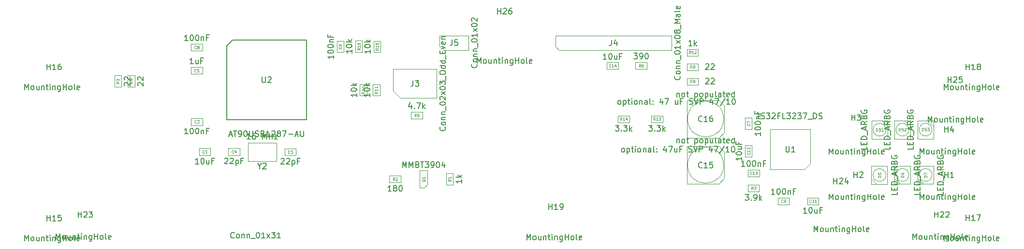
<source format=gbr>
%TF.GenerationSoftware,KiCad,Pcbnew,7.0.2-0*%
%TF.CreationDate,2023-12-20T15:00:36+01:00*%
%TF.ProjectId,A500KBMini,41353030-4b42-44d6-996e-692e6b696361,3*%
%TF.SameCoordinates,Original*%
%TF.FileFunction,AssemblyDrawing,Top*%
%FSLAX46Y46*%
G04 Gerber Fmt 4.6, Leading zero omitted, Abs format (unit mm)*
G04 Created by KiCad (PCBNEW 7.0.2-0) date 2023-12-20 15:00:36*
%MOMM*%
%LPD*%
G01*
G04 APERTURE LIST*
%ADD10C,0.150000*%
%ADD11C,0.075000*%
%ADD12C,0.080000*%
%ADD13C,0.100000*%
G04 APERTURE END LIST*
D10*
%TO.C,H26*%
X381616865Y-231784519D02*
X381616865Y-230784519D01*
X381616865Y-230784519D02*
X381950198Y-231498804D01*
X381950198Y-231498804D02*
X382283531Y-230784519D01*
X382283531Y-230784519D02*
X382283531Y-231784519D01*
X382902579Y-231784519D02*
X382807341Y-231736900D01*
X382807341Y-231736900D02*
X382759722Y-231689280D01*
X382759722Y-231689280D02*
X382712103Y-231594042D01*
X382712103Y-231594042D02*
X382712103Y-231308328D01*
X382712103Y-231308328D02*
X382759722Y-231213090D01*
X382759722Y-231213090D02*
X382807341Y-231165471D01*
X382807341Y-231165471D02*
X382902579Y-231117852D01*
X382902579Y-231117852D02*
X383045436Y-231117852D01*
X383045436Y-231117852D02*
X383140674Y-231165471D01*
X383140674Y-231165471D02*
X383188293Y-231213090D01*
X383188293Y-231213090D02*
X383235912Y-231308328D01*
X383235912Y-231308328D02*
X383235912Y-231594042D01*
X383235912Y-231594042D02*
X383188293Y-231689280D01*
X383188293Y-231689280D02*
X383140674Y-231736900D01*
X383140674Y-231736900D02*
X383045436Y-231784519D01*
X383045436Y-231784519D02*
X382902579Y-231784519D01*
X384093055Y-231117852D02*
X384093055Y-231784519D01*
X383664484Y-231117852D02*
X383664484Y-231641661D01*
X383664484Y-231641661D02*
X383712103Y-231736900D01*
X383712103Y-231736900D02*
X383807341Y-231784519D01*
X383807341Y-231784519D02*
X383950198Y-231784519D01*
X383950198Y-231784519D02*
X384045436Y-231736900D01*
X384045436Y-231736900D02*
X384093055Y-231689280D01*
X384569246Y-231117852D02*
X384569246Y-231784519D01*
X384569246Y-231213090D02*
X384616865Y-231165471D01*
X384616865Y-231165471D02*
X384712103Y-231117852D01*
X384712103Y-231117852D02*
X384854960Y-231117852D01*
X384854960Y-231117852D02*
X384950198Y-231165471D01*
X384950198Y-231165471D02*
X384997817Y-231260709D01*
X384997817Y-231260709D02*
X384997817Y-231784519D01*
X385331151Y-231117852D02*
X385712103Y-231117852D01*
X385474008Y-230784519D02*
X385474008Y-231641661D01*
X385474008Y-231641661D02*
X385521627Y-231736900D01*
X385521627Y-231736900D02*
X385616865Y-231784519D01*
X385616865Y-231784519D02*
X385712103Y-231784519D01*
X386045437Y-231784519D02*
X386045437Y-231117852D01*
X386045437Y-230784519D02*
X385997818Y-230832138D01*
X385997818Y-230832138D02*
X386045437Y-230879757D01*
X386045437Y-230879757D02*
X386093056Y-230832138D01*
X386093056Y-230832138D02*
X386045437Y-230784519D01*
X386045437Y-230784519D02*
X386045437Y-230879757D01*
X386521627Y-231117852D02*
X386521627Y-231784519D01*
X386521627Y-231213090D02*
X386569246Y-231165471D01*
X386569246Y-231165471D02*
X386664484Y-231117852D01*
X386664484Y-231117852D02*
X386807341Y-231117852D01*
X386807341Y-231117852D02*
X386902579Y-231165471D01*
X386902579Y-231165471D02*
X386950198Y-231260709D01*
X386950198Y-231260709D02*
X386950198Y-231784519D01*
X387854960Y-231117852D02*
X387854960Y-231927376D01*
X387854960Y-231927376D02*
X387807341Y-232022614D01*
X387807341Y-232022614D02*
X387759722Y-232070233D01*
X387759722Y-232070233D02*
X387664484Y-232117852D01*
X387664484Y-232117852D02*
X387521627Y-232117852D01*
X387521627Y-232117852D02*
X387426389Y-232070233D01*
X387854960Y-231736900D02*
X387759722Y-231784519D01*
X387759722Y-231784519D02*
X387569246Y-231784519D01*
X387569246Y-231784519D02*
X387474008Y-231736900D01*
X387474008Y-231736900D02*
X387426389Y-231689280D01*
X387426389Y-231689280D02*
X387378770Y-231594042D01*
X387378770Y-231594042D02*
X387378770Y-231308328D01*
X387378770Y-231308328D02*
X387426389Y-231213090D01*
X387426389Y-231213090D02*
X387474008Y-231165471D01*
X387474008Y-231165471D02*
X387569246Y-231117852D01*
X387569246Y-231117852D02*
X387759722Y-231117852D01*
X387759722Y-231117852D02*
X387854960Y-231165471D01*
X388331151Y-231784519D02*
X388331151Y-230784519D01*
X388331151Y-231260709D02*
X388902579Y-231260709D01*
X388902579Y-231784519D02*
X388902579Y-230784519D01*
X389521627Y-231784519D02*
X389426389Y-231736900D01*
X389426389Y-231736900D02*
X389378770Y-231689280D01*
X389378770Y-231689280D02*
X389331151Y-231594042D01*
X389331151Y-231594042D02*
X389331151Y-231308328D01*
X389331151Y-231308328D02*
X389378770Y-231213090D01*
X389378770Y-231213090D02*
X389426389Y-231165471D01*
X389426389Y-231165471D02*
X389521627Y-231117852D01*
X389521627Y-231117852D02*
X389664484Y-231117852D01*
X389664484Y-231117852D02*
X389759722Y-231165471D01*
X389759722Y-231165471D02*
X389807341Y-231213090D01*
X389807341Y-231213090D02*
X389854960Y-231308328D01*
X389854960Y-231308328D02*
X389854960Y-231594042D01*
X389854960Y-231594042D02*
X389807341Y-231689280D01*
X389807341Y-231689280D02*
X389759722Y-231736900D01*
X389759722Y-231736900D02*
X389664484Y-231784519D01*
X389664484Y-231784519D02*
X389521627Y-231784519D01*
X390426389Y-231784519D02*
X390331151Y-231736900D01*
X390331151Y-231736900D02*
X390283532Y-231641661D01*
X390283532Y-231641661D02*
X390283532Y-230784519D01*
X391188294Y-231736900D02*
X391093056Y-231784519D01*
X391093056Y-231784519D02*
X390902580Y-231784519D01*
X390902580Y-231784519D02*
X390807342Y-231736900D01*
X390807342Y-231736900D02*
X390759723Y-231641661D01*
X390759723Y-231641661D02*
X390759723Y-231260709D01*
X390759723Y-231260709D02*
X390807342Y-231165471D01*
X390807342Y-231165471D02*
X390902580Y-231117852D01*
X390902580Y-231117852D02*
X391093056Y-231117852D01*
X391093056Y-231117852D02*
X391188294Y-231165471D01*
X391188294Y-231165471D02*
X391235913Y-231260709D01*
X391235913Y-231260709D02*
X391235913Y-231355947D01*
X391235913Y-231355947D02*
X390759723Y-231451185D01*
X385194965Y-223134259D02*
X385194965Y-222134259D01*
X385194965Y-222610449D02*
X385766393Y-222610449D01*
X385766393Y-223134259D02*
X385766393Y-222134259D01*
X386194965Y-222229497D02*
X386242584Y-222181878D01*
X386242584Y-222181878D02*
X386337822Y-222134259D01*
X386337822Y-222134259D02*
X386575917Y-222134259D01*
X386575917Y-222134259D02*
X386671155Y-222181878D01*
X386671155Y-222181878D02*
X386718774Y-222229497D01*
X386718774Y-222229497D02*
X386766393Y-222324735D01*
X386766393Y-222324735D02*
X386766393Y-222419973D01*
X386766393Y-222419973D02*
X386718774Y-222562830D01*
X386718774Y-222562830D02*
X386147346Y-223134259D01*
X386147346Y-223134259D02*
X386766393Y-223134259D01*
X387623536Y-222134259D02*
X387433060Y-222134259D01*
X387433060Y-222134259D02*
X387337822Y-222181878D01*
X387337822Y-222181878D02*
X387290203Y-222229497D01*
X387290203Y-222229497D02*
X387194965Y-222372354D01*
X387194965Y-222372354D02*
X387147346Y-222562830D01*
X387147346Y-222562830D02*
X387147346Y-222943782D01*
X387147346Y-222943782D02*
X387194965Y-223039020D01*
X387194965Y-223039020D02*
X387242584Y-223086640D01*
X387242584Y-223086640D02*
X387337822Y-223134259D01*
X387337822Y-223134259D02*
X387528298Y-223134259D01*
X387528298Y-223134259D02*
X387623536Y-223086640D01*
X387623536Y-223086640D02*
X387671155Y-223039020D01*
X387671155Y-223039020D02*
X387718774Y-222943782D01*
X387718774Y-222943782D02*
X387718774Y-222705687D01*
X387718774Y-222705687D02*
X387671155Y-222610449D01*
X387671155Y-222610449D02*
X387623536Y-222562830D01*
X387623536Y-222562830D02*
X387528298Y-222515211D01*
X387528298Y-222515211D02*
X387337822Y-222515211D01*
X387337822Y-222515211D02*
X387242584Y-222562830D01*
X387242584Y-222562830D02*
X387194965Y-222610449D01*
X387194965Y-222610449D02*
X387147346Y-222705687D01*
%TO.C,D51*%
X449896019Y-246389881D02*
X449896019Y-246866071D01*
X449896019Y-246866071D02*
X448896019Y-246866071D01*
X449372209Y-246056547D02*
X449372209Y-245723214D01*
X449896019Y-245580357D02*
X449896019Y-246056547D01*
X449896019Y-246056547D02*
X448896019Y-246056547D01*
X448896019Y-246056547D02*
X448896019Y-245580357D01*
X449896019Y-245151785D02*
X448896019Y-245151785D01*
X448896019Y-245151785D02*
X448896019Y-244913690D01*
X448896019Y-244913690D02*
X448943638Y-244770833D01*
X448943638Y-244770833D02*
X449038876Y-244675595D01*
X449038876Y-244675595D02*
X449134114Y-244627976D01*
X449134114Y-244627976D02*
X449324590Y-244580357D01*
X449324590Y-244580357D02*
X449467447Y-244580357D01*
X449467447Y-244580357D02*
X449657923Y-244627976D01*
X449657923Y-244627976D02*
X449753161Y-244675595D01*
X449753161Y-244675595D02*
X449848400Y-244770833D01*
X449848400Y-244770833D02*
X449896019Y-244913690D01*
X449896019Y-244913690D02*
X449896019Y-245151785D01*
X449991257Y-244389881D02*
X449991257Y-243627976D01*
X449610304Y-243437499D02*
X449610304Y-242961309D01*
X449896019Y-243532737D02*
X448896019Y-243199404D01*
X448896019Y-243199404D02*
X449896019Y-242866071D01*
X449896019Y-241961309D02*
X449419828Y-242294642D01*
X449896019Y-242532737D02*
X448896019Y-242532737D01*
X448896019Y-242532737D02*
X448896019Y-242151785D01*
X448896019Y-242151785D02*
X448943638Y-242056547D01*
X448943638Y-242056547D02*
X448991257Y-242008928D01*
X448991257Y-242008928D02*
X449086495Y-241961309D01*
X449086495Y-241961309D02*
X449229352Y-241961309D01*
X449229352Y-241961309D02*
X449324590Y-242008928D01*
X449324590Y-242008928D02*
X449372209Y-242056547D01*
X449372209Y-242056547D02*
X449419828Y-242151785D01*
X449419828Y-242151785D02*
X449419828Y-242532737D01*
X449372209Y-241199404D02*
X449419828Y-241056547D01*
X449419828Y-241056547D02*
X449467447Y-241008928D01*
X449467447Y-241008928D02*
X449562685Y-240961309D01*
X449562685Y-240961309D02*
X449705542Y-240961309D01*
X449705542Y-240961309D02*
X449800780Y-241008928D01*
X449800780Y-241008928D02*
X449848400Y-241056547D01*
X449848400Y-241056547D02*
X449896019Y-241151785D01*
X449896019Y-241151785D02*
X449896019Y-241532737D01*
X449896019Y-241532737D02*
X448896019Y-241532737D01*
X448896019Y-241532737D02*
X448896019Y-241199404D01*
X448896019Y-241199404D02*
X448943638Y-241104166D01*
X448943638Y-241104166D02*
X448991257Y-241056547D01*
X448991257Y-241056547D02*
X449086495Y-241008928D01*
X449086495Y-241008928D02*
X449181733Y-241008928D01*
X449181733Y-241008928D02*
X449276971Y-241056547D01*
X449276971Y-241056547D02*
X449324590Y-241104166D01*
X449324590Y-241104166D02*
X449372209Y-241199404D01*
X449372209Y-241199404D02*
X449372209Y-241532737D01*
X448943638Y-240008928D02*
X448896019Y-240104166D01*
X448896019Y-240104166D02*
X448896019Y-240247023D01*
X448896019Y-240247023D02*
X448943638Y-240389880D01*
X448943638Y-240389880D02*
X449038876Y-240485118D01*
X449038876Y-240485118D02*
X449134114Y-240532737D01*
X449134114Y-240532737D02*
X449324590Y-240580356D01*
X449324590Y-240580356D02*
X449467447Y-240580356D01*
X449467447Y-240580356D02*
X449657923Y-240532737D01*
X449657923Y-240532737D02*
X449753161Y-240485118D01*
X449753161Y-240485118D02*
X449848400Y-240389880D01*
X449848400Y-240389880D02*
X449896019Y-240247023D01*
X449896019Y-240247023D02*
X449896019Y-240151785D01*
X449896019Y-240151785D02*
X449848400Y-240008928D01*
X449848400Y-240008928D02*
X449800780Y-239961309D01*
X449800780Y-239961309D02*
X449467447Y-239961309D01*
X449467447Y-239961309D02*
X449467447Y-240151785D01*
D11*
X451476257Y-243668809D02*
X451476257Y-243168809D01*
X451476257Y-243168809D02*
X451595305Y-243168809D01*
X451595305Y-243168809D02*
X451666733Y-243192619D01*
X451666733Y-243192619D02*
X451714352Y-243240238D01*
X451714352Y-243240238D02*
X451738162Y-243287857D01*
X451738162Y-243287857D02*
X451761971Y-243383095D01*
X451761971Y-243383095D02*
X451761971Y-243454523D01*
X451761971Y-243454523D02*
X451738162Y-243549761D01*
X451738162Y-243549761D02*
X451714352Y-243597380D01*
X451714352Y-243597380D02*
X451666733Y-243645000D01*
X451666733Y-243645000D02*
X451595305Y-243668809D01*
X451595305Y-243668809D02*
X451476257Y-243668809D01*
X452214352Y-243168809D02*
X451976257Y-243168809D01*
X451976257Y-243168809D02*
X451952448Y-243406904D01*
X451952448Y-243406904D02*
X451976257Y-243383095D01*
X451976257Y-243383095D02*
X452023876Y-243359285D01*
X452023876Y-243359285D02*
X452142924Y-243359285D01*
X452142924Y-243359285D02*
X452190543Y-243383095D01*
X452190543Y-243383095D02*
X452214352Y-243406904D01*
X452214352Y-243406904D02*
X452238162Y-243454523D01*
X452238162Y-243454523D02*
X452238162Y-243573571D01*
X452238162Y-243573571D02*
X452214352Y-243621190D01*
X452214352Y-243621190D02*
X452190543Y-243645000D01*
X452190543Y-243645000D02*
X452142924Y-243668809D01*
X452142924Y-243668809D02*
X452023876Y-243668809D01*
X452023876Y-243668809D02*
X451976257Y-243645000D01*
X451976257Y-243645000D02*
X451952448Y-243621190D01*
X452714352Y-243668809D02*
X452428638Y-243668809D01*
X452571495Y-243668809D02*
X452571495Y-243168809D01*
X452571495Y-243168809D02*
X452523876Y-243240238D01*
X452523876Y-243240238D02*
X452476257Y-243287857D01*
X452476257Y-243287857D02*
X452428638Y-243311666D01*
D10*
%TO.C,H25*%
X460590545Y-242064759D02*
X460590545Y-241064759D01*
X460590545Y-241064759D02*
X460923878Y-241779044D01*
X460923878Y-241779044D02*
X461257211Y-241064759D01*
X461257211Y-241064759D02*
X461257211Y-242064759D01*
X461876259Y-242064759D02*
X461781021Y-242017140D01*
X461781021Y-242017140D02*
X461733402Y-241969520D01*
X461733402Y-241969520D02*
X461685783Y-241874282D01*
X461685783Y-241874282D02*
X461685783Y-241588568D01*
X461685783Y-241588568D02*
X461733402Y-241493330D01*
X461733402Y-241493330D02*
X461781021Y-241445711D01*
X461781021Y-241445711D02*
X461876259Y-241398092D01*
X461876259Y-241398092D02*
X462019116Y-241398092D01*
X462019116Y-241398092D02*
X462114354Y-241445711D01*
X462114354Y-241445711D02*
X462161973Y-241493330D01*
X462161973Y-241493330D02*
X462209592Y-241588568D01*
X462209592Y-241588568D02*
X462209592Y-241874282D01*
X462209592Y-241874282D02*
X462161973Y-241969520D01*
X462161973Y-241969520D02*
X462114354Y-242017140D01*
X462114354Y-242017140D02*
X462019116Y-242064759D01*
X462019116Y-242064759D02*
X461876259Y-242064759D01*
X463066735Y-241398092D02*
X463066735Y-242064759D01*
X462638164Y-241398092D02*
X462638164Y-241921901D01*
X462638164Y-241921901D02*
X462685783Y-242017140D01*
X462685783Y-242017140D02*
X462781021Y-242064759D01*
X462781021Y-242064759D02*
X462923878Y-242064759D01*
X462923878Y-242064759D02*
X463019116Y-242017140D01*
X463019116Y-242017140D02*
X463066735Y-241969520D01*
X463542926Y-241398092D02*
X463542926Y-242064759D01*
X463542926Y-241493330D02*
X463590545Y-241445711D01*
X463590545Y-241445711D02*
X463685783Y-241398092D01*
X463685783Y-241398092D02*
X463828640Y-241398092D01*
X463828640Y-241398092D02*
X463923878Y-241445711D01*
X463923878Y-241445711D02*
X463971497Y-241540949D01*
X463971497Y-241540949D02*
X463971497Y-242064759D01*
X464304831Y-241398092D02*
X464685783Y-241398092D01*
X464447688Y-241064759D02*
X464447688Y-241921901D01*
X464447688Y-241921901D02*
X464495307Y-242017140D01*
X464495307Y-242017140D02*
X464590545Y-242064759D01*
X464590545Y-242064759D02*
X464685783Y-242064759D01*
X465019117Y-242064759D02*
X465019117Y-241398092D01*
X465019117Y-241064759D02*
X464971498Y-241112378D01*
X464971498Y-241112378D02*
X465019117Y-241159997D01*
X465019117Y-241159997D02*
X465066736Y-241112378D01*
X465066736Y-241112378D02*
X465019117Y-241064759D01*
X465019117Y-241064759D02*
X465019117Y-241159997D01*
X465495307Y-241398092D02*
X465495307Y-242064759D01*
X465495307Y-241493330D02*
X465542926Y-241445711D01*
X465542926Y-241445711D02*
X465638164Y-241398092D01*
X465638164Y-241398092D02*
X465781021Y-241398092D01*
X465781021Y-241398092D02*
X465876259Y-241445711D01*
X465876259Y-241445711D02*
X465923878Y-241540949D01*
X465923878Y-241540949D02*
X465923878Y-242064759D01*
X466828640Y-241398092D02*
X466828640Y-242207616D01*
X466828640Y-242207616D02*
X466781021Y-242302854D01*
X466781021Y-242302854D02*
X466733402Y-242350473D01*
X466733402Y-242350473D02*
X466638164Y-242398092D01*
X466638164Y-242398092D02*
X466495307Y-242398092D01*
X466495307Y-242398092D02*
X466400069Y-242350473D01*
X466828640Y-242017140D02*
X466733402Y-242064759D01*
X466733402Y-242064759D02*
X466542926Y-242064759D01*
X466542926Y-242064759D02*
X466447688Y-242017140D01*
X466447688Y-242017140D02*
X466400069Y-241969520D01*
X466400069Y-241969520D02*
X466352450Y-241874282D01*
X466352450Y-241874282D02*
X466352450Y-241588568D01*
X466352450Y-241588568D02*
X466400069Y-241493330D01*
X466400069Y-241493330D02*
X466447688Y-241445711D01*
X466447688Y-241445711D02*
X466542926Y-241398092D01*
X466542926Y-241398092D02*
X466733402Y-241398092D01*
X466733402Y-241398092D02*
X466828640Y-241445711D01*
X467304831Y-242064759D02*
X467304831Y-241064759D01*
X467304831Y-241540949D02*
X467876259Y-241540949D01*
X467876259Y-242064759D02*
X467876259Y-241064759D01*
X468495307Y-242064759D02*
X468400069Y-242017140D01*
X468400069Y-242017140D02*
X468352450Y-241969520D01*
X468352450Y-241969520D02*
X468304831Y-241874282D01*
X468304831Y-241874282D02*
X468304831Y-241588568D01*
X468304831Y-241588568D02*
X468352450Y-241493330D01*
X468352450Y-241493330D02*
X468400069Y-241445711D01*
X468400069Y-241445711D02*
X468495307Y-241398092D01*
X468495307Y-241398092D02*
X468638164Y-241398092D01*
X468638164Y-241398092D02*
X468733402Y-241445711D01*
X468733402Y-241445711D02*
X468781021Y-241493330D01*
X468781021Y-241493330D02*
X468828640Y-241588568D01*
X468828640Y-241588568D02*
X468828640Y-241874282D01*
X468828640Y-241874282D02*
X468781021Y-241969520D01*
X468781021Y-241969520D02*
X468733402Y-242017140D01*
X468733402Y-242017140D02*
X468638164Y-242064759D01*
X468638164Y-242064759D02*
X468495307Y-242064759D01*
X469400069Y-242064759D02*
X469304831Y-242017140D01*
X469304831Y-242017140D02*
X469257212Y-241921901D01*
X469257212Y-241921901D02*
X469257212Y-241064759D01*
X470161974Y-242017140D02*
X470066736Y-242064759D01*
X470066736Y-242064759D02*
X469876260Y-242064759D01*
X469876260Y-242064759D02*
X469781022Y-242017140D01*
X469781022Y-242017140D02*
X469733403Y-241921901D01*
X469733403Y-241921901D02*
X469733403Y-241540949D01*
X469733403Y-241540949D02*
X469781022Y-241445711D01*
X469781022Y-241445711D02*
X469876260Y-241398092D01*
X469876260Y-241398092D02*
X470066736Y-241398092D01*
X470066736Y-241398092D02*
X470161974Y-241445711D01*
X470161974Y-241445711D02*
X470209593Y-241540949D01*
X470209593Y-241540949D02*
X470209593Y-241636187D01*
X470209593Y-241636187D02*
X469733403Y-241731425D01*
X464061965Y-235135759D02*
X464061965Y-234135759D01*
X464061965Y-234611949D02*
X464633393Y-234611949D01*
X464633393Y-235135759D02*
X464633393Y-234135759D01*
X465061965Y-234230997D02*
X465109584Y-234183378D01*
X465109584Y-234183378D02*
X465204822Y-234135759D01*
X465204822Y-234135759D02*
X465442917Y-234135759D01*
X465442917Y-234135759D02*
X465538155Y-234183378D01*
X465538155Y-234183378D02*
X465585774Y-234230997D01*
X465585774Y-234230997D02*
X465633393Y-234326235D01*
X465633393Y-234326235D02*
X465633393Y-234421473D01*
X465633393Y-234421473D02*
X465585774Y-234564330D01*
X465585774Y-234564330D02*
X465014346Y-235135759D01*
X465014346Y-235135759D02*
X465633393Y-235135759D01*
X466538155Y-234135759D02*
X466061965Y-234135759D01*
X466061965Y-234135759D02*
X466014346Y-234611949D01*
X466014346Y-234611949D02*
X466061965Y-234564330D01*
X466061965Y-234564330D02*
X466157203Y-234516711D01*
X466157203Y-234516711D02*
X466395298Y-234516711D01*
X466395298Y-234516711D02*
X466490536Y-234564330D01*
X466490536Y-234564330D02*
X466538155Y-234611949D01*
X466538155Y-234611949D02*
X466585774Y-234707187D01*
X466585774Y-234707187D02*
X466585774Y-234945282D01*
X466585774Y-234945282D02*
X466538155Y-235040520D01*
X466538155Y-235040520D02*
X466490536Y-235088140D01*
X466490536Y-235088140D02*
X466395298Y-235135759D01*
X466395298Y-235135759D02*
X466157203Y-235135759D01*
X466157203Y-235135759D02*
X466061965Y-235088140D01*
X466061965Y-235088140D02*
X466014346Y-235040520D01*
%TO.C,H24*%
X440608365Y-261305259D02*
X440608365Y-260305259D01*
X440608365Y-260305259D02*
X440941698Y-261019544D01*
X440941698Y-261019544D02*
X441275031Y-260305259D01*
X441275031Y-260305259D02*
X441275031Y-261305259D01*
X441894079Y-261305259D02*
X441798841Y-261257640D01*
X441798841Y-261257640D02*
X441751222Y-261210020D01*
X441751222Y-261210020D02*
X441703603Y-261114782D01*
X441703603Y-261114782D02*
X441703603Y-260829068D01*
X441703603Y-260829068D02*
X441751222Y-260733830D01*
X441751222Y-260733830D02*
X441798841Y-260686211D01*
X441798841Y-260686211D02*
X441894079Y-260638592D01*
X441894079Y-260638592D02*
X442036936Y-260638592D01*
X442036936Y-260638592D02*
X442132174Y-260686211D01*
X442132174Y-260686211D02*
X442179793Y-260733830D01*
X442179793Y-260733830D02*
X442227412Y-260829068D01*
X442227412Y-260829068D02*
X442227412Y-261114782D01*
X442227412Y-261114782D02*
X442179793Y-261210020D01*
X442179793Y-261210020D02*
X442132174Y-261257640D01*
X442132174Y-261257640D02*
X442036936Y-261305259D01*
X442036936Y-261305259D02*
X441894079Y-261305259D01*
X443084555Y-260638592D02*
X443084555Y-261305259D01*
X442655984Y-260638592D02*
X442655984Y-261162401D01*
X442655984Y-261162401D02*
X442703603Y-261257640D01*
X442703603Y-261257640D02*
X442798841Y-261305259D01*
X442798841Y-261305259D02*
X442941698Y-261305259D01*
X442941698Y-261305259D02*
X443036936Y-261257640D01*
X443036936Y-261257640D02*
X443084555Y-261210020D01*
X443560746Y-260638592D02*
X443560746Y-261305259D01*
X443560746Y-260733830D02*
X443608365Y-260686211D01*
X443608365Y-260686211D02*
X443703603Y-260638592D01*
X443703603Y-260638592D02*
X443846460Y-260638592D01*
X443846460Y-260638592D02*
X443941698Y-260686211D01*
X443941698Y-260686211D02*
X443989317Y-260781449D01*
X443989317Y-260781449D02*
X443989317Y-261305259D01*
X444322651Y-260638592D02*
X444703603Y-260638592D01*
X444465508Y-260305259D02*
X444465508Y-261162401D01*
X444465508Y-261162401D02*
X444513127Y-261257640D01*
X444513127Y-261257640D02*
X444608365Y-261305259D01*
X444608365Y-261305259D02*
X444703603Y-261305259D01*
X445036937Y-261305259D02*
X445036937Y-260638592D01*
X445036937Y-260305259D02*
X444989318Y-260352878D01*
X444989318Y-260352878D02*
X445036937Y-260400497D01*
X445036937Y-260400497D02*
X445084556Y-260352878D01*
X445084556Y-260352878D02*
X445036937Y-260305259D01*
X445036937Y-260305259D02*
X445036937Y-260400497D01*
X445513127Y-260638592D02*
X445513127Y-261305259D01*
X445513127Y-260733830D02*
X445560746Y-260686211D01*
X445560746Y-260686211D02*
X445655984Y-260638592D01*
X445655984Y-260638592D02*
X445798841Y-260638592D01*
X445798841Y-260638592D02*
X445894079Y-260686211D01*
X445894079Y-260686211D02*
X445941698Y-260781449D01*
X445941698Y-260781449D02*
X445941698Y-261305259D01*
X446846460Y-260638592D02*
X446846460Y-261448116D01*
X446846460Y-261448116D02*
X446798841Y-261543354D01*
X446798841Y-261543354D02*
X446751222Y-261590973D01*
X446751222Y-261590973D02*
X446655984Y-261638592D01*
X446655984Y-261638592D02*
X446513127Y-261638592D01*
X446513127Y-261638592D02*
X446417889Y-261590973D01*
X446846460Y-261257640D02*
X446751222Y-261305259D01*
X446751222Y-261305259D02*
X446560746Y-261305259D01*
X446560746Y-261305259D02*
X446465508Y-261257640D01*
X446465508Y-261257640D02*
X446417889Y-261210020D01*
X446417889Y-261210020D02*
X446370270Y-261114782D01*
X446370270Y-261114782D02*
X446370270Y-260829068D01*
X446370270Y-260829068D02*
X446417889Y-260733830D01*
X446417889Y-260733830D02*
X446465508Y-260686211D01*
X446465508Y-260686211D02*
X446560746Y-260638592D01*
X446560746Y-260638592D02*
X446751222Y-260638592D01*
X446751222Y-260638592D02*
X446846460Y-260686211D01*
X447322651Y-261305259D02*
X447322651Y-260305259D01*
X447322651Y-260781449D02*
X447894079Y-260781449D01*
X447894079Y-261305259D02*
X447894079Y-260305259D01*
X448513127Y-261305259D02*
X448417889Y-261257640D01*
X448417889Y-261257640D02*
X448370270Y-261210020D01*
X448370270Y-261210020D02*
X448322651Y-261114782D01*
X448322651Y-261114782D02*
X448322651Y-260829068D01*
X448322651Y-260829068D02*
X448370270Y-260733830D01*
X448370270Y-260733830D02*
X448417889Y-260686211D01*
X448417889Y-260686211D02*
X448513127Y-260638592D01*
X448513127Y-260638592D02*
X448655984Y-260638592D01*
X448655984Y-260638592D02*
X448751222Y-260686211D01*
X448751222Y-260686211D02*
X448798841Y-260733830D01*
X448798841Y-260733830D02*
X448846460Y-260829068D01*
X448846460Y-260829068D02*
X448846460Y-261114782D01*
X448846460Y-261114782D02*
X448798841Y-261210020D01*
X448798841Y-261210020D02*
X448751222Y-261257640D01*
X448751222Y-261257640D02*
X448655984Y-261305259D01*
X448655984Y-261305259D02*
X448513127Y-261305259D01*
X449417889Y-261305259D02*
X449322651Y-261257640D01*
X449322651Y-261257640D02*
X449275032Y-261162401D01*
X449275032Y-261162401D02*
X449275032Y-260305259D01*
X450179794Y-261257640D02*
X450084556Y-261305259D01*
X450084556Y-261305259D02*
X449894080Y-261305259D01*
X449894080Y-261305259D02*
X449798842Y-261257640D01*
X449798842Y-261257640D02*
X449751223Y-261162401D01*
X449751223Y-261162401D02*
X449751223Y-260781449D01*
X449751223Y-260781449D02*
X449798842Y-260686211D01*
X449798842Y-260686211D02*
X449894080Y-260638592D01*
X449894080Y-260638592D02*
X450084556Y-260638592D01*
X450084556Y-260638592D02*
X450179794Y-260686211D01*
X450179794Y-260686211D02*
X450227413Y-260781449D01*
X450227413Y-260781449D02*
X450227413Y-260876687D01*
X450227413Y-260876687D02*
X449751223Y-260971925D01*
X444069625Y-252918299D02*
X444069625Y-251918299D01*
X444069625Y-252394489D02*
X444641053Y-252394489D01*
X444641053Y-252918299D02*
X444641053Y-251918299D01*
X445069625Y-252013537D02*
X445117244Y-251965918D01*
X445117244Y-251965918D02*
X445212482Y-251918299D01*
X445212482Y-251918299D02*
X445450577Y-251918299D01*
X445450577Y-251918299D02*
X445545815Y-251965918D01*
X445545815Y-251965918D02*
X445593434Y-252013537D01*
X445593434Y-252013537D02*
X445641053Y-252108775D01*
X445641053Y-252108775D02*
X445641053Y-252204013D01*
X445641053Y-252204013D02*
X445593434Y-252346870D01*
X445593434Y-252346870D02*
X445022006Y-252918299D01*
X445022006Y-252918299D02*
X445641053Y-252918299D01*
X446498196Y-252251632D02*
X446498196Y-252918299D01*
X446260101Y-251870680D02*
X446022006Y-252584965D01*
X446022006Y-252584965D02*
X446641053Y-252584965D01*
%TO.C,H23*%
X307895905Y-262653479D02*
X307895905Y-261653479D01*
X307895905Y-261653479D02*
X308229238Y-262367764D01*
X308229238Y-262367764D02*
X308562571Y-261653479D01*
X308562571Y-261653479D02*
X308562571Y-262653479D01*
X309181619Y-262653479D02*
X309086381Y-262605860D01*
X309086381Y-262605860D02*
X309038762Y-262558240D01*
X309038762Y-262558240D02*
X308991143Y-262463002D01*
X308991143Y-262463002D02*
X308991143Y-262177288D01*
X308991143Y-262177288D02*
X309038762Y-262082050D01*
X309038762Y-262082050D02*
X309086381Y-262034431D01*
X309086381Y-262034431D02*
X309181619Y-261986812D01*
X309181619Y-261986812D02*
X309324476Y-261986812D01*
X309324476Y-261986812D02*
X309419714Y-262034431D01*
X309419714Y-262034431D02*
X309467333Y-262082050D01*
X309467333Y-262082050D02*
X309514952Y-262177288D01*
X309514952Y-262177288D02*
X309514952Y-262463002D01*
X309514952Y-262463002D02*
X309467333Y-262558240D01*
X309467333Y-262558240D02*
X309419714Y-262605860D01*
X309419714Y-262605860D02*
X309324476Y-262653479D01*
X309324476Y-262653479D02*
X309181619Y-262653479D01*
X310372095Y-261986812D02*
X310372095Y-262653479D01*
X309943524Y-261986812D02*
X309943524Y-262510621D01*
X309943524Y-262510621D02*
X309991143Y-262605860D01*
X309991143Y-262605860D02*
X310086381Y-262653479D01*
X310086381Y-262653479D02*
X310229238Y-262653479D01*
X310229238Y-262653479D02*
X310324476Y-262605860D01*
X310324476Y-262605860D02*
X310372095Y-262558240D01*
X310848286Y-261986812D02*
X310848286Y-262653479D01*
X310848286Y-262082050D02*
X310895905Y-262034431D01*
X310895905Y-262034431D02*
X310991143Y-261986812D01*
X310991143Y-261986812D02*
X311134000Y-261986812D01*
X311134000Y-261986812D02*
X311229238Y-262034431D01*
X311229238Y-262034431D02*
X311276857Y-262129669D01*
X311276857Y-262129669D02*
X311276857Y-262653479D01*
X311610191Y-261986812D02*
X311991143Y-261986812D01*
X311753048Y-261653479D02*
X311753048Y-262510621D01*
X311753048Y-262510621D02*
X311800667Y-262605860D01*
X311800667Y-262605860D02*
X311895905Y-262653479D01*
X311895905Y-262653479D02*
X311991143Y-262653479D01*
X312324477Y-262653479D02*
X312324477Y-261986812D01*
X312324477Y-261653479D02*
X312276858Y-261701098D01*
X312276858Y-261701098D02*
X312324477Y-261748717D01*
X312324477Y-261748717D02*
X312372096Y-261701098D01*
X312372096Y-261701098D02*
X312324477Y-261653479D01*
X312324477Y-261653479D02*
X312324477Y-261748717D01*
X312800667Y-261986812D02*
X312800667Y-262653479D01*
X312800667Y-262082050D02*
X312848286Y-262034431D01*
X312848286Y-262034431D02*
X312943524Y-261986812D01*
X312943524Y-261986812D02*
X313086381Y-261986812D01*
X313086381Y-261986812D02*
X313181619Y-262034431D01*
X313181619Y-262034431D02*
X313229238Y-262129669D01*
X313229238Y-262129669D02*
X313229238Y-262653479D01*
X314134000Y-261986812D02*
X314134000Y-262796336D01*
X314134000Y-262796336D02*
X314086381Y-262891574D01*
X314086381Y-262891574D02*
X314038762Y-262939193D01*
X314038762Y-262939193D02*
X313943524Y-262986812D01*
X313943524Y-262986812D02*
X313800667Y-262986812D01*
X313800667Y-262986812D02*
X313705429Y-262939193D01*
X314134000Y-262605860D02*
X314038762Y-262653479D01*
X314038762Y-262653479D02*
X313848286Y-262653479D01*
X313848286Y-262653479D02*
X313753048Y-262605860D01*
X313753048Y-262605860D02*
X313705429Y-262558240D01*
X313705429Y-262558240D02*
X313657810Y-262463002D01*
X313657810Y-262463002D02*
X313657810Y-262177288D01*
X313657810Y-262177288D02*
X313705429Y-262082050D01*
X313705429Y-262082050D02*
X313753048Y-262034431D01*
X313753048Y-262034431D02*
X313848286Y-261986812D01*
X313848286Y-261986812D02*
X314038762Y-261986812D01*
X314038762Y-261986812D02*
X314134000Y-262034431D01*
X314610191Y-262653479D02*
X314610191Y-261653479D01*
X314610191Y-262129669D02*
X315181619Y-262129669D01*
X315181619Y-262653479D02*
X315181619Y-261653479D01*
X315800667Y-262653479D02*
X315705429Y-262605860D01*
X315705429Y-262605860D02*
X315657810Y-262558240D01*
X315657810Y-262558240D02*
X315610191Y-262463002D01*
X315610191Y-262463002D02*
X315610191Y-262177288D01*
X315610191Y-262177288D02*
X315657810Y-262082050D01*
X315657810Y-262082050D02*
X315705429Y-262034431D01*
X315705429Y-262034431D02*
X315800667Y-261986812D01*
X315800667Y-261986812D02*
X315943524Y-261986812D01*
X315943524Y-261986812D02*
X316038762Y-262034431D01*
X316038762Y-262034431D02*
X316086381Y-262082050D01*
X316086381Y-262082050D02*
X316134000Y-262177288D01*
X316134000Y-262177288D02*
X316134000Y-262463002D01*
X316134000Y-262463002D02*
X316086381Y-262558240D01*
X316086381Y-262558240D02*
X316038762Y-262605860D01*
X316038762Y-262605860D02*
X315943524Y-262653479D01*
X315943524Y-262653479D02*
X315800667Y-262653479D01*
X316705429Y-262653479D02*
X316610191Y-262605860D01*
X316610191Y-262605860D02*
X316562572Y-262510621D01*
X316562572Y-262510621D02*
X316562572Y-261653479D01*
X317467334Y-262605860D02*
X317372096Y-262653479D01*
X317372096Y-262653479D02*
X317181620Y-262653479D01*
X317181620Y-262653479D02*
X317086382Y-262605860D01*
X317086382Y-262605860D02*
X317038763Y-262510621D01*
X317038763Y-262510621D02*
X317038763Y-262129669D01*
X317038763Y-262129669D02*
X317086382Y-262034431D01*
X317086382Y-262034431D02*
X317181620Y-261986812D01*
X317181620Y-261986812D02*
X317372096Y-261986812D01*
X317372096Y-261986812D02*
X317467334Y-262034431D01*
X317467334Y-262034431D02*
X317514953Y-262129669D01*
X317514953Y-262129669D02*
X317514953Y-262224907D01*
X317514953Y-262224907D02*
X317038763Y-262320145D01*
X311743525Y-258803479D02*
X311743525Y-257803479D01*
X311743525Y-258279669D02*
X312314953Y-258279669D01*
X312314953Y-258803479D02*
X312314953Y-257803479D01*
X312743525Y-257898717D02*
X312791144Y-257851098D01*
X312791144Y-257851098D02*
X312886382Y-257803479D01*
X312886382Y-257803479D02*
X313124477Y-257803479D01*
X313124477Y-257803479D02*
X313219715Y-257851098D01*
X313219715Y-257851098D02*
X313267334Y-257898717D01*
X313267334Y-257898717D02*
X313314953Y-257993955D01*
X313314953Y-257993955D02*
X313314953Y-258089193D01*
X313314953Y-258089193D02*
X313267334Y-258232050D01*
X313267334Y-258232050D02*
X312695906Y-258803479D01*
X312695906Y-258803479D02*
X313314953Y-258803479D01*
X313648287Y-257803479D02*
X314267334Y-257803479D01*
X314267334Y-257803479D02*
X313934001Y-258184431D01*
X313934001Y-258184431D02*
X314076858Y-258184431D01*
X314076858Y-258184431D02*
X314172096Y-258232050D01*
X314172096Y-258232050D02*
X314219715Y-258279669D01*
X314219715Y-258279669D02*
X314267334Y-258374907D01*
X314267334Y-258374907D02*
X314267334Y-258613002D01*
X314267334Y-258613002D02*
X314219715Y-258708240D01*
X314219715Y-258708240D02*
X314172096Y-258755860D01*
X314172096Y-258755860D02*
X314076858Y-258803479D01*
X314076858Y-258803479D02*
X313791144Y-258803479D01*
X313791144Y-258803479D02*
X313695906Y-258755860D01*
X313695906Y-258755860D02*
X313648287Y-258708240D01*
%TO.C,H22*%
X457913385Y-262656019D02*
X457913385Y-261656019D01*
X457913385Y-261656019D02*
X458246718Y-262370304D01*
X458246718Y-262370304D02*
X458580051Y-261656019D01*
X458580051Y-261656019D02*
X458580051Y-262656019D01*
X459199099Y-262656019D02*
X459103861Y-262608400D01*
X459103861Y-262608400D02*
X459056242Y-262560780D01*
X459056242Y-262560780D02*
X459008623Y-262465542D01*
X459008623Y-262465542D02*
X459008623Y-262179828D01*
X459008623Y-262179828D02*
X459056242Y-262084590D01*
X459056242Y-262084590D02*
X459103861Y-262036971D01*
X459103861Y-262036971D02*
X459199099Y-261989352D01*
X459199099Y-261989352D02*
X459341956Y-261989352D01*
X459341956Y-261989352D02*
X459437194Y-262036971D01*
X459437194Y-262036971D02*
X459484813Y-262084590D01*
X459484813Y-262084590D02*
X459532432Y-262179828D01*
X459532432Y-262179828D02*
X459532432Y-262465542D01*
X459532432Y-262465542D02*
X459484813Y-262560780D01*
X459484813Y-262560780D02*
X459437194Y-262608400D01*
X459437194Y-262608400D02*
X459341956Y-262656019D01*
X459341956Y-262656019D02*
X459199099Y-262656019D01*
X460389575Y-261989352D02*
X460389575Y-262656019D01*
X459961004Y-261989352D02*
X459961004Y-262513161D01*
X459961004Y-262513161D02*
X460008623Y-262608400D01*
X460008623Y-262608400D02*
X460103861Y-262656019D01*
X460103861Y-262656019D02*
X460246718Y-262656019D01*
X460246718Y-262656019D02*
X460341956Y-262608400D01*
X460341956Y-262608400D02*
X460389575Y-262560780D01*
X460865766Y-261989352D02*
X460865766Y-262656019D01*
X460865766Y-262084590D02*
X460913385Y-262036971D01*
X460913385Y-262036971D02*
X461008623Y-261989352D01*
X461008623Y-261989352D02*
X461151480Y-261989352D01*
X461151480Y-261989352D02*
X461246718Y-262036971D01*
X461246718Y-262036971D02*
X461294337Y-262132209D01*
X461294337Y-262132209D02*
X461294337Y-262656019D01*
X461627671Y-261989352D02*
X462008623Y-261989352D01*
X461770528Y-261656019D02*
X461770528Y-262513161D01*
X461770528Y-262513161D02*
X461818147Y-262608400D01*
X461818147Y-262608400D02*
X461913385Y-262656019D01*
X461913385Y-262656019D02*
X462008623Y-262656019D01*
X462341957Y-262656019D02*
X462341957Y-261989352D01*
X462341957Y-261656019D02*
X462294338Y-261703638D01*
X462294338Y-261703638D02*
X462341957Y-261751257D01*
X462341957Y-261751257D02*
X462389576Y-261703638D01*
X462389576Y-261703638D02*
X462341957Y-261656019D01*
X462341957Y-261656019D02*
X462341957Y-261751257D01*
X462818147Y-261989352D02*
X462818147Y-262656019D01*
X462818147Y-262084590D02*
X462865766Y-262036971D01*
X462865766Y-262036971D02*
X462961004Y-261989352D01*
X462961004Y-261989352D02*
X463103861Y-261989352D01*
X463103861Y-261989352D02*
X463199099Y-262036971D01*
X463199099Y-262036971D02*
X463246718Y-262132209D01*
X463246718Y-262132209D02*
X463246718Y-262656019D01*
X464151480Y-261989352D02*
X464151480Y-262798876D01*
X464151480Y-262798876D02*
X464103861Y-262894114D01*
X464103861Y-262894114D02*
X464056242Y-262941733D01*
X464056242Y-262941733D02*
X463961004Y-262989352D01*
X463961004Y-262989352D02*
X463818147Y-262989352D01*
X463818147Y-262989352D02*
X463722909Y-262941733D01*
X464151480Y-262608400D02*
X464056242Y-262656019D01*
X464056242Y-262656019D02*
X463865766Y-262656019D01*
X463865766Y-262656019D02*
X463770528Y-262608400D01*
X463770528Y-262608400D02*
X463722909Y-262560780D01*
X463722909Y-262560780D02*
X463675290Y-262465542D01*
X463675290Y-262465542D02*
X463675290Y-262179828D01*
X463675290Y-262179828D02*
X463722909Y-262084590D01*
X463722909Y-262084590D02*
X463770528Y-262036971D01*
X463770528Y-262036971D02*
X463865766Y-261989352D01*
X463865766Y-261989352D02*
X464056242Y-261989352D01*
X464056242Y-261989352D02*
X464151480Y-262036971D01*
X464627671Y-262656019D02*
X464627671Y-261656019D01*
X464627671Y-262132209D02*
X465199099Y-262132209D01*
X465199099Y-262656019D02*
X465199099Y-261656019D01*
X465818147Y-262656019D02*
X465722909Y-262608400D01*
X465722909Y-262608400D02*
X465675290Y-262560780D01*
X465675290Y-262560780D02*
X465627671Y-262465542D01*
X465627671Y-262465542D02*
X465627671Y-262179828D01*
X465627671Y-262179828D02*
X465675290Y-262084590D01*
X465675290Y-262084590D02*
X465722909Y-262036971D01*
X465722909Y-262036971D02*
X465818147Y-261989352D01*
X465818147Y-261989352D02*
X465961004Y-261989352D01*
X465961004Y-261989352D02*
X466056242Y-262036971D01*
X466056242Y-262036971D02*
X466103861Y-262084590D01*
X466103861Y-262084590D02*
X466151480Y-262179828D01*
X466151480Y-262179828D02*
X466151480Y-262465542D01*
X466151480Y-262465542D02*
X466103861Y-262560780D01*
X466103861Y-262560780D02*
X466056242Y-262608400D01*
X466056242Y-262608400D02*
X465961004Y-262656019D01*
X465961004Y-262656019D02*
X465818147Y-262656019D01*
X466722909Y-262656019D02*
X466627671Y-262608400D01*
X466627671Y-262608400D02*
X466580052Y-262513161D01*
X466580052Y-262513161D02*
X466580052Y-261656019D01*
X467484814Y-262608400D02*
X467389576Y-262656019D01*
X467389576Y-262656019D02*
X467199100Y-262656019D01*
X467199100Y-262656019D02*
X467103862Y-262608400D01*
X467103862Y-262608400D02*
X467056243Y-262513161D01*
X467056243Y-262513161D02*
X467056243Y-262132209D01*
X467056243Y-262132209D02*
X467103862Y-262036971D01*
X467103862Y-262036971D02*
X467199100Y-261989352D01*
X467199100Y-261989352D02*
X467389576Y-261989352D01*
X467389576Y-261989352D02*
X467484814Y-262036971D01*
X467484814Y-262036971D02*
X467532433Y-262132209D01*
X467532433Y-262132209D02*
X467532433Y-262227447D01*
X467532433Y-262227447D02*
X467056243Y-262322685D01*
X461761005Y-258806019D02*
X461761005Y-257806019D01*
X461761005Y-258282209D02*
X462332433Y-258282209D01*
X462332433Y-258806019D02*
X462332433Y-257806019D01*
X462761005Y-257901257D02*
X462808624Y-257853638D01*
X462808624Y-257853638D02*
X462903862Y-257806019D01*
X462903862Y-257806019D02*
X463141957Y-257806019D01*
X463141957Y-257806019D02*
X463237195Y-257853638D01*
X463237195Y-257853638D02*
X463284814Y-257901257D01*
X463284814Y-257901257D02*
X463332433Y-257996495D01*
X463332433Y-257996495D02*
X463332433Y-258091733D01*
X463332433Y-258091733D02*
X463284814Y-258234590D01*
X463284814Y-258234590D02*
X462713386Y-258806019D01*
X462713386Y-258806019D02*
X463332433Y-258806019D01*
X463713386Y-257901257D02*
X463761005Y-257853638D01*
X463761005Y-257853638D02*
X463856243Y-257806019D01*
X463856243Y-257806019D02*
X464094338Y-257806019D01*
X464094338Y-257806019D02*
X464189576Y-257853638D01*
X464189576Y-257853638D02*
X464237195Y-257901257D01*
X464237195Y-257901257D02*
X464284814Y-257996495D01*
X464284814Y-257996495D02*
X464284814Y-258091733D01*
X464284814Y-258091733D02*
X464237195Y-258234590D01*
X464237195Y-258234590D02*
X463665767Y-258806019D01*
X463665767Y-258806019D02*
X464284814Y-258806019D01*
%TO.C,R16*%
X359698359Y-229404678D02*
X359698359Y-229976106D01*
X359698359Y-229690392D02*
X358698359Y-229690392D01*
X358698359Y-229690392D02*
X358841216Y-229785630D01*
X358841216Y-229785630D02*
X358936454Y-229880868D01*
X358936454Y-229880868D02*
X358984073Y-229976106D01*
X358698359Y-228785630D02*
X358698359Y-228690392D01*
X358698359Y-228690392D02*
X358745978Y-228595154D01*
X358745978Y-228595154D02*
X358793597Y-228547535D01*
X358793597Y-228547535D02*
X358888835Y-228499916D01*
X358888835Y-228499916D02*
X359079311Y-228452297D01*
X359079311Y-228452297D02*
X359317406Y-228452297D01*
X359317406Y-228452297D02*
X359507882Y-228499916D01*
X359507882Y-228499916D02*
X359603120Y-228547535D01*
X359603120Y-228547535D02*
X359650740Y-228595154D01*
X359650740Y-228595154D02*
X359698359Y-228690392D01*
X359698359Y-228690392D02*
X359698359Y-228785630D01*
X359698359Y-228785630D02*
X359650740Y-228880868D01*
X359650740Y-228880868D02*
X359603120Y-228928487D01*
X359603120Y-228928487D02*
X359507882Y-228976106D01*
X359507882Y-228976106D02*
X359317406Y-229023725D01*
X359317406Y-229023725D02*
X359079311Y-229023725D01*
X359079311Y-229023725D02*
X358888835Y-228976106D01*
X358888835Y-228976106D02*
X358793597Y-228928487D01*
X358793597Y-228928487D02*
X358745978Y-228880868D01*
X358745978Y-228880868D02*
X358698359Y-228785630D01*
X359698359Y-228023725D02*
X358698359Y-228023725D01*
X359317406Y-227928487D02*
X359698359Y-227642773D01*
X359031692Y-227642773D02*
X359412644Y-228023725D01*
D12*
X361117049Y-229130868D02*
X360878954Y-229297534D01*
X361117049Y-229416582D02*
X360617049Y-229416582D01*
X360617049Y-229416582D02*
X360617049Y-229226106D01*
X360617049Y-229226106D02*
X360640859Y-229178487D01*
X360640859Y-229178487D02*
X360664668Y-229154677D01*
X360664668Y-229154677D02*
X360712287Y-229130868D01*
X360712287Y-229130868D02*
X360783716Y-229130868D01*
X360783716Y-229130868D02*
X360831335Y-229154677D01*
X360831335Y-229154677D02*
X360855144Y-229178487D01*
X360855144Y-229178487D02*
X360878954Y-229226106D01*
X360878954Y-229226106D02*
X360878954Y-229416582D01*
X361117049Y-228654677D02*
X361117049Y-228940391D01*
X361117049Y-228797534D02*
X360617049Y-228797534D01*
X360617049Y-228797534D02*
X360688478Y-228845153D01*
X360688478Y-228845153D02*
X360736097Y-228892772D01*
X360736097Y-228892772D02*
X360759906Y-228940391D01*
X360617049Y-228226106D02*
X360617049Y-228321344D01*
X360617049Y-228321344D02*
X360640859Y-228368963D01*
X360640859Y-228368963D02*
X360664668Y-228392773D01*
X360664668Y-228392773D02*
X360736097Y-228440392D01*
X360736097Y-228440392D02*
X360831335Y-228464201D01*
X360831335Y-228464201D02*
X361021811Y-228464201D01*
X361021811Y-228464201D02*
X361069430Y-228440392D01*
X361069430Y-228440392D02*
X361093240Y-228416582D01*
X361093240Y-228416582D02*
X361117049Y-228368963D01*
X361117049Y-228368963D02*
X361117049Y-228273725D01*
X361117049Y-228273725D02*
X361093240Y-228226106D01*
X361093240Y-228226106D02*
X361069430Y-228202297D01*
X361069430Y-228202297D02*
X361021811Y-228178487D01*
X361021811Y-228178487D02*
X360902763Y-228178487D01*
X360902763Y-228178487D02*
X360855144Y-228202297D01*
X360855144Y-228202297D02*
X360831335Y-228226106D01*
X360831335Y-228226106D02*
X360807525Y-228273725D01*
X360807525Y-228273725D02*
X360807525Y-228368963D01*
X360807525Y-228368963D02*
X360831335Y-228416582D01*
X360831335Y-228416582D02*
X360855144Y-228440392D01*
X360855144Y-228440392D02*
X360902763Y-228464201D01*
D10*
%TO.C,R15*%
X362924159Y-229427758D02*
X362924159Y-229999186D01*
X362924159Y-229713472D02*
X361924159Y-229713472D01*
X361924159Y-229713472D02*
X362067016Y-229808710D01*
X362067016Y-229808710D02*
X362162254Y-229903948D01*
X362162254Y-229903948D02*
X362209873Y-229999186D01*
X361924159Y-228808710D02*
X361924159Y-228713472D01*
X361924159Y-228713472D02*
X361971778Y-228618234D01*
X361971778Y-228618234D02*
X362019397Y-228570615D01*
X362019397Y-228570615D02*
X362114635Y-228522996D01*
X362114635Y-228522996D02*
X362305111Y-228475377D01*
X362305111Y-228475377D02*
X362543206Y-228475377D01*
X362543206Y-228475377D02*
X362733682Y-228522996D01*
X362733682Y-228522996D02*
X362828920Y-228570615D01*
X362828920Y-228570615D02*
X362876540Y-228618234D01*
X362876540Y-228618234D02*
X362924159Y-228713472D01*
X362924159Y-228713472D02*
X362924159Y-228808710D01*
X362924159Y-228808710D02*
X362876540Y-228903948D01*
X362876540Y-228903948D02*
X362828920Y-228951567D01*
X362828920Y-228951567D02*
X362733682Y-228999186D01*
X362733682Y-228999186D02*
X362543206Y-229046805D01*
X362543206Y-229046805D02*
X362305111Y-229046805D01*
X362305111Y-229046805D02*
X362114635Y-228999186D01*
X362114635Y-228999186D02*
X362019397Y-228951567D01*
X362019397Y-228951567D02*
X361971778Y-228903948D01*
X361971778Y-228903948D02*
X361924159Y-228808710D01*
X362924159Y-228046805D02*
X361924159Y-228046805D01*
X362543206Y-227951567D02*
X362924159Y-227665853D01*
X362257492Y-227665853D02*
X362638444Y-228046805D01*
D12*
X364342849Y-229153948D02*
X364104754Y-229320614D01*
X364342849Y-229439662D02*
X363842849Y-229439662D01*
X363842849Y-229439662D02*
X363842849Y-229249186D01*
X363842849Y-229249186D02*
X363866659Y-229201567D01*
X363866659Y-229201567D02*
X363890468Y-229177757D01*
X363890468Y-229177757D02*
X363938087Y-229153948D01*
X363938087Y-229153948D02*
X364009516Y-229153948D01*
X364009516Y-229153948D02*
X364057135Y-229177757D01*
X364057135Y-229177757D02*
X364080944Y-229201567D01*
X364080944Y-229201567D02*
X364104754Y-229249186D01*
X364104754Y-229249186D02*
X364104754Y-229439662D01*
X364342849Y-228677757D02*
X364342849Y-228963471D01*
X364342849Y-228820614D02*
X363842849Y-228820614D01*
X363842849Y-228820614D02*
X363914278Y-228868233D01*
X363914278Y-228868233D02*
X363961897Y-228915852D01*
X363961897Y-228915852D02*
X363985706Y-228963471D01*
X363842849Y-228225377D02*
X363842849Y-228463472D01*
X363842849Y-228463472D02*
X364080944Y-228487281D01*
X364080944Y-228487281D02*
X364057135Y-228463472D01*
X364057135Y-228463472D02*
X364033325Y-228415853D01*
X364033325Y-228415853D02*
X364033325Y-228296805D01*
X364033325Y-228296805D02*
X364057135Y-228249186D01*
X364057135Y-228249186D02*
X364080944Y-228225377D01*
X364080944Y-228225377D02*
X364128563Y-228201567D01*
X364128563Y-228201567D02*
X364247611Y-228201567D01*
X364247611Y-228201567D02*
X364295230Y-228225377D01*
X364295230Y-228225377D02*
X364319040Y-228249186D01*
X364319040Y-228249186D02*
X364342849Y-228296805D01*
X364342849Y-228296805D02*
X364342849Y-228415853D01*
X364342849Y-228415853D02*
X364319040Y-228463472D01*
X364319040Y-228463472D02*
X364295230Y-228487281D01*
D10*
%TO.C,R14*%
X405845619Y-242666619D02*
X406464666Y-242666619D01*
X406464666Y-242666619D02*
X406131333Y-243047571D01*
X406131333Y-243047571D02*
X406274190Y-243047571D01*
X406274190Y-243047571D02*
X406369428Y-243095190D01*
X406369428Y-243095190D02*
X406417047Y-243142809D01*
X406417047Y-243142809D02*
X406464666Y-243238047D01*
X406464666Y-243238047D02*
X406464666Y-243476142D01*
X406464666Y-243476142D02*
X406417047Y-243571380D01*
X406417047Y-243571380D02*
X406369428Y-243619000D01*
X406369428Y-243619000D02*
X406274190Y-243666619D01*
X406274190Y-243666619D02*
X405988476Y-243666619D01*
X405988476Y-243666619D02*
X405893238Y-243619000D01*
X405893238Y-243619000D02*
X405845619Y-243571380D01*
X406893238Y-243571380D02*
X406940857Y-243619000D01*
X406940857Y-243619000D02*
X406893238Y-243666619D01*
X406893238Y-243666619D02*
X406845619Y-243619000D01*
X406845619Y-243619000D02*
X406893238Y-243571380D01*
X406893238Y-243571380D02*
X406893238Y-243666619D01*
X407274190Y-242666619D02*
X407893237Y-242666619D01*
X407893237Y-242666619D02*
X407559904Y-243047571D01*
X407559904Y-243047571D02*
X407702761Y-243047571D01*
X407702761Y-243047571D02*
X407797999Y-243095190D01*
X407797999Y-243095190D02*
X407845618Y-243142809D01*
X407845618Y-243142809D02*
X407893237Y-243238047D01*
X407893237Y-243238047D02*
X407893237Y-243476142D01*
X407893237Y-243476142D02*
X407845618Y-243571380D01*
X407845618Y-243571380D02*
X407797999Y-243619000D01*
X407797999Y-243619000D02*
X407702761Y-243666619D01*
X407702761Y-243666619D02*
X407417047Y-243666619D01*
X407417047Y-243666619D02*
X407321809Y-243619000D01*
X407321809Y-243619000D02*
X407274190Y-243571380D01*
X408321809Y-243666619D02*
X408321809Y-242666619D01*
X408417047Y-243285666D02*
X408702761Y-243666619D01*
X408702761Y-242999952D02*
X408321809Y-243380904D01*
D12*
X406976571Y-241785309D02*
X406809905Y-241547214D01*
X406690857Y-241785309D02*
X406690857Y-241285309D01*
X406690857Y-241285309D02*
X406881333Y-241285309D01*
X406881333Y-241285309D02*
X406928952Y-241309119D01*
X406928952Y-241309119D02*
X406952762Y-241332928D01*
X406952762Y-241332928D02*
X406976571Y-241380547D01*
X406976571Y-241380547D02*
X406976571Y-241451976D01*
X406976571Y-241451976D02*
X406952762Y-241499595D01*
X406952762Y-241499595D02*
X406928952Y-241523404D01*
X406928952Y-241523404D02*
X406881333Y-241547214D01*
X406881333Y-241547214D02*
X406690857Y-241547214D01*
X407452762Y-241785309D02*
X407167048Y-241785309D01*
X407309905Y-241785309D02*
X407309905Y-241285309D01*
X407309905Y-241285309D02*
X407262286Y-241356738D01*
X407262286Y-241356738D02*
X407214667Y-241404357D01*
X407214667Y-241404357D02*
X407167048Y-241428166D01*
X407881333Y-241451976D02*
X407881333Y-241785309D01*
X407762285Y-241261500D02*
X407643238Y-241618642D01*
X407643238Y-241618642D02*
X407952761Y-241618642D01*
D10*
%TO.C,R13*%
X411669619Y-242666619D02*
X412288666Y-242666619D01*
X412288666Y-242666619D02*
X411955333Y-243047571D01*
X411955333Y-243047571D02*
X412098190Y-243047571D01*
X412098190Y-243047571D02*
X412193428Y-243095190D01*
X412193428Y-243095190D02*
X412241047Y-243142809D01*
X412241047Y-243142809D02*
X412288666Y-243238047D01*
X412288666Y-243238047D02*
X412288666Y-243476142D01*
X412288666Y-243476142D02*
X412241047Y-243571380D01*
X412241047Y-243571380D02*
X412193428Y-243619000D01*
X412193428Y-243619000D02*
X412098190Y-243666619D01*
X412098190Y-243666619D02*
X411812476Y-243666619D01*
X411812476Y-243666619D02*
X411717238Y-243619000D01*
X411717238Y-243619000D02*
X411669619Y-243571380D01*
X412717238Y-243571380D02*
X412764857Y-243619000D01*
X412764857Y-243619000D02*
X412717238Y-243666619D01*
X412717238Y-243666619D02*
X412669619Y-243619000D01*
X412669619Y-243619000D02*
X412717238Y-243571380D01*
X412717238Y-243571380D02*
X412717238Y-243666619D01*
X413098190Y-242666619D02*
X413717237Y-242666619D01*
X413717237Y-242666619D02*
X413383904Y-243047571D01*
X413383904Y-243047571D02*
X413526761Y-243047571D01*
X413526761Y-243047571D02*
X413621999Y-243095190D01*
X413621999Y-243095190D02*
X413669618Y-243142809D01*
X413669618Y-243142809D02*
X413717237Y-243238047D01*
X413717237Y-243238047D02*
X413717237Y-243476142D01*
X413717237Y-243476142D02*
X413669618Y-243571380D01*
X413669618Y-243571380D02*
X413621999Y-243619000D01*
X413621999Y-243619000D02*
X413526761Y-243666619D01*
X413526761Y-243666619D02*
X413241047Y-243666619D01*
X413241047Y-243666619D02*
X413145809Y-243619000D01*
X413145809Y-243619000D02*
X413098190Y-243571380D01*
X414145809Y-243666619D02*
X414145809Y-242666619D01*
X414241047Y-243285666D02*
X414526761Y-243666619D01*
X414526761Y-242999952D02*
X414145809Y-243380904D01*
D12*
X412800571Y-241785309D02*
X412633905Y-241547214D01*
X412514857Y-241785309D02*
X412514857Y-241285309D01*
X412514857Y-241285309D02*
X412705333Y-241285309D01*
X412705333Y-241285309D02*
X412752952Y-241309119D01*
X412752952Y-241309119D02*
X412776762Y-241332928D01*
X412776762Y-241332928D02*
X412800571Y-241380547D01*
X412800571Y-241380547D02*
X412800571Y-241451976D01*
X412800571Y-241451976D02*
X412776762Y-241499595D01*
X412776762Y-241499595D02*
X412752952Y-241523404D01*
X412752952Y-241523404D02*
X412705333Y-241547214D01*
X412705333Y-241547214D02*
X412514857Y-241547214D01*
X413276762Y-241785309D02*
X412991048Y-241785309D01*
X413133905Y-241785309D02*
X413133905Y-241285309D01*
X413133905Y-241285309D02*
X413086286Y-241356738D01*
X413086286Y-241356738D02*
X413038667Y-241404357D01*
X413038667Y-241404357D02*
X412991048Y-241428166D01*
X413443428Y-241285309D02*
X413752952Y-241285309D01*
X413752952Y-241285309D02*
X413586285Y-241475785D01*
X413586285Y-241475785D02*
X413657714Y-241475785D01*
X413657714Y-241475785D02*
X413705333Y-241499595D01*
X413705333Y-241499595D02*
X413729142Y-241523404D01*
X413729142Y-241523404D02*
X413752952Y-241571023D01*
X413752952Y-241571023D02*
X413752952Y-241690071D01*
X413752952Y-241690071D02*
X413729142Y-241737690D01*
X413729142Y-241737690D02*
X413705333Y-241761500D01*
X413705333Y-241761500D02*
X413657714Y-241785309D01*
X413657714Y-241785309D02*
X413514857Y-241785309D01*
X413514857Y-241785309D02*
X413467238Y-241761500D01*
X413467238Y-241761500D02*
X413443428Y-241737690D01*
D10*
%TO.C,R12*%
X419243952Y-228682619D02*
X418672524Y-228682619D01*
X418958238Y-228682619D02*
X418958238Y-227682619D01*
X418958238Y-227682619D02*
X418863000Y-227825476D01*
X418863000Y-227825476D02*
X418767762Y-227920714D01*
X418767762Y-227920714D02*
X418672524Y-227968333D01*
X419672524Y-228682619D02*
X419672524Y-227682619D01*
X419767762Y-228301666D02*
X420053476Y-228682619D01*
X420053476Y-228015952D02*
X419672524Y-228396904D01*
D12*
X419041571Y-230101309D02*
X418874905Y-229863214D01*
X418755857Y-230101309D02*
X418755857Y-229601309D01*
X418755857Y-229601309D02*
X418946333Y-229601309D01*
X418946333Y-229601309D02*
X418993952Y-229625119D01*
X418993952Y-229625119D02*
X419017762Y-229648928D01*
X419017762Y-229648928D02*
X419041571Y-229696547D01*
X419041571Y-229696547D02*
X419041571Y-229767976D01*
X419041571Y-229767976D02*
X419017762Y-229815595D01*
X419017762Y-229815595D02*
X418993952Y-229839404D01*
X418993952Y-229839404D02*
X418946333Y-229863214D01*
X418946333Y-229863214D02*
X418755857Y-229863214D01*
X419517762Y-230101309D02*
X419232048Y-230101309D01*
X419374905Y-230101309D02*
X419374905Y-229601309D01*
X419374905Y-229601309D02*
X419327286Y-229672738D01*
X419327286Y-229672738D02*
X419279667Y-229720357D01*
X419279667Y-229720357D02*
X419232048Y-229744166D01*
X419708238Y-229648928D02*
X419732047Y-229625119D01*
X419732047Y-229625119D02*
X419779666Y-229601309D01*
X419779666Y-229601309D02*
X419898714Y-229601309D01*
X419898714Y-229601309D02*
X419946333Y-229625119D01*
X419946333Y-229625119D02*
X419970142Y-229648928D01*
X419970142Y-229648928D02*
X419993952Y-229696547D01*
X419993952Y-229696547D02*
X419993952Y-229744166D01*
X419993952Y-229744166D02*
X419970142Y-229815595D01*
X419970142Y-229815595D02*
X419684428Y-230101309D01*
X419684428Y-230101309D02*
X419993952Y-230101309D01*
D10*
%TO.C,R11*%
X362794619Y-237060238D02*
X362794619Y-237631666D01*
X362794619Y-237345952D02*
X361794619Y-237345952D01*
X361794619Y-237345952D02*
X361937476Y-237441190D01*
X361937476Y-237441190D02*
X362032714Y-237536428D01*
X362032714Y-237536428D02*
X362080333Y-237631666D01*
X361794619Y-236441190D02*
X361794619Y-236345952D01*
X361794619Y-236345952D02*
X361842238Y-236250714D01*
X361842238Y-236250714D02*
X361889857Y-236203095D01*
X361889857Y-236203095D02*
X361985095Y-236155476D01*
X361985095Y-236155476D02*
X362175571Y-236107857D01*
X362175571Y-236107857D02*
X362413666Y-236107857D01*
X362413666Y-236107857D02*
X362604142Y-236155476D01*
X362604142Y-236155476D02*
X362699380Y-236203095D01*
X362699380Y-236203095D02*
X362747000Y-236250714D01*
X362747000Y-236250714D02*
X362794619Y-236345952D01*
X362794619Y-236345952D02*
X362794619Y-236441190D01*
X362794619Y-236441190D02*
X362747000Y-236536428D01*
X362747000Y-236536428D02*
X362699380Y-236584047D01*
X362699380Y-236584047D02*
X362604142Y-236631666D01*
X362604142Y-236631666D02*
X362413666Y-236679285D01*
X362413666Y-236679285D02*
X362175571Y-236679285D01*
X362175571Y-236679285D02*
X361985095Y-236631666D01*
X361985095Y-236631666D02*
X361889857Y-236584047D01*
X361889857Y-236584047D02*
X361842238Y-236536428D01*
X361842238Y-236536428D02*
X361794619Y-236441190D01*
X362794619Y-235679285D02*
X361794619Y-235679285D01*
X362413666Y-235584047D02*
X362794619Y-235298333D01*
X362127952Y-235298333D02*
X362508904Y-235679285D01*
D12*
X364213309Y-236786428D02*
X363975214Y-236953094D01*
X364213309Y-237072142D02*
X363713309Y-237072142D01*
X363713309Y-237072142D02*
X363713309Y-236881666D01*
X363713309Y-236881666D02*
X363737119Y-236834047D01*
X363737119Y-236834047D02*
X363760928Y-236810237D01*
X363760928Y-236810237D02*
X363808547Y-236786428D01*
X363808547Y-236786428D02*
X363879976Y-236786428D01*
X363879976Y-236786428D02*
X363927595Y-236810237D01*
X363927595Y-236810237D02*
X363951404Y-236834047D01*
X363951404Y-236834047D02*
X363975214Y-236881666D01*
X363975214Y-236881666D02*
X363975214Y-237072142D01*
X364213309Y-236310237D02*
X364213309Y-236595951D01*
X364213309Y-236453094D02*
X363713309Y-236453094D01*
X363713309Y-236453094D02*
X363784738Y-236500713D01*
X363784738Y-236500713D02*
X363832357Y-236548332D01*
X363832357Y-236548332D02*
X363856166Y-236595951D01*
X364213309Y-235834047D02*
X364213309Y-236119761D01*
X364213309Y-235976904D02*
X363713309Y-235976904D01*
X363713309Y-235976904D02*
X363784738Y-236024523D01*
X363784738Y-236024523D02*
X363832357Y-236072142D01*
X363832357Y-236072142D02*
X363856166Y-236119761D01*
D10*
%TO.C,R10*%
X360508619Y-237069238D02*
X360508619Y-237640666D01*
X360508619Y-237354952D02*
X359508619Y-237354952D01*
X359508619Y-237354952D02*
X359651476Y-237450190D01*
X359651476Y-237450190D02*
X359746714Y-237545428D01*
X359746714Y-237545428D02*
X359794333Y-237640666D01*
X359508619Y-236450190D02*
X359508619Y-236354952D01*
X359508619Y-236354952D02*
X359556238Y-236259714D01*
X359556238Y-236259714D02*
X359603857Y-236212095D01*
X359603857Y-236212095D02*
X359699095Y-236164476D01*
X359699095Y-236164476D02*
X359889571Y-236116857D01*
X359889571Y-236116857D02*
X360127666Y-236116857D01*
X360127666Y-236116857D02*
X360318142Y-236164476D01*
X360318142Y-236164476D02*
X360413380Y-236212095D01*
X360413380Y-236212095D02*
X360461000Y-236259714D01*
X360461000Y-236259714D02*
X360508619Y-236354952D01*
X360508619Y-236354952D02*
X360508619Y-236450190D01*
X360508619Y-236450190D02*
X360461000Y-236545428D01*
X360461000Y-236545428D02*
X360413380Y-236593047D01*
X360413380Y-236593047D02*
X360318142Y-236640666D01*
X360318142Y-236640666D02*
X360127666Y-236688285D01*
X360127666Y-236688285D02*
X359889571Y-236688285D01*
X359889571Y-236688285D02*
X359699095Y-236640666D01*
X359699095Y-236640666D02*
X359603857Y-236593047D01*
X359603857Y-236593047D02*
X359556238Y-236545428D01*
X359556238Y-236545428D02*
X359508619Y-236450190D01*
X360508619Y-235688285D02*
X359508619Y-235688285D01*
X360127666Y-235593047D02*
X360508619Y-235307333D01*
X359841952Y-235307333D02*
X360222904Y-235688285D01*
D12*
X361927309Y-236795428D02*
X361689214Y-236962094D01*
X361927309Y-237081142D02*
X361427309Y-237081142D01*
X361427309Y-237081142D02*
X361427309Y-236890666D01*
X361427309Y-236890666D02*
X361451119Y-236843047D01*
X361451119Y-236843047D02*
X361474928Y-236819237D01*
X361474928Y-236819237D02*
X361522547Y-236795428D01*
X361522547Y-236795428D02*
X361593976Y-236795428D01*
X361593976Y-236795428D02*
X361641595Y-236819237D01*
X361641595Y-236819237D02*
X361665404Y-236843047D01*
X361665404Y-236843047D02*
X361689214Y-236890666D01*
X361689214Y-236890666D02*
X361689214Y-237081142D01*
X361927309Y-236319237D02*
X361927309Y-236604951D01*
X361927309Y-236462094D02*
X361427309Y-236462094D01*
X361427309Y-236462094D02*
X361498738Y-236509713D01*
X361498738Y-236509713D02*
X361546357Y-236557332D01*
X361546357Y-236557332D02*
X361570166Y-236604951D01*
X361427309Y-236009714D02*
X361427309Y-235962095D01*
X361427309Y-235962095D02*
X361451119Y-235914476D01*
X361451119Y-235914476D02*
X361474928Y-235890666D01*
X361474928Y-235890666D02*
X361522547Y-235866857D01*
X361522547Y-235866857D02*
X361617785Y-235843047D01*
X361617785Y-235843047D02*
X361736833Y-235843047D01*
X361736833Y-235843047D02*
X361832071Y-235866857D01*
X361832071Y-235866857D02*
X361879690Y-235890666D01*
X361879690Y-235890666D02*
X361903500Y-235914476D01*
X361903500Y-235914476D02*
X361927309Y-235962095D01*
X361927309Y-235962095D02*
X361927309Y-236009714D01*
X361927309Y-236009714D02*
X361903500Y-236057333D01*
X361903500Y-236057333D02*
X361879690Y-236081142D01*
X361879690Y-236081142D02*
X361832071Y-236104952D01*
X361832071Y-236104952D02*
X361736833Y-236128761D01*
X361736833Y-236128761D02*
X361617785Y-236128761D01*
X361617785Y-236128761D02*
X361522547Y-236104952D01*
X361522547Y-236104952D02*
X361474928Y-236081142D01*
X361474928Y-236081142D02*
X361451119Y-236057333D01*
X361451119Y-236057333D02*
X361427309Y-236009714D01*
D10*
%TO.C,R9*%
X421640095Y-231967857D02*
X421687714Y-231920238D01*
X421687714Y-231920238D02*
X421782952Y-231872619D01*
X421782952Y-231872619D02*
X422021047Y-231872619D01*
X422021047Y-231872619D02*
X422116285Y-231920238D01*
X422116285Y-231920238D02*
X422163904Y-231967857D01*
X422163904Y-231967857D02*
X422211523Y-232063095D01*
X422211523Y-232063095D02*
X422211523Y-232158333D01*
X422211523Y-232158333D02*
X422163904Y-232301190D01*
X422163904Y-232301190D02*
X421592476Y-232872619D01*
X421592476Y-232872619D02*
X422211523Y-232872619D01*
X422592476Y-231967857D02*
X422640095Y-231920238D01*
X422640095Y-231920238D02*
X422735333Y-231872619D01*
X422735333Y-231872619D02*
X422973428Y-231872619D01*
X422973428Y-231872619D02*
X423068666Y-231920238D01*
X423068666Y-231920238D02*
X423116285Y-231967857D01*
X423116285Y-231967857D02*
X423163904Y-232063095D01*
X423163904Y-232063095D02*
X423163904Y-232158333D01*
X423163904Y-232158333D02*
X423116285Y-232301190D01*
X423116285Y-232301190D02*
X422544857Y-232872619D01*
X422544857Y-232872619D02*
X423163904Y-232872619D01*
D12*
X419270666Y-232641309D02*
X419104000Y-232403214D01*
X418984952Y-232641309D02*
X418984952Y-232141309D01*
X418984952Y-232141309D02*
X419175428Y-232141309D01*
X419175428Y-232141309D02*
X419223047Y-232165119D01*
X419223047Y-232165119D02*
X419246857Y-232188928D01*
X419246857Y-232188928D02*
X419270666Y-232236547D01*
X419270666Y-232236547D02*
X419270666Y-232307976D01*
X419270666Y-232307976D02*
X419246857Y-232355595D01*
X419246857Y-232355595D02*
X419223047Y-232379404D01*
X419223047Y-232379404D02*
X419175428Y-232403214D01*
X419175428Y-232403214D02*
X418984952Y-232403214D01*
X419508762Y-232641309D02*
X419604000Y-232641309D01*
X419604000Y-232641309D02*
X419651619Y-232617500D01*
X419651619Y-232617500D02*
X419675428Y-232593690D01*
X419675428Y-232593690D02*
X419723047Y-232522261D01*
X419723047Y-232522261D02*
X419746857Y-232427023D01*
X419746857Y-232427023D02*
X419746857Y-232236547D01*
X419746857Y-232236547D02*
X419723047Y-232188928D01*
X419723047Y-232188928D02*
X419699238Y-232165119D01*
X419699238Y-232165119D02*
X419651619Y-232141309D01*
X419651619Y-232141309D02*
X419556381Y-232141309D01*
X419556381Y-232141309D02*
X419508762Y-232165119D01*
X419508762Y-232165119D02*
X419484952Y-232188928D01*
X419484952Y-232188928D02*
X419461143Y-232236547D01*
X419461143Y-232236547D02*
X419461143Y-232355595D01*
X419461143Y-232355595D02*
X419484952Y-232403214D01*
X419484952Y-232403214D02*
X419508762Y-232427023D01*
X419508762Y-232427023D02*
X419556381Y-232450833D01*
X419556381Y-232450833D02*
X419651619Y-232450833D01*
X419651619Y-232450833D02*
X419699238Y-232427023D01*
X419699238Y-232427023D02*
X419723047Y-232403214D01*
X419723047Y-232403214D02*
X419746857Y-232355595D01*
D10*
%TO.C,R8*%
X421640095Y-234507857D02*
X421687714Y-234460238D01*
X421687714Y-234460238D02*
X421782952Y-234412619D01*
X421782952Y-234412619D02*
X422021047Y-234412619D01*
X422021047Y-234412619D02*
X422116285Y-234460238D01*
X422116285Y-234460238D02*
X422163904Y-234507857D01*
X422163904Y-234507857D02*
X422211523Y-234603095D01*
X422211523Y-234603095D02*
X422211523Y-234698333D01*
X422211523Y-234698333D02*
X422163904Y-234841190D01*
X422163904Y-234841190D02*
X421592476Y-235412619D01*
X421592476Y-235412619D02*
X422211523Y-235412619D01*
X422592476Y-234507857D02*
X422640095Y-234460238D01*
X422640095Y-234460238D02*
X422735333Y-234412619D01*
X422735333Y-234412619D02*
X422973428Y-234412619D01*
X422973428Y-234412619D02*
X423068666Y-234460238D01*
X423068666Y-234460238D02*
X423116285Y-234507857D01*
X423116285Y-234507857D02*
X423163904Y-234603095D01*
X423163904Y-234603095D02*
X423163904Y-234698333D01*
X423163904Y-234698333D02*
X423116285Y-234841190D01*
X423116285Y-234841190D02*
X422544857Y-235412619D01*
X422544857Y-235412619D02*
X423163904Y-235412619D01*
D12*
X419270666Y-235181309D02*
X419104000Y-234943214D01*
X418984952Y-235181309D02*
X418984952Y-234681309D01*
X418984952Y-234681309D02*
X419175428Y-234681309D01*
X419175428Y-234681309D02*
X419223047Y-234705119D01*
X419223047Y-234705119D02*
X419246857Y-234728928D01*
X419246857Y-234728928D02*
X419270666Y-234776547D01*
X419270666Y-234776547D02*
X419270666Y-234847976D01*
X419270666Y-234847976D02*
X419246857Y-234895595D01*
X419246857Y-234895595D02*
X419223047Y-234919404D01*
X419223047Y-234919404D02*
X419175428Y-234943214D01*
X419175428Y-234943214D02*
X418984952Y-234943214D01*
X419556381Y-234895595D02*
X419508762Y-234871785D01*
X419508762Y-234871785D02*
X419484952Y-234847976D01*
X419484952Y-234847976D02*
X419461143Y-234800357D01*
X419461143Y-234800357D02*
X419461143Y-234776547D01*
X419461143Y-234776547D02*
X419484952Y-234728928D01*
X419484952Y-234728928D02*
X419508762Y-234705119D01*
X419508762Y-234705119D02*
X419556381Y-234681309D01*
X419556381Y-234681309D02*
X419651619Y-234681309D01*
X419651619Y-234681309D02*
X419699238Y-234705119D01*
X419699238Y-234705119D02*
X419723047Y-234728928D01*
X419723047Y-234728928D02*
X419746857Y-234776547D01*
X419746857Y-234776547D02*
X419746857Y-234800357D01*
X419746857Y-234800357D02*
X419723047Y-234847976D01*
X419723047Y-234847976D02*
X419699238Y-234871785D01*
X419699238Y-234871785D02*
X419651619Y-234895595D01*
X419651619Y-234895595D02*
X419556381Y-234895595D01*
X419556381Y-234895595D02*
X419508762Y-234919404D01*
X419508762Y-234919404D02*
X419484952Y-234943214D01*
X419484952Y-234943214D02*
X419461143Y-234990833D01*
X419461143Y-234990833D02*
X419461143Y-235086071D01*
X419461143Y-235086071D02*
X419484952Y-235133690D01*
X419484952Y-235133690D02*
X419508762Y-235157500D01*
X419508762Y-235157500D02*
X419556381Y-235181309D01*
X419556381Y-235181309D02*
X419651619Y-235181309D01*
X419651619Y-235181309D02*
X419699238Y-235157500D01*
X419699238Y-235157500D02*
X419723047Y-235133690D01*
X419723047Y-235133690D02*
X419746857Y-235086071D01*
X419746857Y-235086071D02*
X419746857Y-234990833D01*
X419746857Y-234990833D02*
X419723047Y-234943214D01*
X419723047Y-234943214D02*
X419699238Y-234919404D01*
X419699238Y-234919404D02*
X419651619Y-234895595D01*
D10*
%TO.C,C16*%
X416613689Y-236995952D02*
X416613689Y-237662619D01*
X416613689Y-237091190D02*
X416661308Y-237043571D01*
X416661308Y-237043571D02*
X416756546Y-236995952D01*
X416756546Y-236995952D02*
X416899403Y-236995952D01*
X416899403Y-236995952D02*
X416994641Y-237043571D01*
X416994641Y-237043571D02*
X417042260Y-237138809D01*
X417042260Y-237138809D02*
X417042260Y-237662619D01*
X417661308Y-237662619D02*
X417566070Y-237615000D01*
X417566070Y-237615000D02*
X417518451Y-237567380D01*
X417518451Y-237567380D02*
X417470832Y-237472142D01*
X417470832Y-237472142D02*
X417470832Y-237186428D01*
X417470832Y-237186428D02*
X417518451Y-237091190D01*
X417518451Y-237091190D02*
X417566070Y-237043571D01*
X417566070Y-237043571D02*
X417661308Y-236995952D01*
X417661308Y-236995952D02*
X417804165Y-236995952D01*
X417804165Y-236995952D02*
X417899403Y-237043571D01*
X417899403Y-237043571D02*
X417947022Y-237091190D01*
X417947022Y-237091190D02*
X417994641Y-237186428D01*
X417994641Y-237186428D02*
X417994641Y-237472142D01*
X417994641Y-237472142D02*
X417947022Y-237567380D01*
X417947022Y-237567380D02*
X417899403Y-237615000D01*
X417899403Y-237615000D02*
X417804165Y-237662619D01*
X417804165Y-237662619D02*
X417661308Y-237662619D01*
X418280356Y-236995952D02*
X418661308Y-236995952D01*
X418423213Y-236662619D02*
X418423213Y-237519761D01*
X418423213Y-237519761D02*
X418470832Y-237615000D01*
X418470832Y-237615000D02*
X418566070Y-237662619D01*
X418566070Y-237662619D02*
X418661308Y-237662619D01*
X419756547Y-236995952D02*
X419756547Y-237995952D01*
X419756547Y-237043571D02*
X419851785Y-236995952D01*
X419851785Y-236995952D02*
X420042261Y-236995952D01*
X420042261Y-236995952D02*
X420137499Y-237043571D01*
X420137499Y-237043571D02*
X420185118Y-237091190D01*
X420185118Y-237091190D02*
X420232737Y-237186428D01*
X420232737Y-237186428D02*
X420232737Y-237472142D01*
X420232737Y-237472142D02*
X420185118Y-237567380D01*
X420185118Y-237567380D02*
X420137499Y-237615000D01*
X420137499Y-237615000D02*
X420042261Y-237662619D01*
X420042261Y-237662619D02*
X419851785Y-237662619D01*
X419851785Y-237662619D02*
X419756547Y-237615000D01*
X420804166Y-237662619D02*
X420708928Y-237615000D01*
X420708928Y-237615000D02*
X420661309Y-237567380D01*
X420661309Y-237567380D02*
X420613690Y-237472142D01*
X420613690Y-237472142D02*
X420613690Y-237186428D01*
X420613690Y-237186428D02*
X420661309Y-237091190D01*
X420661309Y-237091190D02*
X420708928Y-237043571D01*
X420708928Y-237043571D02*
X420804166Y-236995952D01*
X420804166Y-236995952D02*
X420947023Y-236995952D01*
X420947023Y-236995952D02*
X421042261Y-237043571D01*
X421042261Y-237043571D02*
X421089880Y-237091190D01*
X421089880Y-237091190D02*
X421137499Y-237186428D01*
X421137499Y-237186428D02*
X421137499Y-237472142D01*
X421137499Y-237472142D02*
X421089880Y-237567380D01*
X421089880Y-237567380D02*
X421042261Y-237615000D01*
X421042261Y-237615000D02*
X420947023Y-237662619D01*
X420947023Y-237662619D02*
X420804166Y-237662619D01*
X421566071Y-236995952D02*
X421566071Y-237995952D01*
X421566071Y-237043571D02*
X421661309Y-236995952D01*
X421661309Y-236995952D02*
X421851785Y-236995952D01*
X421851785Y-236995952D02*
X421947023Y-237043571D01*
X421947023Y-237043571D02*
X421994642Y-237091190D01*
X421994642Y-237091190D02*
X422042261Y-237186428D01*
X422042261Y-237186428D02*
X422042261Y-237472142D01*
X422042261Y-237472142D02*
X421994642Y-237567380D01*
X421994642Y-237567380D02*
X421947023Y-237615000D01*
X421947023Y-237615000D02*
X421851785Y-237662619D01*
X421851785Y-237662619D02*
X421661309Y-237662619D01*
X421661309Y-237662619D02*
X421566071Y-237615000D01*
X422899404Y-236995952D02*
X422899404Y-237662619D01*
X422470833Y-236995952D02*
X422470833Y-237519761D01*
X422470833Y-237519761D02*
X422518452Y-237615000D01*
X422518452Y-237615000D02*
X422613690Y-237662619D01*
X422613690Y-237662619D02*
X422756547Y-237662619D01*
X422756547Y-237662619D02*
X422851785Y-237615000D01*
X422851785Y-237615000D02*
X422899404Y-237567380D01*
X423518452Y-237662619D02*
X423423214Y-237615000D01*
X423423214Y-237615000D02*
X423375595Y-237519761D01*
X423375595Y-237519761D02*
X423375595Y-236662619D01*
X424327976Y-237662619D02*
X424327976Y-237138809D01*
X424327976Y-237138809D02*
X424280357Y-237043571D01*
X424280357Y-237043571D02*
X424185119Y-236995952D01*
X424185119Y-236995952D02*
X423994643Y-236995952D01*
X423994643Y-236995952D02*
X423899405Y-237043571D01*
X424327976Y-237615000D02*
X424232738Y-237662619D01*
X424232738Y-237662619D02*
X423994643Y-237662619D01*
X423994643Y-237662619D02*
X423899405Y-237615000D01*
X423899405Y-237615000D02*
X423851786Y-237519761D01*
X423851786Y-237519761D02*
X423851786Y-237424523D01*
X423851786Y-237424523D02*
X423899405Y-237329285D01*
X423899405Y-237329285D02*
X423994643Y-237281666D01*
X423994643Y-237281666D02*
X424232738Y-237281666D01*
X424232738Y-237281666D02*
X424327976Y-237234047D01*
X424661310Y-236995952D02*
X425042262Y-236995952D01*
X424804167Y-236662619D02*
X424804167Y-237519761D01*
X424804167Y-237519761D02*
X424851786Y-237615000D01*
X424851786Y-237615000D02*
X424947024Y-237662619D01*
X424947024Y-237662619D02*
X425042262Y-237662619D01*
X425756548Y-237615000D02*
X425661310Y-237662619D01*
X425661310Y-237662619D02*
X425470834Y-237662619D01*
X425470834Y-237662619D02*
X425375596Y-237615000D01*
X425375596Y-237615000D02*
X425327977Y-237519761D01*
X425327977Y-237519761D02*
X425327977Y-237138809D01*
X425327977Y-237138809D02*
X425375596Y-237043571D01*
X425375596Y-237043571D02*
X425470834Y-236995952D01*
X425470834Y-236995952D02*
X425661310Y-236995952D01*
X425661310Y-236995952D02*
X425756548Y-237043571D01*
X425756548Y-237043571D02*
X425804167Y-237138809D01*
X425804167Y-237138809D02*
X425804167Y-237234047D01*
X425804167Y-237234047D02*
X425327977Y-237329285D01*
X426661310Y-237662619D02*
X426661310Y-236662619D01*
X426661310Y-237615000D02*
X426566072Y-237662619D01*
X426566072Y-237662619D02*
X426375596Y-237662619D01*
X426375596Y-237662619D02*
X426280358Y-237615000D01*
X426280358Y-237615000D02*
X426232739Y-237567380D01*
X426232739Y-237567380D02*
X426185120Y-237472142D01*
X426185120Y-237472142D02*
X426185120Y-237186428D01*
X426185120Y-237186428D02*
X426232739Y-237091190D01*
X426232739Y-237091190D02*
X426280358Y-237043571D01*
X426280358Y-237043571D02*
X426375596Y-236995952D01*
X426375596Y-236995952D02*
X426566072Y-236995952D01*
X426566072Y-236995952D02*
X426661310Y-237043571D01*
X420994642Y-241917380D02*
X420947023Y-241965000D01*
X420947023Y-241965000D02*
X420804166Y-242012619D01*
X420804166Y-242012619D02*
X420708928Y-242012619D01*
X420708928Y-242012619D02*
X420566071Y-241965000D01*
X420566071Y-241965000D02*
X420470833Y-241869761D01*
X420470833Y-241869761D02*
X420423214Y-241774523D01*
X420423214Y-241774523D02*
X420375595Y-241584047D01*
X420375595Y-241584047D02*
X420375595Y-241441190D01*
X420375595Y-241441190D02*
X420423214Y-241250714D01*
X420423214Y-241250714D02*
X420470833Y-241155476D01*
X420470833Y-241155476D02*
X420566071Y-241060238D01*
X420566071Y-241060238D02*
X420708928Y-241012619D01*
X420708928Y-241012619D02*
X420804166Y-241012619D01*
X420804166Y-241012619D02*
X420947023Y-241060238D01*
X420947023Y-241060238D02*
X420994642Y-241107857D01*
X421947023Y-242012619D02*
X421375595Y-242012619D01*
X421661309Y-242012619D02*
X421661309Y-241012619D01*
X421661309Y-241012619D02*
X421566071Y-241155476D01*
X421566071Y-241155476D02*
X421470833Y-241250714D01*
X421470833Y-241250714D02*
X421375595Y-241298333D01*
X422804166Y-241012619D02*
X422613690Y-241012619D01*
X422613690Y-241012619D02*
X422518452Y-241060238D01*
X422518452Y-241060238D02*
X422470833Y-241107857D01*
X422470833Y-241107857D02*
X422375595Y-241250714D01*
X422375595Y-241250714D02*
X422327976Y-241441190D01*
X422327976Y-241441190D02*
X422327976Y-241822142D01*
X422327976Y-241822142D02*
X422375595Y-241917380D01*
X422375595Y-241917380D02*
X422423214Y-241965000D01*
X422423214Y-241965000D02*
X422518452Y-242012619D01*
X422518452Y-242012619D02*
X422708928Y-242012619D01*
X422708928Y-242012619D02*
X422804166Y-241965000D01*
X422804166Y-241965000D02*
X422851785Y-241917380D01*
X422851785Y-241917380D02*
X422899404Y-241822142D01*
X422899404Y-241822142D02*
X422899404Y-241584047D01*
X422899404Y-241584047D02*
X422851785Y-241488809D01*
X422851785Y-241488809D02*
X422804166Y-241441190D01*
X422804166Y-241441190D02*
X422708928Y-241393571D01*
X422708928Y-241393571D02*
X422518452Y-241393571D01*
X422518452Y-241393571D02*
X422423214Y-241441190D01*
X422423214Y-241441190D02*
X422375595Y-241488809D01*
X422375595Y-241488809D02*
X422327976Y-241584047D01*
X406464761Y-238968619D02*
X406369523Y-238921000D01*
X406369523Y-238921000D02*
X406321904Y-238873380D01*
X406321904Y-238873380D02*
X406274285Y-238778142D01*
X406274285Y-238778142D02*
X406274285Y-238492428D01*
X406274285Y-238492428D02*
X406321904Y-238397190D01*
X406321904Y-238397190D02*
X406369523Y-238349571D01*
X406369523Y-238349571D02*
X406464761Y-238301952D01*
X406464761Y-238301952D02*
X406607618Y-238301952D01*
X406607618Y-238301952D02*
X406702856Y-238349571D01*
X406702856Y-238349571D02*
X406750475Y-238397190D01*
X406750475Y-238397190D02*
X406798094Y-238492428D01*
X406798094Y-238492428D02*
X406798094Y-238778142D01*
X406798094Y-238778142D02*
X406750475Y-238873380D01*
X406750475Y-238873380D02*
X406702856Y-238921000D01*
X406702856Y-238921000D02*
X406607618Y-238968619D01*
X406607618Y-238968619D02*
X406464761Y-238968619D01*
X407226666Y-238301952D02*
X407226666Y-239301952D01*
X407226666Y-238349571D02*
X407321904Y-238301952D01*
X407321904Y-238301952D02*
X407512380Y-238301952D01*
X407512380Y-238301952D02*
X407607618Y-238349571D01*
X407607618Y-238349571D02*
X407655237Y-238397190D01*
X407655237Y-238397190D02*
X407702856Y-238492428D01*
X407702856Y-238492428D02*
X407702856Y-238778142D01*
X407702856Y-238778142D02*
X407655237Y-238873380D01*
X407655237Y-238873380D02*
X407607618Y-238921000D01*
X407607618Y-238921000D02*
X407512380Y-238968619D01*
X407512380Y-238968619D02*
X407321904Y-238968619D01*
X407321904Y-238968619D02*
X407226666Y-238921000D01*
X407988571Y-238301952D02*
X408369523Y-238301952D01*
X408131428Y-237968619D02*
X408131428Y-238825761D01*
X408131428Y-238825761D02*
X408179047Y-238921000D01*
X408179047Y-238921000D02*
X408274285Y-238968619D01*
X408274285Y-238968619D02*
X408369523Y-238968619D01*
X408702857Y-238968619D02*
X408702857Y-238301952D01*
X408702857Y-237968619D02*
X408655238Y-238016238D01*
X408655238Y-238016238D02*
X408702857Y-238063857D01*
X408702857Y-238063857D02*
X408750476Y-238016238D01*
X408750476Y-238016238D02*
X408702857Y-237968619D01*
X408702857Y-237968619D02*
X408702857Y-238063857D01*
X409321904Y-238968619D02*
X409226666Y-238921000D01*
X409226666Y-238921000D02*
X409179047Y-238873380D01*
X409179047Y-238873380D02*
X409131428Y-238778142D01*
X409131428Y-238778142D02*
X409131428Y-238492428D01*
X409131428Y-238492428D02*
X409179047Y-238397190D01*
X409179047Y-238397190D02*
X409226666Y-238349571D01*
X409226666Y-238349571D02*
X409321904Y-238301952D01*
X409321904Y-238301952D02*
X409464761Y-238301952D01*
X409464761Y-238301952D02*
X409559999Y-238349571D01*
X409559999Y-238349571D02*
X409607618Y-238397190D01*
X409607618Y-238397190D02*
X409655237Y-238492428D01*
X409655237Y-238492428D02*
X409655237Y-238778142D01*
X409655237Y-238778142D02*
X409607618Y-238873380D01*
X409607618Y-238873380D02*
X409559999Y-238921000D01*
X409559999Y-238921000D02*
X409464761Y-238968619D01*
X409464761Y-238968619D02*
X409321904Y-238968619D01*
X410083809Y-238301952D02*
X410083809Y-238968619D01*
X410083809Y-238397190D02*
X410131428Y-238349571D01*
X410131428Y-238349571D02*
X410226666Y-238301952D01*
X410226666Y-238301952D02*
X410369523Y-238301952D01*
X410369523Y-238301952D02*
X410464761Y-238349571D01*
X410464761Y-238349571D02*
X410512380Y-238444809D01*
X410512380Y-238444809D02*
X410512380Y-238968619D01*
X411417142Y-238968619D02*
X411417142Y-238444809D01*
X411417142Y-238444809D02*
X411369523Y-238349571D01*
X411369523Y-238349571D02*
X411274285Y-238301952D01*
X411274285Y-238301952D02*
X411083809Y-238301952D01*
X411083809Y-238301952D02*
X410988571Y-238349571D01*
X411417142Y-238921000D02*
X411321904Y-238968619D01*
X411321904Y-238968619D02*
X411083809Y-238968619D01*
X411083809Y-238968619D02*
X410988571Y-238921000D01*
X410988571Y-238921000D02*
X410940952Y-238825761D01*
X410940952Y-238825761D02*
X410940952Y-238730523D01*
X410940952Y-238730523D02*
X410988571Y-238635285D01*
X410988571Y-238635285D02*
X411083809Y-238587666D01*
X411083809Y-238587666D02*
X411321904Y-238587666D01*
X411321904Y-238587666D02*
X411417142Y-238540047D01*
X412036190Y-238968619D02*
X411940952Y-238921000D01*
X411940952Y-238921000D02*
X411893333Y-238825761D01*
X411893333Y-238825761D02*
X411893333Y-237968619D01*
X412417143Y-238873380D02*
X412464762Y-238921000D01*
X412464762Y-238921000D02*
X412417143Y-238968619D01*
X412417143Y-238968619D02*
X412369524Y-238921000D01*
X412369524Y-238921000D02*
X412417143Y-238873380D01*
X412417143Y-238873380D02*
X412417143Y-238968619D01*
X412417143Y-238349571D02*
X412464762Y-238397190D01*
X412464762Y-238397190D02*
X412417143Y-238444809D01*
X412417143Y-238444809D02*
X412369524Y-238397190D01*
X412369524Y-238397190D02*
X412417143Y-238349571D01*
X412417143Y-238349571D02*
X412417143Y-238444809D01*
X414083809Y-238301952D02*
X414083809Y-238968619D01*
X413845714Y-237921000D02*
X413607619Y-238635285D01*
X413607619Y-238635285D02*
X414226666Y-238635285D01*
X414512381Y-237968619D02*
X415179047Y-237968619D01*
X415179047Y-237968619D02*
X414750476Y-238968619D01*
X416750476Y-238301952D02*
X416750476Y-238968619D01*
X416321905Y-238301952D02*
X416321905Y-238825761D01*
X416321905Y-238825761D02*
X416369524Y-238921000D01*
X416369524Y-238921000D02*
X416464762Y-238968619D01*
X416464762Y-238968619D02*
X416607619Y-238968619D01*
X416607619Y-238968619D02*
X416702857Y-238921000D01*
X416702857Y-238921000D02*
X416750476Y-238873380D01*
X417560000Y-238444809D02*
X417226667Y-238444809D01*
X417226667Y-238968619D02*
X417226667Y-237968619D01*
X417226667Y-237968619D02*
X417702857Y-237968619D01*
X418798096Y-238921000D02*
X418940953Y-238968619D01*
X418940953Y-238968619D02*
X419179048Y-238968619D01*
X419179048Y-238968619D02*
X419274286Y-238921000D01*
X419274286Y-238921000D02*
X419321905Y-238873380D01*
X419321905Y-238873380D02*
X419369524Y-238778142D01*
X419369524Y-238778142D02*
X419369524Y-238682904D01*
X419369524Y-238682904D02*
X419321905Y-238587666D01*
X419321905Y-238587666D02*
X419274286Y-238540047D01*
X419274286Y-238540047D02*
X419179048Y-238492428D01*
X419179048Y-238492428D02*
X418988572Y-238444809D01*
X418988572Y-238444809D02*
X418893334Y-238397190D01*
X418893334Y-238397190D02*
X418845715Y-238349571D01*
X418845715Y-238349571D02*
X418798096Y-238254333D01*
X418798096Y-238254333D02*
X418798096Y-238159095D01*
X418798096Y-238159095D02*
X418845715Y-238063857D01*
X418845715Y-238063857D02*
X418893334Y-238016238D01*
X418893334Y-238016238D02*
X418988572Y-237968619D01*
X418988572Y-237968619D02*
X419226667Y-237968619D01*
X419226667Y-237968619D02*
X419369524Y-238016238D01*
X419655239Y-237968619D02*
X419988572Y-238968619D01*
X419988572Y-238968619D02*
X420321905Y-237968619D01*
X420655239Y-238968619D02*
X420655239Y-237968619D01*
X420655239Y-237968619D02*
X421036191Y-237968619D01*
X421036191Y-237968619D02*
X421131429Y-238016238D01*
X421131429Y-238016238D02*
X421179048Y-238063857D01*
X421179048Y-238063857D02*
X421226667Y-238159095D01*
X421226667Y-238159095D02*
X421226667Y-238301952D01*
X421226667Y-238301952D02*
X421179048Y-238397190D01*
X421179048Y-238397190D02*
X421131429Y-238444809D01*
X421131429Y-238444809D02*
X421036191Y-238492428D01*
X421036191Y-238492428D02*
X420655239Y-238492428D01*
X422845715Y-238301952D02*
X422845715Y-238968619D01*
X422607620Y-237921000D02*
X422369525Y-238635285D01*
X422369525Y-238635285D02*
X422988572Y-238635285D01*
X423274287Y-237968619D02*
X423940953Y-237968619D01*
X423940953Y-237968619D02*
X423512382Y-238968619D01*
X425036191Y-237921000D02*
X424179049Y-239206714D01*
X425893334Y-238968619D02*
X425321906Y-238968619D01*
X425607620Y-238968619D02*
X425607620Y-237968619D01*
X425607620Y-237968619D02*
X425512382Y-238111476D01*
X425512382Y-238111476D02*
X425417144Y-238206714D01*
X425417144Y-238206714D02*
X425321906Y-238254333D01*
X426512382Y-237968619D02*
X426607620Y-237968619D01*
X426607620Y-237968619D02*
X426702858Y-238016238D01*
X426702858Y-238016238D02*
X426750477Y-238063857D01*
X426750477Y-238063857D02*
X426798096Y-238159095D01*
X426798096Y-238159095D02*
X426845715Y-238349571D01*
X426845715Y-238349571D02*
X426845715Y-238587666D01*
X426845715Y-238587666D02*
X426798096Y-238778142D01*
X426798096Y-238778142D02*
X426750477Y-238873380D01*
X426750477Y-238873380D02*
X426702858Y-238921000D01*
X426702858Y-238921000D02*
X426607620Y-238968619D01*
X426607620Y-238968619D02*
X426512382Y-238968619D01*
X426512382Y-238968619D02*
X426417144Y-238921000D01*
X426417144Y-238921000D02*
X426369525Y-238873380D01*
X426369525Y-238873380D02*
X426321906Y-238778142D01*
X426321906Y-238778142D02*
X426274287Y-238587666D01*
X426274287Y-238587666D02*
X426274287Y-238349571D01*
X426274287Y-238349571D02*
X426321906Y-238159095D01*
X426321906Y-238159095D02*
X426369525Y-238063857D01*
X426369525Y-238063857D02*
X426417144Y-238016238D01*
X426417144Y-238016238D02*
X426512382Y-237968619D01*
%TO.C,C15*%
X416613689Y-245095952D02*
X416613689Y-245762619D01*
X416613689Y-245191190D02*
X416661308Y-245143571D01*
X416661308Y-245143571D02*
X416756546Y-245095952D01*
X416756546Y-245095952D02*
X416899403Y-245095952D01*
X416899403Y-245095952D02*
X416994641Y-245143571D01*
X416994641Y-245143571D02*
X417042260Y-245238809D01*
X417042260Y-245238809D02*
X417042260Y-245762619D01*
X417661308Y-245762619D02*
X417566070Y-245715000D01*
X417566070Y-245715000D02*
X417518451Y-245667380D01*
X417518451Y-245667380D02*
X417470832Y-245572142D01*
X417470832Y-245572142D02*
X417470832Y-245286428D01*
X417470832Y-245286428D02*
X417518451Y-245191190D01*
X417518451Y-245191190D02*
X417566070Y-245143571D01*
X417566070Y-245143571D02*
X417661308Y-245095952D01*
X417661308Y-245095952D02*
X417804165Y-245095952D01*
X417804165Y-245095952D02*
X417899403Y-245143571D01*
X417899403Y-245143571D02*
X417947022Y-245191190D01*
X417947022Y-245191190D02*
X417994641Y-245286428D01*
X417994641Y-245286428D02*
X417994641Y-245572142D01*
X417994641Y-245572142D02*
X417947022Y-245667380D01*
X417947022Y-245667380D02*
X417899403Y-245715000D01*
X417899403Y-245715000D02*
X417804165Y-245762619D01*
X417804165Y-245762619D02*
X417661308Y-245762619D01*
X418280356Y-245095952D02*
X418661308Y-245095952D01*
X418423213Y-244762619D02*
X418423213Y-245619761D01*
X418423213Y-245619761D02*
X418470832Y-245715000D01*
X418470832Y-245715000D02*
X418566070Y-245762619D01*
X418566070Y-245762619D02*
X418661308Y-245762619D01*
X419756547Y-245095952D02*
X419756547Y-246095952D01*
X419756547Y-245143571D02*
X419851785Y-245095952D01*
X419851785Y-245095952D02*
X420042261Y-245095952D01*
X420042261Y-245095952D02*
X420137499Y-245143571D01*
X420137499Y-245143571D02*
X420185118Y-245191190D01*
X420185118Y-245191190D02*
X420232737Y-245286428D01*
X420232737Y-245286428D02*
X420232737Y-245572142D01*
X420232737Y-245572142D02*
X420185118Y-245667380D01*
X420185118Y-245667380D02*
X420137499Y-245715000D01*
X420137499Y-245715000D02*
X420042261Y-245762619D01*
X420042261Y-245762619D02*
X419851785Y-245762619D01*
X419851785Y-245762619D02*
X419756547Y-245715000D01*
X420804166Y-245762619D02*
X420708928Y-245715000D01*
X420708928Y-245715000D02*
X420661309Y-245667380D01*
X420661309Y-245667380D02*
X420613690Y-245572142D01*
X420613690Y-245572142D02*
X420613690Y-245286428D01*
X420613690Y-245286428D02*
X420661309Y-245191190D01*
X420661309Y-245191190D02*
X420708928Y-245143571D01*
X420708928Y-245143571D02*
X420804166Y-245095952D01*
X420804166Y-245095952D02*
X420947023Y-245095952D01*
X420947023Y-245095952D02*
X421042261Y-245143571D01*
X421042261Y-245143571D02*
X421089880Y-245191190D01*
X421089880Y-245191190D02*
X421137499Y-245286428D01*
X421137499Y-245286428D02*
X421137499Y-245572142D01*
X421137499Y-245572142D02*
X421089880Y-245667380D01*
X421089880Y-245667380D02*
X421042261Y-245715000D01*
X421042261Y-245715000D02*
X420947023Y-245762619D01*
X420947023Y-245762619D02*
X420804166Y-245762619D01*
X421566071Y-245095952D02*
X421566071Y-246095952D01*
X421566071Y-245143571D02*
X421661309Y-245095952D01*
X421661309Y-245095952D02*
X421851785Y-245095952D01*
X421851785Y-245095952D02*
X421947023Y-245143571D01*
X421947023Y-245143571D02*
X421994642Y-245191190D01*
X421994642Y-245191190D02*
X422042261Y-245286428D01*
X422042261Y-245286428D02*
X422042261Y-245572142D01*
X422042261Y-245572142D02*
X421994642Y-245667380D01*
X421994642Y-245667380D02*
X421947023Y-245715000D01*
X421947023Y-245715000D02*
X421851785Y-245762619D01*
X421851785Y-245762619D02*
X421661309Y-245762619D01*
X421661309Y-245762619D02*
X421566071Y-245715000D01*
X422899404Y-245095952D02*
X422899404Y-245762619D01*
X422470833Y-245095952D02*
X422470833Y-245619761D01*
X422470833Y-245619761D02*
X422518452Y-245715000D01*
X422518452Y-245715000D02*
X422613690Y-245762619D01*
X422613690Y-245762619D02*
X422756547Y-245762619D01*
X422756547Y-245762619D02*
X422851785Y-245715000D01*
X422851785Y-245715000D02*
X422899404Y-245667380D01*
X423518452Y-245762619D02*
X423423214Y-245715000D01*
X423423214Y-245715000D02*
X423375595Y-245619761D01*
X423375595Y-245619761D02*
X423375595Y-244762619D01*
X424327976Y-245762619D02*
X424327976Y-245238809D01*
X424327976Y-245238809D02*
X424280357Y-245143571D01*
X424280357Y-245143571D02*
X424185119Y-245095952D01*
X424185119Y-245095952D02*
X423994643Y-245095952D01*
X423994643Y-245095952D02*
X423899405Y-245143571D01*
X424327976Y-245715000D02*
X424232738Y-245762619D01*
X424232738Y-245762619D02*
X423994643Y-245762619D01*
X423994643Y-245762619D02*
X423899405Y-245715000D01*
X423899405Y-245715000D02*
X423851786Y-245619761D01*
X423851786Y-245619761D02*
X423851786Y-245524523D01*
X423851786Y-245524523D02*
X423899405Y-245429285D01*
X423899405Y-245429285D02*
X423994643Y-245381666D01*
X423994643Y-245381666D02*
X424232738Y-245381666D01*
X424232738Y-245381666D02*
X424327976Y-245334047D01*
X424661310Y-245095952D02*
X425042262Y-245095952D01*
X424804167Y-244762619D02*
X424804167Y-245619761D01*
X424804167Y-245619761D02*
X424851786Y-245715000D01*
X424851786Y-245715000D02*
X424947024Y-245762619D01*
X424947024Y-245762619D02*
X425042262Y-245762619D01*
X425756548Y-245715000D02*
X425661310Y-245762619D01*
X425661310Y-245762619D02*
X425470834Y-245762619D01*
X425470834Y-245762619D02*
X425375596Y-245715000D01*
X425375596Y-245715000D02*
X425327977Y-245619761D01*
X425327977Y-245619761D02*
X425327977Y-245238809D01*
X425327977Y-245238809D02*
X425375596Y-245143571D01*
X425375596Y-245143571D02*
X425470834Y-245095952D01*
X425470834Y-245095952D02*
X425661310Y-245095952D01*
X425661310Y-245095952D02*
X425756548Y-245143571D01*
X425756548Y-245143571D02*
X425804167Y-245238809D01*
X425804167Y-245238809D02*
X425804167Y-245334047D01*
X425804167Y-245334047D02*
X425327977Y-245429285D01*
X426661310Y-245762619D02*
X426661310Y-244762619D01*
X426661310Y-245715000D02*
X426566072Y-245762619D01*
X426566072Y-245762619D02*
X426375596Y-245762619D01*
X426375596Y-245762619D02*
X426280358Y-245715000D01*
X426280358Y-245715000D02*
X426232739Y-245667380D01*
X426232739Y-245667380D02*
X426185120Y-245572142D01*
X426185120Y-245572142D02*
X426185120Y-245286428D01*
X426185120Y-245286428D02*
X426232739Y-245191190D01*
X426232739Y-245191190D02*
X426280358Y-245143571D01*
X426280358Y-245143571D02*
X426375596Y-245095952D01*
X426375596Y-245095952D02*
X426566072Y-245095952D01*
X426566072Y-245095952D02*
X426661310Y-245143571D01*
X420994642Y-250017380D02*
X420947023Y-250065000D01*
X420947023Y-250065000D02*
X420804166Y-250112619D01*
X420804166Y-250112619D02*
X420708928Y-250112619D01*
X420708928Y-250112619D02*
X420566071Y-250065000D01*
X420566071Y-250065000D02*
X420470833Y-249969761D01*
X420470833Y-249969761D02*
X420423214Y-249874523D01*
X420423214Y-249874523D02*
X420375595Y-249684047D01*
X420375595Y-249684047D02*
X420375595Y-249541190D01*
X420375595Y-249541190D02*
X420423214Y-249350714D01*
X420423214Y-249350714D02*
X420470833Y-249255476D01*
X420470833Y-249255476D02*
X420566071Y-249160238D01*
X420566071Y-249160238D02*
X420708928Y-249112619D01*
X420708928Y-249112619D02*
X420804166Y-249112619D01*
X420804166Y-249112619D02*
X420947023Y-249160238D01*
X420947023Y-249160238D02*
X420994642Y-249207857D01*
X421947023Y-250112619D02*
X421375595Y-250112619D01*
X421661309Y-250112619D02*
X421661309Y-249112619D01*
X421661309Y-249112619D02*
X421566071Y-249255476D01*
X421566071Y-249255476D02*
X421470833Y-249350714D01*
X421470833Y-249350714D02*
X421375595Y-249398333D01*
X422851785Y-249112619D02*
X422375595Y-249112619D01*
X422375595Y-249112619D02*
X422327976Y-249588809D01*
X422327976Y-249588809D02*
X422375595Y-249541190D01*
X422375595Y-249541190D02*
X422470833Y-249493571D01*
X422470833Y-249493571D02*
X422708928Y-249493571D01*
X422708928Y-249493571D02*
X422804166Y-249541190D01*
X422804166Y-249541190D02*
X422851785Y-249588809D01*
X422851785Y-249588809D02*
X422899404Y-249684047D01*
X422899404Y-249684047D02*
X422899404Y-249922142D01*
X422899404Y-249922142D02*
X422851785Y-250017380D01*
X422851785Y-250017380D02*
X422804166Y-250065000D01*
X422804166Y-250065000D02*
X422708928Y-250112619D01*
X422708928Y-250112619D02*
X422470833Y-250112619D01*
X422470833Y-250112619D02*
X422375595Y-250065000D01*
X422375595Y-250065000D02*
X422327976Y-250017380D01*
X407099713Y-247350619D02*
X407004475Y-247303000D01*
X407004475Y-247303000D02*
X406956856Y-247255380D01*
X406956856Y-247255380D02*
X406909237Y-247160142D01*
X406909237Y-247160142D02*
X406909237Y-246874428D01*
X406909237Y-246874428D02*
X406956856Y-246779190D01*
X406956856Y-246779190D02*
X407004475Y-246731571D01*
X407004475Y-246731571D02*
X407099713Y-246683952D01*
X407099713Y-246683952D02*
X407242570Y-246683952D01*
X407242570Y-246683952D02*
X407337808Y-246731571D01*
X407337808Y-246731571D02*
X407385427Y-246779190D01*
X407385427Y-246779190D02*
X407433046Y-246874428D01*
X407433046Y-246874428D02*
X407433046Y-247160142D01*
X407433046Y-247160142D02*
X407385427Y-247255380D01*
X407385427Y-247255380D02*
X407337808Y-247303000D01*
X407337808Y-247303000D02*
X407242570Y-247350619D01*
X407242570Y-247350619D02*
X407099713Y-247350619D01*
X407861618Y-246683952D02*
X407861618Y-247683952D01*
X407861618Y-246731571D02*
X407956856Y-246683952D01*
X407956856Y-246683952D02*
X408147332Y-246683952D01*
X408147332Y-246683952D02*
X408242570Y-246731571D01*
X408242570Y-246731571D02*
X408290189Y-246779190D01*
X408290189Y-246779190D02*
X408337808Y-246874428D01*
X408337808Y-246874428D02*
X408337808Y-247160142D01*
X408337808Y-247160142D02*
X408290189Y-247255380D01*
X408290189Y-247255380D02*
X408242570Y-247303000D01*
X408242570Y-247303000D02*
X408147332Y-247350619D01*
X408147332Y-247350619D02*
X407956856Y-247350619D01*
X407956856Y-247350619D02*
X407861618Y-247303000D01*
X408623523Y-246683952D02*
X409004475Y-246683952D01*
X408766380Y-246350619D02*
X408766380Y-247207761D01*
X408766380Y-247207761D02*
X408813999Y-247303000D01*
X408813999Y-247303000D02*
X408909237Y-247350619D01*
X408909237Y-247350619D02*
X409004475Y-247350619D01*
X409337809Y-247350619D02*
X409337809Y-246683952D01*
X409337809Y-246350619D02*
X409290190Y-246398238D01*
X409290190Y-246398238D02*
X409337809Y-246445857D01*
X409337809Y-246445857D02*
X409385428Y-246398238D01*
X409385428Y-246398238D02*
X409337809Y-246350619D01*
X409337809Y-246350619D02*
X409337809Y-246445857D01*
X409956856Y-247350619D02*
X409861618Y-247303000D01*
X409861618Y-247303000D02*
X409813999Y-247255380D01*
X409813999Y-247255380D02*
X409766380Y-247160142D01*
X409766380Y-247160142D02*
X409766380Y-246874428D01*
X409766380Y-246874428D02*
X409813999Y-246779190D01*
X409813999Y-246779190D02*
X409861618Y-246731571D01*
X409861618Y-246731571D02*
X409956856Y-246683952D01*
X409956856Y-246683952D02*
X410099713Y-246683952D01*
X410099713Y-246683952D02*
X410194951Y-246731571D01*
X410194951Y-246731571D02*
X410242570Y-246779190D01*
X410242570Y-246779190D02*
X410290189Y-246874428D01*
X410290189Y-246874428D02*
X410290189Y-247160142D01*
X410290189Y-247160142D02*
X410242570Y-247255380D01*
X410242570Y-247255380D02*
X410194951Y-247303000D01*
X410194951Y-247303000D02*
X410099713Y-247350619D01*
X410099713Y-247350619D02*
X409956856Y-247350619D01*
X410718761Y-246683952D02*
X410718761Y-247350619D01*
X410718761Y-246779190D02*
X410766380Y-246731571D01*
X410766380Y-246731571D02*
X410861618Y-246683952D01*
X410861618Y-246683952D02*
X411004475Y-246683952D01*
X411004475Y-246683952D02*
X411099713Y-246731571D01*
X411099713Y-246731571D02*
X411147332Y-246826809D01*
X411147332Y-246826809D02*
X411147332Y-247350619D01*
X412052094Y-247350619D02*
X412052094Y-246826809D01*
X412052094Y-246826809D02*
X412004475Y-246731571D01*
X412004475Y-246731571D02*
X411909237Y-246683952D01*
X411909237Y-246683952D02*
X411718761Y-246683952D01*
X411718761Y-246683952D02*
X411623523Y-246731571D01*
X412052094Y-247303000D02*
X411956856Y-247350619D01*
X411956856Y-247350619D02*
X411718761Y-247350619D01*
X411718761Y-247350619D02*
X411623523Y-247303000D01*
X411623523Y-247303000D02*
X411575904Y-247207761D01*
X411575904Y-247207761D02*
X411575904Y-247112523D01*
X411575904Y-247112523D02*
X411623523Y-247017285D01*
X411623523Y-247017285D02*
X411718761Y-246969666D01*
X411718761Y-246969666D02*
X411956856Y-246969666D01*
X411956856Y-246969666D02*
X412052094Y-246922047D01*
X412671142Y-247350619D02*
X412575904Y-247303000D01*
X412575904Y-247303000D02*
X412528285Y-247207761D01*
X412528285Y-247207761D02*
X412528285Y-246350619D01*
X413052095Y-247255380D02*
X413099714Y-247303000D01*
X413099714Y-247303000D02*
X413052095Y-247350619D01*
X413052095Y-247350619D02*
X413004476Y-247303000D01*
X413004476Y-247303000D02*
X413052095Y-247255380D01*
X413052095Y-247255380D02*
X413052095Y-247350619D01*
X413052095Y-246731571D02*
X413099714Y-246779190D01*
X413099714Y-246779190D02*
X413052095Y-246826809D01*
X413052095Y-246826809D02*
X413004476Y-246779190D01*
X413004476Y-246779190D02*
X413052095Y-246731571D01*
X413052095Y-246731571D02*
X413052095Y-246826809D01*
X414718761Y-246683952D02*
X414718761Y-247350619D01*
X414480666Y-246303000D02*
X414242571Y-247017285D01*
X414242571Y-247017285D02*
X414861618Y-247017285D01*
X415147333Y-246350619D02*
X415813999Y-246350619D01*
X415813999Y-246350619D02*
X415385428Y-247350619D01*
X416623523Y-246683952D02*
X416623523Y-247350619D01*
X416194952Y-246683952D02*
X416194952Y-247207761D01*
X416194952Y-247207761D02*
X416242571Y-247303000D01*
X416242571Y-247303000D02*
X416337809Y-247350619D01*
X416337809Y-247350619D02*
X416480666Y-247350619D01*
X416480666Y-247350619D02*
X416575904Y-247303000D01*
X416575904Y-247303000D02*
X416623523Y-247255380D01*
X417433047Y-246826809D02*
X417099714Y-246826809D01*
X417099714Y-247350619D02*
X417099714Y-246350619D01*
X417099714Y-246350619D02*
X417575904Y-246350619D01*
X418671143Y-247303000D02*
X418814000Y-247350619D01*
X418814000Y-247350619D02*
X419052095Y-247350619D01*
X419052095Y-247350619D02*
X419147333Y-247303000D01*
X419147333Y-247303000D02*
X419194952Y-247255380D01*
X419194952Y-247255380D02*
X419242571Y-247160142D01*
X419242571Y-247160142D02*
X419242571Y-247064904D01*
X419242571Y-247064904D02*
X419194952Y-246969666D01*
X419194952Y-246969666D02*
X419147333Y-246922047D01*
X419147333Y-246922047D02*
X419052095Y-246874428D01*
X419052095Y-246874428D02*
X418861619Y-246826809D01*
X418861619Y-246826809D02*
X418766381Y-246779190D01*
X418766381Y-246779190D02*
X418718762Y-246731571D01*
X418718762Y-246731571D02*
X418671143Y-246636333D01*
X418671143Y-246636333D02*
X418671143Y-246541095D01*
X418671143Y-246541095D02*
X418718762Y-246445857D01*
X418718762Y-246445857D02*
X418766381Y-246398238D01*
X418766381Y-246398238D02*
X418861619Y-246350619D01*
X418861619Y-246350619D02*
X419099714Y-246350619D01*
X419099714Y-246350619D02*
X419242571Y-246398238D01*
X419528286Y-246350619D02*
X419861619Y-247350619D01*
X419861619Y-247350619D02*
X420194952Y-246350619D01*
X420528286Y-247350619D02*
X420528286Y-246350619D01*
X420528286Y-246350619D02*
X420909238Y-246350619D01*
X420909238Y-246350619D02*
X421004476Y-246398238D01*
X421004476Y-246398238D02*
X421052095Y-246445857D01*
X421052095Y-246445857D02*
X421099714Y-246541095D01*
X421099714Y-246541095D02*
X421099714Y-246683952D01*
X421099714Y-246683952D02*
X421052095Y-246779190D01*
X421052095Y-246779190D02*
X421004476Y-246826809D01*
X421004476Y-246826809D02*
X420909238Y-246874428D01*
X420909238Y-246874428D02*
X420528286Y-246874428D01*
X422718762Y-246683952D02*
X422718762Y-247350619D01*
X422480667Y-246303000D02*
X422242572Y-247017285D01*
X422242572Y-247017285D02*
X422861619Y-247017285D01*
X423147334Y-246350619D02*
X423814000Y-246350619D01*
X423814000Y-246350619D02*
X423385429Y-247350619D01*
X424909238Y-246303000D02*
X424052096Y-247588714D01*
X425766381Y-247350619D02*
X425194953Y-247350619D01*
X425480667Y-247350619D02*
X425480667Y-246350619D01*
X425480667Y-246350619D02*
X425385429Y-246493476D01*
X425385429Y-246493476D02*
X425290191Y-246588714D01*
X425290191Y-246588714D02*
X425194953Y-246636333D01*
X426385429Y-246350619D02*
X426480667Y-246350619D01*
X426480667Y-246350619D02*
X426575905Y-246398238D01*
X426575905Y-246398238D02*
X426623524Y-246445857D01*
X426623524Y-246445857D02*
X426671143Y-246541095D01*
X426671143Y-246541095D02*
X426718762Y-246731571D01*
X426718762Y-246731571D02*
X426718762Y-246969666D01*
X426718762Y-246969666D02*
X426671143Y-247160142D01*
X426671143Y-247160142D02*
X426623524Y-247255380D01*
X426623524Y-247255380D02*
X426575905Y-247303000D01*
X426575905Y-247303000D02*
X426480667Y-247350619D01*
X426480667Y-247350619D02*
X426385429Y-247350619D01*
X426385429Y-247350619D02*
X426290191Y-247303000D01*
X426290191Y-247303000D02*
X426242572Y-247255380D01*
X426242572Y-247255380D02*
X426194953Y-247160142D01*
X426194953Y-247160142D02*
X426147334Y-246969666D01*
X426147334Y-246969666D02*
X426147334Y-246731571D01*
X426147334Y-246731571D02*
X426194953Y-246541095D01*
X426194953Y-246541095D02*
X426242572Y-246445857D01*
X426242572Y-246445857D02*
X426290191Y-246398238D01*
X426290191Y-246398238D02*
X426385429Y-246350619D01*
%TO.C,R7*%
X428572619Y-254812619D02*
X429191666Y-254812619D01*
X429191666Y-254812619D02*
X428858333Y-255193571D01*
X428858333Y-255193571D02*
X429001190Y-255193571D01*
X429001190Y-255193571D02*
X429096428Y-255241190D01*
X429096428Y-255241190D02*
X429144047Y-255288809D01*
X429144047Y-255288809D02*
X429191666Y-255384047D01*
X429191666Y-255384047D02*
X429191666Y-255622142D01*
X429191666Y-255622142D02*
X429144047Y-255717380D01*
X429144047Y-255717380D02*
X429096428Y-255765000D01*
X429096428Y-255765000D02*
X429001190Y-255812619D01*
X429001190Y-255812619D02*
X428715476Y-255812619D01*
X428715476Y-255812619D02*
X428620238Y-255765000D01*
X428620238Y-255765000D02*
X428572619Y-255717380D01*
X429620238Y-255717380D02*
X429667857Y-255765000D01*
X429667857Y-255765000D02*
X429620238Y-255812619D01*
X429620238Y-255812619D02*
X429572619Y-255765000D01*
X429572619Y-255765000D02*
X429620238Y-255717380D01*
X429620238Y-255717380D02*
X429620238Y-255812619D01*
X430144047Y-255812619D02*
X430334523Y-255812619D01*
X430334523Y-255812619D02*
X430429761Y-255765000D01*
X430429761Y-255765000D02*
X430477380Y-255717380D01*
X430477380Y-255717380D02*
X430572618Y-255574523D01*
X430572618Y-255574523D02*
X430620237Y-255384047D01*
X430620237Y-255384047D02*
X430620237Y-255003095D01*
X430620237Y-255003095D02*
X430572618Y-254907857D01*
X430572618Y-254907857D02*
X430524999Y-254860238D01*
X430524999Y-254860238D02*
X430429761Y-254812619D01*
X430429761Y-254812619D02*
X430239285Y-254812619D01*
X430239285Y-254812619D02*
X430144047Y-254860238D01*
X430144047Y-254860238D02*
X430096428Y-254907857D01*
X430096428Y-254907857D02*
X430048809Y-255003095D01*
X430048809Y-255003095D02*
X430048809Y-255241190D01*
X430048809Y-255241190D02*
X430096428Y-255336428D01*
X430096428Y-255336428D02*
X430144047Y-255384047D01*
X430144047Y-255384047D02*
X430239285Y-255431666D01*
X430239285Y-255431666D02*
X430429761Y-255431666D01*
X430429761Y-255431666D02*
X430524999Y-255384047D01*
X430524999Y-255384047D02*
X430572618Y-255336428D01*
X430572618Y-255336428D02*
X430620237Y-255241190D01*
X431048809Y-255812619D02*
X431048809Y-254812619D01*
X431144047Y-255431666D02*
X431429761Y-255812619D01*
X431429761Y-255145952D02*
X431048809Y-255526904D01*
D12*
X429941666Y-253931309D02*
X429775000Y-253693214D01*
X429655952Y-253931309D02*
X429655952Y-253431309D01*
X429655952Y-253431309D02*
X429846428Y-253431309D01*
X429846428Y-253431309D02*
X429894047Y-253455119D01*
X429894047Y-253455119D02*
X429917857Y-253478928D01*
X429917857Y-253478928D02*
X429941666Y-253526547D01*
X429941666Y-253526547D02*
X429941666Y-253597976D01*
X429941666Y-253597976D02*
X429917857Y-253645595D01*
X429917857Y-253645595D02*
X429894047Y-253669404D01*
X429894047Y-253669404D02*
X429846428Y-253693214D01*
X429846428Y-253693214D02*
X429655952Y-253693214D01*
X430108333Y-253431309D02*
X430441666Y-253431309D01*
X430441666Y-253431309D02*
X430227381Y-253931309D01*
D10*
%TO.C,R6*%
X409064286Y-230012619D02*
X409683333Y-230012619D01*
X409683333Y-230012619D02*
X409350000Y-230393571D01*
X409350000Y-230393571D02*
X409492857Y-230393571D01*
X409492857Y-230393571D02*
X409588095Y-230441190D01*
X409588095Y-230441190D02*
X409635714Y-230488809D01*
X409635714Y-230488809D02*
X409683333Y-230584047D01*
X409683333Y-230584047D02*
X409683333Y-230822142D01*
X409683333Y-230822142D02*
X409635714Y-230917380D01*
X409635714Y-230917380D02*
X409588095Y-230965000D01*
X409588095Y-230965000D02*
X409492857Y-231012619D01*
X409492857Y-231012619D02*
X409207143Y-231012619D01*
X409207143Y-231012619D02*
X409111905Y-230965000D01*
X409111905Y-230965000D02*
X409064286Y-230917380D01*
X410159524Y-231012619D02*
X410350000Y-231012619D01*
X410350000Y-231012619D02*
X410445238Y-230965000D01*
X410445238Y-230965000D02*
X410492857Y-230917380D01*
X410492857Y-230917380D02*
X410588095Y-230774523D01*
X410588095Y-230774523D02*
X410635714Y-230584047D01*
X410635714Y-230584047D02*
X410635714Y-230203095D01*
X410635714Y-230203095D02*
X410588095Y-230107857D01*
X410588095Y-230107857D02*
X410540476Y-230060238D01*
X410540476Y-230060238D02*
X410445238Y-230012619D01*
X410445238Y-230012619D02*
X410254762Y-230012619D01*
X410254762Y-230012619D02*
X410159524Y-230060238D01*
X410159524Y-230060238D02*
X410111905Y-230107857D01*
X410111905Y-230107857D02*
X410064286Y-230203095D01*
X410064286Y-230203095D02*
X410064286Y-230441190D01*
X410064286Y-230441190D02*
X410111905Y-230536428D01*
X410111905Y-230536428D02*
X410159524Y-230584047D01*
X410159524Y-230584047D02*
X410254762Y-230631666D01*
X410254762Y-230631666D02*
X410445238Y-230631666D01*
X410445238Y-230631666D02*
X410540476Y-230584047D01*
X410540476Y-230584047D02*
X410588095Y-230536428D01*
X410588095Y-230536428D02*
X410635714Y-230441190D01*
X411254762Y-230012619D02*
X411350000Y-230012619D01*
X411350000Y-230012619D02*
X411445238Y-230060238D01*
X411445238Y-230060238D02*
X411492857Y-230107857D01*
X411492857Y-230107857D02*
X411540476Y-230203095D01*
X411540476Y-230203095D02*
X411588095Y-230393571D01*
X411588095Y-230393571D02*
X411588095Y-230631666D01*
X411588095Y-230631666D02*
X411540476Y-230822142D01*
X411540476Y-230822142D02*
X411492857Y-230917380D01*
X411492857Y-230917380D02*
X411445238Y-230965000D01*
X411445238Y-230965000D02*
X411350000Y-231012619D01*
X411350000Y-231012619D02*
X411254762Y-231012619D01*
X411254762Y-231012619D02*
X411159524Y-230965000D01*
X411159524Y-230965000D02*
X411111905Y-230917380D01*
X411111905Y-230917380D02*
X411064286Y-230822142D01*
X411064286Y-230822142D02*
X411016667Y-230631666D01*
X411016667Y-230631666D02*
X411016667Y-230393571D01*
X411016667Y-230393571D02*
X411064286Y-230203095D01*
X411064286Y-230203095D02*
X411111905Y-230107857D01*
X411111905Y-230107857D02*
X411159524Y-230060238D01*
X411159524Y-230060238D02*
X411254762Y-230012619D01*
D12*
X410266666Y-232431309D02*
X410100000Y-232193214D01*
X409980952Y-232431309D02*
X409980952Y-231931309D01*
X409980952Y-231931309D02*
X410171428Y-231931309D01*
X410171428Y-231931309D02*
X410219047Y-231955119D01*
X410219047Y-231955119D02*
X410242857Y-231978928D01*
X410242857Y-231978928D02*
X410266666Y-232026547D01*
X410266666Y-232026547D02*
X410266666Y-232097976D01*
X410266666Y-232097976D02*
X410242857Y-232145595D01*
X410242857Y-232145595D02*
X410219047Y-232169404D01*
X410219047Y-232169404D02*
X410171428Y-232193214D01*
X410171428Y-232193214D02*
X409980952Y-232193214D01*
X410695238Y-231931309D02*
X410600000Y-231931309D01*
X410600000Y-231931309D02*
X410552381Y-231955119D01*
X410552381Y-231955119D02*
X410528571Y-231978928D01*
X410528571Y-231978928D02*
X410480952Y-232050357D01*
X410480952Y-232050357D02*
X410457143Y-232145595D01*
X410457143Y-232145595D02*
X410457143Y-232336071D01*
X410457143Y-232336071D02*
X410480952Y-232383690D01*
X410480952Y-232383690D02*
X410504762Y-232407500D01*
X410504762Y-232407500D02*
X410552381Y-232431309D01*
X410552381Y-232431309D02*
X410647619Y-232431309D01*
X410647619Y-232431309D02*
X410695238Y-232407500D01*
X410695238Y-232407500D02*
X410719047Y-232383690D01*
X410719047Y-232383690D02*
X410742857Y-232336071D01*
X410742857Y-232336071D02*
X410742857Y-232217023D01*
X410742857Y-232217023D02*
X410719047Y-232169404D01*
X410719047Y-232169404D02*
X410695238Y-232145595D01*
X410695238Y-232145595D02*
X410647619Y-232121785D01*
X410647619Y-232121785D02*
X410552381Y-232121785D01*
X410552381Y-232121785D02*
X410504762Y-232145595D01*
X410504762Y-232145595D02*
X410480952Y-232169404D01*
X410480952Y-232169404D02*
X410457143Y-232217023D01*
D10*
%TO.C,R5*%
X370121428Y-239045952D02*
X370121428Y-239712619D01*
X369883333Y-238665000D02*
X369645238Y-239379285D01*
X369645238Y-239379285D02*
X370264285Y-239379285D01*
X370645238Y-239617380D02*
X370692857Y-239665000D01*
X370692857Y-239665000D02*
X370645238Y-239712619D01*
X370645238Y-239712619D02*
X370597619Y-239665000D01*
X370597619Y-239665000D02*
X370645238Y-239617380D01*
X370645238Y-239617380D02*
X370645238Y-239712619D01*
X371026190Y-238712619D02*
X371692856Y-238712619D01*
X371692856Y-238712619D02*
X371264285Y-239712619D01*
X372073809Y-239712619D02*
X372073809Y-238712619D01*
X372169047Y-239331666D02*
X372454761Y-239712619D01*
X372454761Y-239045952D02*
X372073809Y-239426904D01*
D12*
X370966666Y-241131309D02*
X370800000Y-240893214D01*
X370680952Y-241131309D02*
X370680952Y-240631309D01*
X370680952Y-240631309D02*
X370871428Y-240631309D01*
X370871428Y-240631309D02*
X370919047Y-240655119D01*
X370919047Y-240655119D02*
X370942857Y-240678928D01*
X370942857Y-240678928D02*
X370966666Y-240726547D01*
X370966666Y-240726547D02*
X370966666Y-240797976D01*
X370966666Y-240797976D02*
X370942857Y-240845595D01*
X370942857Y-240845595D02*
X370919047Y-240869404D01*
X370919047Y-240869404D02*
X370871428Y-240893214D01*
X370871428Y-240893214D02*
X370680952Y-240893214D01*
X371419047Y-240631309D02*
X371180952Y-240631309D01*
X371180952Y-240631309D02*
X371157143Y-240869404D01*
X371157143Y-240869404D02*
X371180952Y-240845595D01*
X371180952Y-240845595D02*
X371228571Y-240821785D01*
X371228571Y-240821785D02*
X371347619Y-240821785D01*
X371347619Y-240821785D02*
X371395238Y-240845595D01*
X371395238Y-240845595D02*
X371419047Y-240869404D01*
X371419047Y-240869404D02*
X371442857Y-240917023D01*
X371442857Y-240917023D02*
X371442857Y-241036071D01*
X371442857Y-241036071D02*
X371419047Y-241083690D01*
X371419047Y-241083690D02*
X371395238Y-241107500D01*
X371395238Y-241107500D02*
X371347619Y-241131309D01*
X371347619Y-241131309D02*
X371228571Y-241131309D01*
X371228571Y-241131309D02*
X371180952Y-241107500D01*
X371180952Y-241107500D02*
X371157143Y-241083690D01*
D10*
%TO.C,R4*%
X322257857Y-235686904D02*
X322210238Y-235639285D01*
X322210238Y-235639285D02*
X322162619Y-235544047D01*
X322162619Y-235544047D02*
X322162619Y-235305952D01*
X322162619Y-235305952D02*
X322210238Y-235210714D01*
X322210238Y-235210714D02*
X322257857Y-235163095D01*
X322257857Y-235163095D02*
X322353095Y-235115476D01*
X322353095Y-235115476D02*
X322448333Y-235115476D01*
X322448333Y-235115476D02*
X322591190Y-235163095D01*
X322591190Y-235163095D02*
X323162619Y-235734523D01*
X323162619Y-235734523D02*
X323162619Y-235115476D01*
X322257857Y-234734523D02*
X322210238Y-234686904D01*
X322210238Y-234686904D02*
X322162619Y-234591666D01*
X322162619Y-234591666D02*
X322162619Y-234353571D01*
X322162619Y-234353571D02*
X322210238Y-234258333D01*
X322210238Y-234258333D02*
X322257857Y-234210714D01*
X322257857Y-234210714D02*
X322353095Y-234163095D01*
X322353095Y-234163095D02*
X322448333Y-234163095D01*
X322448333Y-234163095D02*
X322591190Y-234210714D01*
X322591190Y-234210714D02*
X323162619Y-234782142D01*
X323162619Y-234782142D02*
X323162619Y-234163095D01*
D12*
X321281309Y-235008333D02*
X321043214Y-235174999D01*
X321281309Y-235294047D02*
X320781309Y-235294047D01*
X320781309Y-235294047D02*
X320781309Y-235103571D01*
X320781309Y-235103571D02*
X320805119Y-235055952D01*
X320805119Y-235055952D02*
X320828928Y-235032142D01*
X320828928Y-235032142D02*
X320876547Y-235008333D01*
X320876547Y-235008333D02*
X320947976Y-235008333D01*
X320947976Y-235008333D02*
X320995595Y-235032142D01*
X320995595Y-235032142D02*
X321019404Y-235055952D01*
X321019404Y-235055952D02*
X321043214Y-235103571D01*
X321043214Y-235103571D02*
X321043214Y-235294047D01*
X320947976Y-234579761D02*
X321281309Y-234579761D01*
X320757500Y-234698809D02*
X321114642Y-234817856D01*
X321114642Y-234817856D02*
X321114642Y-234508333D01*
D10*
%TO.C,R3*%
X319907857Y-235686904D02*
X319860238Y-235639285D01*
X319860238Y-235639285D02*
X319812619Y-235544047D01*
X319812619Y-235544047D02*
X319812619Y-235305952D01*
X319812619Y-235305952D02*
X319860238Y-235210714D01*
X319860238Y-235210714D02*
X319907857Y-235163095D01*
X319907857Y-235163095D02*
X320003095Y-235115476D01*
X320003095Y-235115476D02*
X320098333Y-235115476D01*
X320098333Y-235115476D02*
X320241190Y-235163095D01*
X320241190Y-235163095D02*
X320812619Y-235734523D01*
X320812619Y-235734523D02*
X320812619Y-235115476D01*
X319907857Y-234734523D02*
X319860238Y-234686904D01*
X319860238Y-234686904D02*
X319812619Y-234591666D01*
X319812619Y-234591666D02*
X319812619Y-234353571D01*
X319812619Y-234353571D02*
X319860238Y-234258333D01*
X319860238Y-234258333D02*
X319907857Y-234210714D01*
X319907857Y-234210714D02*
X320003095Y-234163095D01*
X320003095Y-234163095D02*
X320098333Y-234163095D01*
X320098333Y-234163095D02*
X320241190Y-234210714D01*
X320241190Y-234210714D02*
X320812619Y-234782142D01*
X320812619Y-234782142D02*
X320812619Y-234163095D01*
D12*
X318931309Y-235008333D02*
X318693214Y-235174999D01*
X318931309Y-235294047D02*
X318431309Y-235294047D01*
X318431309Y-235294047D02*
X318431309Y-235103571D01*
X318431309Y-235103571D02*
X318455119Y-235055952D01*
X318455119Y-235055952D02*
X318478928Y-235032142D01*
X318478928Y-235032142D02*
X318526547Y-235008333D01*
X318526547Y-235008333D02*
X318597976Y-235008333D01*
X318597976Y-235008333D02*
X318645595Y-235032142D01*
X318645595Y-235032142D02*
X318669404Y-235055952D01*
X318669404Y-235055952D02*
X318693214Y-235103571D01*
X318693214Y-235103571D02*
X318693214Y-235294047D01*
X318431309Y-234841666D02*
X318431309Y-234532142D01*
X318431309Y-234532142D02*
X318621785Y-234698809D01*
X318621785Y-234698809D02*
X318621785Y-234627380D01*
X318621785Y-234627380D02*
X318645595Y-234579761D01*
X318645595Y-234579761D02*
X318669404Y-234555952D01*
X318669404Y-234555952D02*
X318717023Y-234532142D01*
X318717023Y-234532142D02*
X318836071Y-234532142D01*
X318836071Y-234532142D02*
X318883690Y-234555952D01*
X318883690Y-234555952D02*
X318907500Y-234579761D01*
X318907500Y-234579761D02*
X318931309Y-234627380D01*
X318931309Y-234627380D02*
X318931309Y-234770237D01*
X318931309Y-234770237D02*
X318907500Y-234817856D01*
X318907500Y-234817856D02*
X318883690Y-234841666D01*
D10*
%TO.C,R2*%
X366583333Y-254212619D02*
X366011905Y-254212619D01*
X366297619Y-254212619D02*
X366297619Y-253212619D01*
X366297619Y-253212619D02*
X366202381Y-253355476D01*
X366202381Y-253355476D02*
X366107143Y-253450714D01*
X366107143Y-253450714D02*
X366011905Y-253498333D01*
X367154762Y-253641190D02*
X367059524Y-253593571D01*
X367059524Y-253593571D02*
X367011905Y-253545952D01*
X367011905Y-253545952D02*
X366964286Y-253450714D01*
X366964286Y-253450714D02*
X366964286Y-253403095D01*
X366964286Y-253403095D02*
X367011905Y-253307857D01*
X367011905Y-253307857D02*
X367059524Y-253260238D01*
X367059524Y-253260238D02*
X367154762Y-253212619D01*
X367154762Y-253212619D02*
X367345238Y-253212619D01*
X367345238Y-253212619D02*
X367440476Y-253260238D01*
X367440476Y-253260238D02*
X367488095Y-253307857D01*
X367488095Y-253307857D02*
X367535714Y-253403095D01*
X367535714Y-253403095D02*
X367535714Y-253450714D01*
X367535714Y-253450714D02*
X367488095Y-253545952D01*
X367488095Y-253545952D02*
X367440476Y-253593571D01*
X367440476Y-253593571D02*
X367345238Y-253641190D01*
X367345238Y-253641190D02*
X367154762Y-253641190D01*
X367154762Y-253641190D02*
X367059524Y-253688809D01*
X367059524Y-253688809D02*
X367011905Y-253736428D01*
X367011905Y-253736428D02*
X366964286Y-253831666D01*
X366964286Y-253831666D02*
X366964286Y-254022142D01*
X366964286Y-254022142D02*
X367011905Y-254117380D01*
X367011905Y-254117380D02*
X367059524Y-254165000D01*
X367059524Y-254165000D02*
X367154762Y-254212619D01*
X367154762Y-254212619D02*
X367345238Y-254212619D01*
X367345238Y-254212619D02*
X367440476Y-254165000D01*
X367440476Y-254165000D02*
X367488095Y-254117380D01*
X367488095Y-254117380D02*
X367535714Y-254022142D01*
X367535714Y-254022142D02*
X367535714Y-253831666D01*
X367535714Y-253831666D02*
X367488095Y-253736428D01*
X367488095Y-253736428D02*
X367440476Y-253688809D01*
X367440476Y-253688809D02*
X367345238Y-253641190D01*
X368154762Y-253212619D02*
X368250000Y-253212619D01*
X368250000Y-253212619D02*
X368345238Y-253260238D01*
X368345238Y-253260238D02*
X368392857Y-253307857D01*
X368392857Y-253307857D02*
X368440476Y-253403095D01*
X368440476Y-253403095D02*
X368488095Y-253593571D01*
X368488095Y-253593571D02*
X368488095Y-253831666D01*
X368488095Y-253831666D02*
X368440476Y-254022142D01*
X368440476Y-254022142D02*
X368392857Y-254117380D01*
X368392857Y-254117380D02*
X368345238Y-254165000D01*
X368345238Y-254165000D02*
X368250000Y-254212619D01*
X368250000Y-254212619D02*
X368154762Y-254212619D01*
X368154762Y-254212619D02*
X368059524Y-254165000D01*
X368059524Y-254165000D02*
X368011905Y-254117380D01*
X368011905Y-254117380D02*
X367964286Y-254022142D01*
X367964286Y-254022142D02*
X367916667Y-253831666D01*
X367916667Y-253831666D02*
X367916667Y-253593571D01*
X367916667Y-253593571D02*
X367964286Y-253403095D01*
X367964286Y-253403095D02*
X368011905Y-253307857D01*
X368011905Y-253307857D02*
X368059524Y-253260238D01*
X368059524Y-253260238D02*
X368154762Y-253212619D01*
D12*
X367166666Y-252331309D02*
X367000000Y-252093214D01*
X366880952Y-252331309D02*
X366880952Y-251831309D01*
X366880952Y-251831309D02*
X367071428Y-251831309D01*
X367071428Y-251831309D02*
X367119047Y-251855119D01*
X367119047Y-251855119D02*
X367142857Y-251878928D01*
X367142857Y-251878928D02*
X367166666Y-251926547D01*
X367166666Y-251926547D02*
X367166666Y-251997976D01*
X367166666Y-251997976D02*
X367142857Y-252045595D01*
X367142857Y-252045595D02*
X367119047Y-252069404D01*
X367119047Y-252069404D02*
X367071428Y-252093214D01*
X367071428Y-252093214D02*
X366880952Y-252093214D01*
X367357143Y-251878928D02*
X367380952Y-251855119D01*
X367380952Y-251855119D02*
X367428571Y-251831309D01*
X367428571Y-251831309D02*
X367547619Y-251831309D01*
X367547619Y-251831309D02*
X367595238Y-251855119D01*
X367595238Y-251855119D02*
X367619047Y-251878928D01*
X367619047Y-251878928D02*
X367642857Y-251926547D01*
X367642857Y-251926547D02*
X367642857Y-251974166D01*
X367642857Y-251974166D02*
X367619047Y-252045595D01*
X367619047Y-252045595D02*
X367333333Y-252331309D01*
X367333333Y-252331309D02*
X367642857Y-252331309D01*
D10*
%TO.C,R1*%
X378912619Y-252194047D02*
X378912619Y-252765475D01*
X378912619Y-252479761D02*
X377912619Y-252479761D01*
X377912619Y-252479761D02*
X378055476Y-252574999D01*
X378055476Y-252574999D02*
X378150714Y-252670237D01*
X378150714Y-252670237D02*
X378198333Y-252765475D01*
X378912619Y-251765475D02*
X377912619Y-251765475D01*
X378531666Y-251670237D02*
X378912619Y-251384523D01*
X378245952Y-251384523D02*
X378626904Y-251765475D01*
D12*
X377031309Y-252158333D02*
X376793214Y-252324999D01*
X377031309Y-252444047D02*
X376531309Y-252444047D01*
X376531309Y-252444047D02*
X376531309Y-252253571D01*
X376531309Y-252253571D02*
X376555119Y-252205952D01*
X376555119Y-252205952D02*
X376578928Y-252182142D01*
X376578928Y-252182142D02*
X376626547Y-252158333D01*
X376626547Y-252158333D02*
X376697976Y-252158333D01*
X376697976Y-252158333D02*
X376745595Y-252182142D01*
X376745595Y-252182142D02*
X376769404Y-252205952D01*
X376769404Y-252205952D02*
X376793214Y-252253571D01*
X376793214Y-252253571D02*
X376793214Y-252444047D01*
X377031309Y-251682142D02*
X377031309Y-251967856D01*
X377031309Y-251824999D02*
X376531309Y-251824999D01*
X376531309Y-251824999D02*
X376602738Y-251872618D01*
X376602738Y-251872618D02*
X376650357Y-251920237D01*
X376650357Y-251920237D02*
X376674166Y-251967856D01*
D10*
%TO.C,Q1*%
X368559524Y-250062619D02*
X368559524Y-249062619D01*
X368559524Y-249062619D02*
X368892857Y-249776904D01*
X368892857Y-249776904D02*
X369226190Y-249062619D01*
X369226190Y-249062619D02*
X369226190Y-250062619D01*
X369702381Y-250062619D02*
X369702381Y-249062619D01*
X369702381Y-249062619D02*
X370035714Y-249776904D01*
X370035714Y-249776904D02*
X370369047Y-249062619D01*
X370369047Y-249062619D02*
X370369047Y-250062619D01*
X371178571Y-249538809D02*
X371321428Y-249586428D01*
X371321428Y-249586428D02*
X371369047Y-249634047D01*
X371369047Y-249634047D02*
X371416666Y-249729285D01*
X371416666Y-249729285D02*
X371416666Y-249872142D01*
X371416666Y-249872142D02*
X371369047Y-249967380D01*
X371369047Y-249967380D02*
X371321428Y-250015000D01*
X371321428Y-250015000D02*
X371226190Y-250062619D01*
X371226190Y-250062619D02*
X370845238Y-250062619D01*
X370845238Y-250062619D02*
X370845238Y-249062619D01*
X370845238Y-249062619D02*
X371178571Y-249062619D01*
X371178571Y-249062619D02*
X371273809Y-249110238D01*
X371273809Y-249110238D02*
X371321428Y-249157857D01*
X371321428Y-249157857D02*
X371369047Y-249253095D01*
X371369047Y-249253095D02*
X371369047Y-249348333D01*
X371369047Y-249348333D02*
X371321428Y-249443571D01*
X371321428Y-249443571D02*
X371273809Y-249491190D01*
X371273809Y-249491190D02*
X371178571Y-249538809D01*
X371178571Y-249538809D02*
X370845238Y-249538809D01*
X371702381Y-249062619D02*
X372273809Y-249062619D01*
X371988095Y-250062619D02*
X371988095Y-249062619D01*
X372511905Y-249062619D02*
X373130952Y-249062619D01*
X373130952Y-249062619D02*
X372797619Y-249443571D01*
X372797619Y-249443571D02*
X372940476Y-249443571D01*
X372940476Y-249443571D02*
X373035714Y-249491190D01*
X373035714Y-249491190D02*
X373083333Y-249538809D01*
X373083333Y-249538809D02*
X373130952Y-249634047D01*
X373130952Y-249634047D02*
X373130952Y-249872142D01*
X373130952Y-249872142D02*
X373083333Y-249967380D01*
X373083333Y-249967380D02*
X373035714Y-250015000D01*
X373035714Y-250015000D02*
X372940476Y-250062619D01*
X372940476Y-250062619D02*
X372654762Y-250062619D01*
X372654762Y-250062619D02*
X372559524Y-250015000D01*
X372559524Y-250015000D02*
X372511905Y-249967380D01*
X373607143Y-250062619D02*
X373797619Y-250062619D01*
X373797619Y-250062619D02*
X373892857Y-250015000D01*
X373892857Y-250015000D02*
X373940476Y-249967380D01*
X373940476Y-249967380D02*
X374035714Y-249824523D01*
X374035714Y-249824523D02*
X374083333Y-249634047D01*
X374083333Y-249634047D02*
X374083333Y-249253095D01*
X374083333Y-249253095D02*
X374035714Y-249157857D01*
X374035714Y-249157857D02*
X373988095Y-249110238D01*
X373988095Y-249110238D02*
X373892857Y-249062619D01*
X373892857Y-249062619D02*
X373702381Y-249062619D01*
X373702381Y-249062619D02*
X373607143Y-249110238D01*
X373607143Y-249110238D02*
X373559524Y-249157857D01*
X373559524Y-249157857D02*
X373511905Y-249253095D01*
X373511905Y-249253095D02*
X373511905Y-249491190D01*
X373511905Y-249491190D02*
X373559524Y-249586428D01*
X373559524Y-249586428D02*
X373607143Y-249634047D01*
X373607143Y-249634047D02*
X373702381Y-249681666D01*
X373702381Y-249681666D02*
X373892857Y-249681666D01*
X373892857Y-249681666D02*
X373988095Y-249634047D01*
X373988095Y-249634047D02*
X374035714Y-249586428D01*
X374035714Y-249586428D02*
X374083333Y-249491190D01*
X374702381Y-249062619D02*
X374797619Y-249062619D01*
X374797619Y-249062619D02*
X374892857Y-249110238D01*
X374892857Y-249110238D02*
X374940476Y-249157857D01*
X374940476Y-249157857D02*
X374988095Y-249253095D01*
X374988095Y-249253095D02*
X375035714Y-249443571D01*
X375035714Y-249443571D02*
X375035714Y-249681666D01*
X375035714Y-249681666D02*
X374988095Y-249872142D01*
X374988095Y-249872142D02*
X374940476Y-249967380D01*
X374940476Y-249967380D02*
X374892857Y-250015000D01*
X374892857Y-250015000D02*
X374797619Y-250062619D01*
X374797619Y-250062619D02*
X374702381Y-250062619D01*
X374702381Y-250062619D02*
X374607143Y-250015000D01*
X374607143Y-250015000D02*
X374559524Y-249967380D01*
X374559524Y-249967380D02*
X374511905Y-249872142D01*
X374511905Y-249872142D02*
X374464286Y-249681666D01*
X374464286Y-249681666D02*
X374464286Y-249443571D01*
X374464286Y-249443571D02*
X374511905Y-249253095D01*
X374511905Y-249253095D02*
X374559524Y-249157857D01*
X374559524Y-249157857D02*
X374607143Y-249110238D01*
X374607143Y-249110238D02*
X374702381Y-249062619D01*
X375892857Y-249395952D02*
X375892857Y-250062619D01*
X375654762Y-249015000D02*
X375416667Y-249729285D01*
X375416667Y-249729285D02*
X376035714Y-249729285D01*
D11*
X372528928Y-252147619D02*
X372505119Y-252195238D01*
X372505119Y-252195238D02*
X372457500Y-252242857D01*
X372457500Y-252242857D02*
X372386071Y-252314285D01*
X372386071Y-252314285D02*
X372362261Y-252361904D01*
X372362261Y-252361904D02*
X372362261Y-252409523D01*
X372481309Y-252385714D02*
X372457500Y-252433333D01*
X372457500Y-252433333D02*
X372409880Y-252480952D01*
X372409880Y-252480952D02*
X372314642Y-252504761D01*
X372314642Y-252504761D02*
X372147976Y-252504761D01*
X372147976Y-252504761D02*
X372052738Y-252480952D01*
X372052738Y-252480952D02*
X372005119Y-252433333D01*
X372005119Y-252433333D02*
X371981309Y-252385714D01*
X371981309Y-252385714D02*
X371981309Y-252290476D01*
X371981309Y-252290476D02*
X372005119Y-252242857D01*
X372005119Y-252242857D02*
X372052738Y-252195238D01*
X372052738Y-252195238D02*
X372147976Y-252171428D01*
X372147976Y-252171428D02*
X372314642Y-252171428D01*
X372314642Y-252171428D02*
X372409880Y-252195238D01*
X372409880Y-252195238D02*
X372457500Y-252242857D01*
X372457500Y-252242857D02*
X372481309Y-252290476D01*
X372481309Y-252290476D02*
X372481309Y-252385714D01*
X372481309Y-251695237D02*
X372481309Y-251980951D01*
X372481309Y-251838094D02*
X371981309Y-251838094D01*
X371981309Y-251838094D02*
X372052738Y-251885713D01*
X372052738Y-251885713D02*
X372100357Y-251933332D01*
X372100357Y-251933332D02*
X372124166Y-251980951D01*
D10*
%TO.C,H19*%
X390311285Y-262734419D02*
X390311285Y-261734419D01*
X390311285Y-261734419D02*
X390644618Y-262448704D01*
X390644618Y-262448704D02*
X390977951Y-261734419D01*
X390977951Y-261734419D02*
X390977951Y-262734419D01*
X391596999Y-262734419D02*
X391501761Y-262686800D01*
X391501761Y-262686800D02*
X391454142Y-262639180D01*
X391454142Y-262639180D02*
X391406523Y-262543942D01*
X391406523Y-262543942D02*
X391406523Y-262258228D01*
X391406523Y-262258228D02*
X391454142Y-262162990D01*
X391454142Y-262162990D02*
X391501761Y-262115371D01*
X391501761Y-262115371D02*
X391596999Y-262067752D01*
X391596999Y-262067752D02*
X391739856Y-262067752D01*
X391739856Y-262067752D02*
X391835094Y-262115371D01*
X391835094Y-262115371D02*
X391882713Y-262162990D01*
X391882713Y-262162990D02*
X391930332Y-262258228D01*
X391930332Y-262258228D02*
X391930332Y-262543942D01*
X391930332Y-262543942D02*
X391882713Y-262639180D01*
X391882713Y-262639180D02*
X391835094Y-262686800D01*
X391835094Y-262686800D02*
X391739856Y-262734419D01*
X391739856Y-262734419D02*
X391596999Y-262734419D01*
X392787475Y-262067752D02*
X392787475Y-262734419D01*
X392358904Y-262067752D02*
X392358904Y-262591561D01*
X392358904Y-262591561D02*
X392406523Y-262686800D01*
X392406523Y-262686800D02*
X392501761Y-262734419D01*
X392501761Y-262734419D02*
X392644618Y-262734419D01*
X392644618Y-262734419D02*
X392739856Y-262686800D01*
X392739856Y-262686800D02*
X392787475Y-262639180D01*
X393263666Y-262067752D02*
X393263666Y-262734419D01*
X393263666Y-262162990D02*
X393311285Y-262115371D01*
X393311285Y-262115371D02*
X393406523Y-262067752D01*
X393406523Y-262067752D02*
X393549380Y-262067752D01*
X393549380Y-262067752D02*
X393644618Y-262115371D01*
X393644618Y-262115371D02*
X393692237Y-262210609D01*
X393692237Y-262210609D02*
X393692237Y-262734419D01*
X394025571Y-262067752D02*
X394406523Y-262067752D01*
X394168428Y-261734419D02*
X394168428Y-262591561D01*
X394168428Y-262591561D02*
X394216047Y-262686800D01*
X394216047Y-262686800D02*
X394311285Y-262734419D01*
X394311285Y-262734419D02*
X394406523Y-262734419D01*
X394739857Y-262734419D02*
X394739857Y-262067752D01*
X394739857Y-261734419D02*
X394692238Y-261782038D01*
X394692238Y-261782038D02*
X394739857Y-261829657D01*
X394739857Y-261829657D02*
X394787476Y-261782038D01*
X394787476Y-261782038D02*
X394739857Y-261734419D01*
X394739857Y-261734419D02*
X394739857Y-261829657D01*
X395216047Y-262067752D02*
X395216047Y-262734419D01*
X395216047Y-262162990D02*
X395263666Y-262115371D01*
X395263666Y-262115371D02*
X395358904Y-262067752D01*
X395358904Y-262067752D02*
X395501761Y-262067752D01*
X395501761Y-262067752D02*
X395596999Y-262115371D01*
X395596999Y-262115371D02*
X395644618Y-262210609D01*
X395644618Y-262210609D02*
X395644618Y-262734419D01*
X396549380Y-262067752D02*
X396549380Y-262877276D01*
X396549380Y-262877276D02*
X396501761Y-262972514D01*
X396501761Y-262972514D02*
X396454142Y-263020133D01*
X396454142Y-263020133D02*
X396358904Y-263067752D01*
X396358904Y-263067752D02*
X396216047Y-263067752D01*
X396216047Y-263067752D02*
X396120809Y-263020133D01*
X396549380Y-262686800D02*
X396454142Y-262734419D01*
X396454142Y-262734419D02*
X396263666Y-262734419D01*
X396263666Y-262734419D02*
X396168428Y-262686800D01*
X396168428Y-262686800D02*
X396120809Y-262639180D01*
X396120809Y-262639180D02*
X396073190Y-262543942D01*
X396073190Y-262543942D02*
X396073190Y-262258228D01*
X396073190Y-262258228D02*
X396120809Y-262162990D01*
X396120809Y-262162990D02*
X396168428Y-262115371D01*
X396168428Y-262115371D02*
X396263666Y-262067752D01*
X396263666Y-262067752D02*
X396454142Y-262067752D01*
X396454142Y-262067752D02*
X396549380Y-262115371D01*
X397025571Y-262734419D02*
X397025571Y-261734419D01*
X397025571Y-262210609D02*
X397596999Y-262210609D01*
X397596999Y-262734419D02*
X397596999Y-261734419D01*
X398216047Y-262734419D02*
X398120809Y-262686800D01*
X398120809Y-262686800D02*
X398073190Y-262639180D01*
X398073190Y-262639180D02*
X398025571Y-262543942D01*
X398025571Y-262543942D02*
X398025571Y-262258228D01*
X398025571Y-262258228D02*
X398073190Y-262162990D01*
X398073190Y-262162990D02*
X398120809Y-262115371D01*
X398120809Y-262115371D02*
X398216047Y-262067752D01*
X398216047Y-262067752D02*
X398358904Y-262067752D01*
X398358904Y-262067752D02*
X398454142Y-262115371D01*
X398454142Y-262115371D02*
X398501761Y-262162990D01*
X398501761Y-262162990D02*
X398549380Y-262258228D01*
X398549380Y-262258228D02*
X398549380Y-262543942D01*
X398549380Y-262543942D02*
X398501761Y-262639180D01*
X398501761Y-262639180D02*
X398454142Y-262686800D01*
X398454142Y-262686800D02*
X398358904Y-262734419D01*
X398358904Y-262734419D02*
X398216047Y-262734419D01*
X399120809Y-262734419D02*
X399025571Y-262686800D01*
X399025571Y-262686800D02*
X398977952Y-262591561D01*
X398977952Y-262591561D02*
X398977952Y-261734419D01*
X399882714Y-262686800D02*
X399787476Y-262734419D01*
X399787476Y-262734419D02*
X399597000Y-262734419D01*
X399597000Y-262734419D02*
X399501762Y-262686800D01*
X399501762Y-262686800D02*
X399454143Y-262591561D01*
X399454143Y-262591561D02*
X399454143Y-262210609D01*
X399454143Y-262210609D02*
X399501762Y-262115371D01*
X399501762Y-262115371D02*
X399597000Y-262067752D01*
X399597000Y-262067752D02*
X399787476Y-262067752D01*
X399787476Y-262067752D02*
X399882714Y-262115371D01*
X399882714Y-262115371D02*
X399930333Y-262210609D01*
X399930333Y-262210609D02*
X399930333Y-262305847D01*
X399930333Y-262305847D02*
X399454143Y-262401085D01*
X394158905Y-257434419D02*
X394158905Y-256434419D01*
X394158905Y-256910609D02*
X394730333Y-256910609D01*
X394730333Y-257434419D02*
X394730333Y-256434419D01*
X395730333Y-257434419D02*
X395158905Y-257434419D01*
X395444619Y-257434419D02*
X395444619Y-256434419D01*
X395444619Y-256434419D02*
X395349381Y-256577276D01*
X395349381Y-256577276D02*
X395254143Y-256672514D01*
X395254143Y-256672514D02*
X395158905Y-256720133D01*
X396206524Y-257434419D02*
X396397000Y-257434419D01*
X396397000Y-257434419D02*
X396492238Y-257386800D01*
X396492238Y-257386800D02*
X396539857Y-257339180D01*
X396539857Y-257339180D02*
X396635095Y-257196323D01*
X396635095Y-257196323D02*
X396682714Y-257005847D01*
X396682714Y-257005847D02*
X396682714Y-256624895D01*
X396682714Y-256624895D02*
X396635095Y-256529657D01*
X396635095Y-256529657D02*
X396587476Y-256482038D01*
X396587476Y-256482038D02*
X396492238Y-256434419D01*
X396492238Y-256434419D02*
X396301762Y-256434419D01*
X396301762Y-256434419D02*
X396206524Y-256482038D01*
X396206524Y-256482038D02*
X396158905Y-256529657D01*
X396158905Y-256529657D02*
X396111286Y-256624895D01*
X396111286Y-256624895D02*
X396111286Y-256862990D01*
X396111286Y-256862990D02*
X396158905Y-256958228D01*
X396158905Y-256958228D02*
X396206524Y-257005847D01*
X396206524Y-257005847D02*
X396301762Y-257053466D01*
X396301762Y-257053466D02*
X396492238Y-257053466D01*
X396492238Y-257053466D02*
X396587476Y-257005847D01*
X396587476Y-257005847D02*
X396635095Y-256958228D01*
X396635095Y-256958228D02*
X396682714Y-256862990D01*
%TO.C,H18*%
X463407405Y-236398019D02*
X463407405Y-235398019D01*
X463407405Y-235398019D02*
X463740738Y-236112304D01*
X463740738Y-236112304D02*
X464074071Y-235398019D01*
X464074071Y-235398019D02*
X464074071Y-236398019D01*
X464693119Y-236398019D02*
X464597881Y-236350400D01*
X464597881Y-236350400D02*
X464550262Y-236302780D01*
X464550262Y-236302780D02*
X464502643Y-236207542D01*
X464502643Y-236207542D02*
X464502643Y-235921828D01*
X464502643Y-235921828D02*
X464550262Y-235826590D01*
X464550262Y-235826590D02*
X464597881Y-235778971D01*
X464597881Y-235778971D02*
X464693119Y-235731352D01*
X464693119Y-235731352D02*
X464835976Y-235731352D01*
X464835976Y-235731352D02*
X464931214Y-235778971D01*
X464931214Y-235778971D02*
X464978833Y-235826590D01*
X464978833Y-235826590D02*
X465026452Y-235921828D01*
X465026452Y-235921828D02*
X465026452Y-236207542D01*
X465026452Y-236207542D02*
X464978833Y-236302780D01*
X464978833Y-236302780D02*
X464931214Y-236350400D01*
X464931214Y-236350400D02*
X464835976Y-236398019D01*
X464835976Y-236398019D02*
X464693119Y-236398019D01*
X465883595Y-235731352D02*
X465883595Y-236398019D01*
X465455024Y-235731352D02*
X465455024Y-236255161D01*
X465455024Y-236255161D02*
X465502643Y-236350400D01*
X465502643Y-236350400D02*
X465597881Y-236398019D01*
X465597881Y-236398019D02*
X465740738Y-236398019D01*
X465740738Y-236398019D02*
X465835976Y-236350400D01*
X465835976Y-236350400D02*
X465883595Y-236302780D01*
X466359786Y-235731352D02*
X466359786Y-236398019D01*
X466359786Y-235826590D02*
X466407405Y-235778971D01*
X466407405Y-235778971D02*
X466502643Y-235731352D01*
X466502643Y-235731352D02*
X466645500Y-235731352D01*
X466645500Y-235731352D02*
X466740738Y-235778971D01*
X466740738Y-235778971D02*
X466788357Y-235874209D01*
X466788357Y-235874209D02*
X466788357Y-236398019D01*
X467121691Y-235731352D02*
X467502643Y-235731352D01*
X467264548Y-235398019D02*
X467264548Y-236255161D01*
X467264548Y-236255161D02*
X467312167Y-236350400D01*
X467312167Y-236350400D02*
X467407405Y-236398019D01*
X467407405Y-236398019D02*
X467502643Y-236398019D01*
X467835977Y-236398019D02*
X467835977Y-235731352D01*
X467835977Y-235398019D02*
X467788358Y-235445638D01*
X467788358Y-235445638D02*
X467835977Y-235493257D01*
X467835977Y-235493257D02*
X467883596Y-235445638D01*
X467883596Y-235445638D02*
X467835977Y-235398019D01*
X467835977Y-235398019D02*
X467835977Y-235493257D01*
X468312167Y-235731352D02*
X468312167Y-236398019D01*
X468312167Y-235826590D02*
X468359786Y-235778971D01*
X468359786Y-235778971D02*
X468455024Y-235731352D01*
X468455024Y-235731352D02*
X468597881Y-235731352D01*
X468597881Y-235731352D02*
X468693119Y-235778971D01*
X468693119Y-235778971D02*
X468740738Y-235874209D01*
X468740738Y-235874209D02*
X468740738Y-236398019D01*
X469645500Y-235731352D02*
X469645500Y-236540876D01*
X469645500Y-236540876D02*
X469597881Y-236636114D01*
X469597881Y-236636114D02*
X469550262Y-236683733D01*
X469550262Y-236683733D02*
X469455024Y-236731352D01*
X469455024Y-236731352D02*
X469312167Y-236731352D01*
X469312167Y-236731352D02*
X469216929Y-236683733D01*
X469645500Y-236350400D02*
X469550262Y-236398019D01*
X469550262Y-236398019D02*
X469359786Y-236398019D01*
X469359786Y-236398019D02*
X469264548Y-236350400D01*
X469264548Y-236350400D02*
X469216929Y-236302780D01*
X469216929Y-236302780D02*
X469169310Y-236207542D01*
X469169310Y-236207542D02*
X469169310Y-235921828D01*
X469169310Y-235921828D02*
X469216929Y-235826590D01*
X469216929Y-235826590D02*
X469264548Y-235778971D01*
X469264548Y-235778971D02*
X469359786Y-235731352D01*
X469359786Y-235731352D02*
X469550262Y-235731352D01*
X469550262Y-235731352D02*
X469645500Y-235778971D01*
X470121691Y-236398019D02*
X470121691Y-235398019D01*
X470121691Y-235874209D02*
X470693119Y-235874209D01*
X470693119Y-236398019D02*
X470693119Y-235398019D01*
X471312167Y-236398019D02*
X471216929Y-236350400D01*
X471216929Y-236350400D02*
X471169310Y-236302780D01*
X471169310Y-236302780D02*
X471121691Y-236207542D01*
X471121691Y-236207542D02*
X471121691Y-235921828D01*
X471121691Y-235921828D02*
X471169310Y-235826590D01*
X471169310Y-235826590D02*
X471216929Y-235778971D01*
X471216929Y-235778971D02*
X471312167Y-235731352D01*
X471312167Y-235731352D02*
X471455024Y-235731352D01*
X471455024Y-235731352D02*
X471550262Y-235778971D01*
X471550262Y-235778971D02*
X471597881Y-235826590D01*
X471597881Y-235826590D02*
X471645500Y-235921828D01*
X471645500Y-235921828D02*
X471645500Y-236207542D01*
X471645500Y-236207542D02*
X471597881Y-236302780D01*
X471597881Y-236302780D02*
X471550262Y-236350400D01*
X471550262Y-236350400D02*
X471455024Y-236398019D01*
X471455024Y-236398019D02*
X471312167Y-236398019D01*
X472216929Y-236398019D02*
X472121691Y-236350400D01*
X472121691Y-236350400D02*
X472074072Y-236255161D01*
X472074072Y-236255161D02*
X472074072Y-235398019D01*
X472978834Y-236350400D02*
X472883596Y-236398019D01*
X472883596Y-236398019D02*
X472693120Y-236398019D01*
X472693120Y-236398019D02*
X472597882Y-236350400D01*
X472597882Y-236350400D02*
X472550263Y-236255161D01*
X472550263Y-236255161D02*
X472550263Y-235874209D01*
X472550263Y-235874209D02*
X472597882Y-235778971D01*
X472597882Y-235778971D02*
X472693120Y-235731352D01*
X472693120Y-235731352D02*
X472883596Y-235731352D01*
X472883596Y-235731352D02*
X472978834Y-235778971D01*
X472978834Y-235778971D02*
X473026453Y-235874209D01*
X473026453Y-235874209D02*
X473026453Y-235969447D01*
X473026453Y-235969447D02*
X472550263Y-236064685D01*
X467255025Y-232898019D02*
X467255025Y-231898019D01*
X467255025Y-232374209D02*
X467826453Y-232374209D01*
X467826453Y-232898019D02*
X467826453Y-231898019D01*
X468826453Y-232898019D02*
X468255025Y-232898019D01*
X468540739Y-232898019D02*
X468540739Y-231898019D01*
X468540739Y-231898019D02*
X468445501Y-232040876D01*
X468445501Y-232040876D02*
X468350263Y-232136114D01*
X468350263Y-232136114D02*
X468255025Y-232183733D01*
X469397882Y-232326590D02*
X469302644Y-232278971D01*
X469302644Y-232278971D02*
X469255025Y-232231352D01*
X469255025Y-232231352D02*
X469207406Y-232136114D01*
X469207406Y-232136114D02*
X469207406Y-232088495D01*
X469207406Y-232088495D02*
X469255025Y-231993257D01*
X469255025Y-231993257D02*
X469302644Y-231945638D01*
X469302644Y-231945638D02*
X469397882Y-231898019D01*
X469397882Y-231898019D02*
X469588358Y-231898019D01*
X469588358Y-231898019D02*
X469683596Y-231945638D01*
X469683596Y-231945638D02*
X469731215Y-231993257D01*
X469731215Y-231993257D02*
X469778834Y-232088495D01*
X469778834Y-232088495D02*
X469778834Y-232136114D01*
X469778834Y-232136114D02*
X469731215Y-232231352D01*
X469731215Y-232231352D02*
X469683596Y-232278971D01*
X469683596Y-232278971D02*
X469588358Y-232326590D01*
X469588358Y-232326590D02*
X469397882Y-232326590D01*
X469397882Y-232326590D02*
X469302644Y-232374209D01*
X469302644Y-232374209D02*
X469255025Y-232421828D01*
X469255025Y-232421828D02*
X469207406Y-232517066D01*
X469207406Y-232517066D02*
X469207406Y-232707542D01*
X469207406Y-232707542D02*
X469255025Y-232802780D01*
X469255025Y-232802780D02*
X469302644Y-232850400D01*
X469302644Y-232850400D02*
X469397882Y-232898019D01*
X469397882Y-232898019D02*
X469588358Y-232898019D01*
X469588358Y-232898019D02*
X469683596Y-232850400D01*
X469683596Y-232850400D02*
X469731215Y-232802780D01*
X469731215Y-232802780D02*
X469778834Y-232707542D01*
X469778834Y-232707542D02*
X469778834Y-232517066D01*
X469778834Y-232517066D02*
X469731215Y-232421828D01*
X469731215Y-232421828D02*
X469683596Y-232374209D01*
X469683596Y-232374209D02*
X469588358Y-232326590D01*
%TO.C,H17*%
X463387085Y-262890219D02*
X463387085Y-261890219D01*
X463387085Y-261890219D02*
X463720418Y-262604504D01*
X463720418Y-262604504D02*
X464053751Y-261890219D01*
X464053751Y-261890219D02*
X464053751Y-262890219D01*
X464672799Y-262890219D02*
X464577561Y-262842600D01*
X464577561Y-262842600D02*
X464529942Y-262794980D01*
X464529942Y-262794980D02*
X464482323Y-262699742D01*
X464482323Y-262699742D02*
X464482323Y-262414028D01*
X464482323Y-262414028D02*
X464529942Y-262318790D01*
X464529942Y-262318790D02*
X464577561Y-262271171D01*
X464577561Y-262271171D02*
X464672799Y-262223552D01*
X464672799Y-262223552D02*
X464815656Y-262223552D01*
X464815656Y-262223552D02*
X464910894Y-262271171D01*
X464910894Y-262271171D02*
X464958513Y-262318790D01*
X464958513Y-262318790D02*
X465006132Y-262414028D01*
X465006132Y-262414028D02*
X465006132Y-262699742D01*
X465006132Y-262699742D02*
X464958513Y-262794980D01*
X464958513Y-262794980D02*
X464910894Y-262842600D01*
X464910894Y-262842600D02*
X464815656Y-262890219D01*
X464815656Y-262890219D02*
X464672799Y-262890219D01*
X465863275Y-262223552D02*
X465863275Y-262890219D01*
X465434704Y-262223552D02*
X465434704Y-262747361D01*
X465434704Y-262747361D02*
X465482323Y-262842600D01*
X465482323Y-262842600D02*
X465577561Y-262890219D01*
X465577561Y-262890219D02*
X465720418Y-262890219D01*
X465720418Y-262890219D02*
X465815656Y-262842600D01*
X465815656Y-262842600D02*
X465863275Y-262794980D01*
X466339466Y-262223552D02*
X466339466Y-262890219D01*
X466339466Y-262318790D02*
X466387085Y-262271171D01*
X466387085Y-262271171D02*
X466482323Y-262223552D01*
X466482323Y-262223552D02*
X466625180Y-262223552D01*
X466625180Y-262223552D02*
X466720418Y-262271171D01*
X466720418Y-262271171D02*
X466768037Y-262366409D01*
X466768037Y-262366409D02*
X466768037Y-262890219D01*
X467101371Y-262223552D02*
X467482323Y-262223552D01*
X467244228Y-261890219D02*
X467244228Y-262747361D01*
X467244228Y-262747361D02*
X467291847Y-262842600D01*
X467291847Y-262842600D02*
X467387085Y-262890219D01*
X467387085Y-262890219D02*
X467482323Y-262890219D01*
X467815657Y-262890219D02*
X467815657Y-262223552D01*
X467815657Y-261890219D02*
X467768038Y-261937838D01*
X467768038Y-261937838D02*
X467815657Y-261985457D01*
X467815657Y-261985457D02*
X467863276Y-261937838D01*
X467863276Y-261937838D02*
X467815657Y-261890219D01*
X467815657Y-261890219D02*
X467815657Y-261985457D01*
X468291847Y-262223552D02*
X468291847Y-262890219D01*
X468291847Y-262318790D02*
X468339466Y-262271171D01*
X468339466Y-262271171D02*
X468434704Y-262223552D01*
X468434704Y-262223552D02*
X468577561Y-262223552D01*
X468577561Y-262223552D02*
X468672799Y-262271171D01*
X468672799Y-262271171D02*
X468720418Y-262366409D01*
X468720418Y-262366409D02*
X468720418Y-262890219D01*
X469625180Y-262223552D02*
X469625180Y-263033076D01*
X469625180Y-263033076D02*
X469577561Y-263128314D01*
X469577561Y-263128314D02*
X469529942Y-263175933D01*
X469529942Y-263175933D02*
X469434704Y-263223552D01*
X469434704Y-263223552D02*
X469291847Y-263223552D01*
X469291847Y-263223552D02*
X469196609Y-263175933D01*
X469625180Y-262842600D02*
X469529942Y-262890219D01*
X469529942Y-262890219D02*
X469339466Y-262890219D01*
X469339466Y-262890219D02*
X469244228Y-262842600D01*
X469244228Y-262842600D02*
X469196609Y-262794980D01*
X469196609Y-262794980D02*
X469148990Y-262699742D01*
X469148990Y-262699742D02*
X469148990Y-262414028D01*
X469148990Y-262414028D02*
X469196609Y-262318790D01*
X469196609Y-262318790D02*
X469244228Y-262271171D01*
X469244228Y-262271171D02*
X469339466Y-262223552D01*
X469339466Y-262223552D02*
X469529942Y-262223552D01*
X469529942Y-262223552D02*
X469625180Y-262271171D01*
X470101371Y-262890219D02*
X470101371Y-261890219D01*
X470101371Y-262366409D02*
X470672799Y-262366409D01*
X470672799Y-262890219D02*
X470672799Y-261890219D01*
X471291847Y-262890219D02*
X471196609Y-262842600D01*
X471196609Y-262842600D02*
X471148990Y-262794980D01*
X471148990Y-262794980D02*
X471101371Y-262699742D01*
X471101371Y-262699742D02*
X471101371Y-262414028D01*
X471101371Y-262414028D02*
X471148990Y-262318790D01*
X471148990Y-262318790D02*
X471196609Y-262271171D01*
X471196609Y-262271171D02*
X471291847Y-262223552D01*
X471291847Y-262223552D02*
X471434704Y-262223552D01*
X471434704Y-262223552D02*
X471529942Y-262271171D01*
X471529942Y-262271171D02*
X471577561Y-262318790D01*
X471577561Y-262318790D02*
X471625180Y-262414028D01*
X471625180Y-262414028D02*
X471625180Y-262699742D01*
X471625180Y-262699742D02*
X471577561Y-262794980D01*
X471577561Y-262794980D02*
X471529942Y-262842600D01*
X471529942Y-262842600D02*
X471434704Y-262890219D01*
X471434704Y-262890219D02*
X471291847Y-262890219D01*
X472196609Y-262890219D02*
X472101371Y-262842600D01*
X472101371Y-262842600D02*
X472053752Y-262747361D01*
X472053752Y-262747361D02*
X472053752Y-261890219D01*
X472958514Y-262842600D02*
X472863276Y-262890219D01*
X472863276Y-262890219D02*
X472672800Y-262890219D01*
X472672800Y-262890219D02*
X472577562Y-262842600D01*
X472577562Y-262842600D02*
X472529943Y-262747361D01*
X472529943Y-262747361D02*
X472529943Y-262366409D01*
X472529943Y-262366409D02*
X472577562Y-262271171D01*
X472577562Y-262271171D02*
X472672800Y-262223552D01*
X472672800Y-262223552D02*
X472863276Y-262223552D01*
X472863276Y-262223552D02*
X472958514Y-262271171D01*
X472958514Y-262271171D02*
X473006133Y-262366409D01*
X473006133Y-262366409D02*
X473006133Y-262461647D01*
X473006133Y-262461647D02*
X472529943Y-262556885D01*
X467234705Y-259390219D02*
X467234705Y-258390219D01*
X467234705Y-258866409D02*
X467806133Y-258866409D01*
X467806133Y-259390219D02*
X467806133Y-258390219D01*
X468806133Y-259390219D02*
X468234705Y-259390219D01*
X468520419Y-259390219D02*
X468520419Y-258390219D01*
X468520419Y-258390219D02*
X468425181Y-258533076D01*
X468425181Y-258533076D02*
X468329943Y-258628314D01*
X468329943Y-258628314D02*
X468234705Y-258675933D01*
X469139467Y-258390219D02*
X469806133Y-258390219D01*
X469806133Y-258390219D02*
X469377562Y-259390219D01*
%TO.C,H16*%
X302409505Y-236405639D02*
X302409505Y-235405639D01*
X302409505Y-235405639D02*
X302742838Y-236119924D01*
X302742838Y-236119924D02*
X303076171Y-235405639D01*
X303076171Y-235405639D02*
X303076171Y-236405639D01*
X303695219Y-236405639D02*
X303599981Y-236358020D01*
X303599981Y-236358020D02*
X303552362Y-236310400D01*
X303552362Y-236310400D02*
X303504743Y-236215162D01*
X303504743Y-236215162D02*
X303504743Y-235929448D01*
X303504743Y-235929448D02*
X303552362Y-235834210D01*
X303552362Y-235834210D02*
X303599981Y-235786591D01*
X303599981Y-235786591D02*
X303695219Y-235738972D01*
X303695219Y-235738972D02*
X303838076Y-235738972D01*
X303838076Y-235738972D02*
X303933314Y-235786591D01*
X303933314Y-235786591D02*
X303980933Y-235834210D01*
X303980933Y-235834210D02*
X304028552Y-235929448D01*
X304028552Y-235929448D02*
X304028552Y-236215162D01*
X304028552Y-236215162D02*
X303980933Y-236310400D01*
X303980933Y-236310400D02*
X303933314Y-236358020D01*
X303933314Y-236358020D02*
X303838076Y-236405639D01*
X303838076Y-236405639D02*
X303695219Y-236405639D01*
X304885695Y-235738972D02*
X304885695Y-236405639D01*
X304457124Y-235738972D02*
X304457124Y-236262781D01*
X304457124Y-236262781D02*
X304504743Y-236358020D01*
X304504743Y-236358020D02*
X304599981Y-236405639D01*
X304599981Y-236405639D02*
X304742838Y-236405639D01*
X304742838Y-236405639D02*
X304838076Y-236358020D01*
X304838076Y-236358020D02*
X304885695Y-236310400D01*
X305361886Y-235738972D02*
X305361886Y-236405639D01*
X305361886Y-235834210D02*
X305409505Y-235786591D01*
X305409505Y-235786591D02*
X305504743Y-235738972D01*
X305504743Y-235738972D02*
X305647600Y-235738972D01*
X305647600Y-235738972D02*
X305742838Y-235786591D01*
X305742838Y-235786591D02*
X305790457Y-235881829D01*
X305790457Y-235881829D02*
X305790457Y-236405639D01*
X306123791Y-235738972D02*
X306504743Y-235738972D01*
X306266648Y-235405639D02*
X306266648Y-236262781D01*
X306266648Y-236262781D02*
X306314267Y-236358020D01*
X306314267Y-236358020D02*
X306409505Y-236405639D01*
X306409505Y-236405639D02*
X306504743Y-236405639D01*
X306838077Y-236405639D02*
X306838077Y-235738972D01*
X306838077Y-235405639D02*
X306790458Y-235453258D01*
X306790458Y-235453258D02*
X306838077Y-235500877D01*
X306838077Y-235500877D02*
X306885696Y-235453258D01*
X306885696Y-235453258D02*
X306838077Y-235405639D01*
X306838077Y-235405639D02*
X306838077Y-235500877D01*
X307314267Y-235738972D02*
X307314267Y-236405639D01*
X307314267Y-235834210D02*
X307361886Y-235786591D01*
X307361886Y-235786591D02*
X307457124Y-235738972D01*
X307457124Y-235738972D02*
X307599981Y-235738972D01*
X307599981Y-235738972D02*
X307695219Y-235786591D01*
X307695219Y-235786591D02*
X307742838Y-235881829D01*
X307742838Y-235881829D02*
X307742838Y-236405639D01*
X308647600Y-235738972D02*
X308647600Y-236548496D01*
X308647600Y-236548496D02*
X308599981Y-236643734D01*
X308599981Y-236643734D02*
X308552362Y-236691353D01*
X308552362Y-236691353D02*
X308457124Y-236738972D01*
X308457124Y-236738972D02*
X308314267Y-236738972D01*
X308314267Y-236738972D02*
X308219029Y-236691353D01*
X308647600Y-236358020D02*
X308552362Y-236405639D01*
X308552362Y-236405639D02*
X308361886Y-236405639D01*
X308361886Y-236405639D02*
X308266648Y-236358020D01*
X308266648Y-236358020D02*
X308219029Y-236310400D01*
X308219029Y-236310400D02*
X308171410Y-236215162D01*
X308171410Y-236215162D02*
X308171410Y-235929448D01*
X308171410Y-235929448D02*
X308219029Y-235834210D01*
X308219029Y-235834210D02*
X308266648Y-235786591D01*
X308266648Y-235786591D02*
X308361886Y-235738972D01*
X308361886Y-235738972D02*
X308552362Y-235738972D01*
X308552362Y-235738972D02*
X308647600Y-235786591D01*
X309123791Y-236405639D02*
X309123791Y-235405639D01*
X309123791Y-235881829D02*
X309695219Y-235881829D01*
X309695219Y-236405639D02*
X309695219Y-235405639D01*
X310314267Y-236405639D02*
X310219029Y-236358020D01*
X310219029Y-236358020D02*
X310171410Y-236310400D01*
X310171410Y-236310400D02*
X310123791Y-236215162D01*
X310123791Y-236215162D02*
X310123791Y-235929448D01*
X310123791Y-235929448D02*
X310171410Y-235834210D01*
X310171410Y-235834210D02*
X310219029Y-235786591D01*
X310219029Y-235786591D02*
X310314267Y-235738972D01*
X310314267Y-235738972D02*
X310457124Y-235738972D01*
X310457124Y-235738972D02*
X310552362Y-235786591D01*
X310552362Y-235786591D02*
X310599981Y-235834210D01*
X310599981Y-235834210D02*
X310647600Y-235929448D01*
X310647600Y-235929448D02*
X310647600Y-236215162D01*
X310647600Y-236215162D02*
X310599981Y-236310400D01*
X310599981Y-236310400D02*
X310552362Y-236358020D01*
X310552362Y-236358020D02*
X310457124Y-236405639D01*
X310457124Y-236405639D02*
X310314267Y-236405639D01*
X311219029Y-236405639D02*
X311123791Y-236358020D01*
X311123791Y-236358020D02*
X311076172Y-236262781D01*
X311076172Y-236262781D02*
X311076172Y-235405639D01*
X311980934Y-236358020D02*
X311885696Y-236405639D01*
X311885696Y-236405639D02*
X311695220Y-236405639D01*
X311695220Y-236405639D02*
X311599982Y-236358020D01*
X311599982Y-236358020D02*
X311552363Y-236262781D01*
X311552363Y-236262781D02*
X311552363Y-235881829D01*
X311552363Y-235881829D02*
X311599982Y-235786591D01*
X311599982Y-235786591D02*
X311695220Y-235738972D01*
X311695220Y-235738972D02*
X311885696Y-235738972D01*
X311885696Y-235738972D02*
X311980934Y-235786591D01*
X311980934Y-235786591D02*
X312028553Y-235881829D01*
X312028553Y-235881829D02*
X312028553Y-235977067D01*
X312028553Y-235977067D02*
X311552363Y-236072305D01*
X306257125Y-232905639D02*
X306257125Y-231905639D01*
X306257125Y-232381829D02*
X306828553Y-232381829D01*
X306828553Y-232905639D02*
X306828553Y-231905639D01*
X307828553Y-232905639D02*
X307257125Y-232905639D01*
X307542839Y-232905639D02*
X307542839Y-231905639D01*
X307542839Y-231905639D02*
X307447601Y-232048496D01*
X307447601Y-232048496D02*
X307352363Y-232143734D01*
X307352363Y-232143734D02*
X307257125Y-232191353D01*
X308685696Y-231905639D02*
X308495220Y-231905639D01*
X308495220Y-231905639D02*
X308399982Y-231953258D01*
X308399982Y-231953258D02*
X308352363Y-232000877D01*
X308352363Y-232000877D02*
X308257125Y-232143734D01*
X308257125Y-232143734D02*
X308209506Y-232334210D01*
X308209506Y-232334210D02*
X308209506Y-232715162D01*
X308209506Y-232715162D02*
X308257125Y-232810400D01*
X308257125Y-232810400D02*
X308304744Y-232858020D01*
X308304744Y-232858020D02*
X308399982Y-232905639D01*
X308399982Y-232905639D02*
X308590458Y-232905639D01*
X308590458Y-232905639D02*
X308685696Y-232858020D01*
X308685696Y-232858020D02*
X308733315Y-232810400D01*
X308733315Y-232810400D02*
X308780934Y-232715162D01*
X308780934Y-232715162D02*
X308780934Y-232477067D01*
X308780934Y-232477067D02*
X308733315Y-232381829D01*
X308733315Y-232381829D02*
X308685696Y-232334210D01*
X308685696Y-232334210D02*
X308590458Y-232286591D01*
X308590458Y-232286591D02*
X308399982Y-232286591D01*
X308399982Y-232286591D02*
X308304744Y-232334210D01*
X308304744Y-232334210D02*
X308257125Y-232381829D01*
X308257125Y-232381829D02*
X308209506Y-232477067D01*
%TO.C,H15*%
X302414285Y-262912619D02*
X302414285Y-261912619D01*
X302414285Y-261912619D02*
X302747618Y-262626904D01*
X302747618Y-262626904D02*
X303080951Y-261912619D01*
X303080951Y-261912619D02*
X303080951Y-262912619D01*
X303699999Y-262912619D02*
X303604761Y-262865000D01*
X303604761Y-262865000D02*
X303557142Y-262817380D01*
X303557142Y-262817380D02*
X303509523Y-262722142D01*
X303509523Y-262722142D02*
X303509523Y-262436428D01*
X303509523Y-262436428D02*
X303557142Y-262341190D01*
X303557142Y-262341190D02*
X303604761Y-262293571D01*
X303604761Y-262293571D02*
X303699999Y-262245952D01*
X303699999Y-262245952D02*
X303842856Y-262245952D01*
X303842856Y-262245952D02*
X303938094Y-262293571D01*
X303938094Y-262293571D02*
X303985713Y-262341190D01*
X303985713Y-262341190D02*
X304033332Y-262436428D01*
X304033332Y-262436428D02*
X304033332Y-262722142D01*
X304033332Y-262722142D02*
X303985713Y-262817380D01*
X303985713Y-262817380D02*
X303938094Y-262865000D01*
X303938094Y-262865000D02*
X303842856Y-262912619D01*
X303842856Y-262912619D02*
X303699999Y-262912619D01*
X304890475Y-262245952D02*
X304890475Y-262912619D01*
X304461904Y-262245952D02*
X304461904Y-262769761D01*
X304461904Y-262769761D02*
X304509523Y-262865000D01*
X304509523Y-262865000D02*
X304604761Y-262912619D01*
X304604761Y-262912619D02*
X304747618Y-262912619D01*
X304747618Y-262912619D02*
X304842856Y-262865000D01*
X304842856Y-262865000D02*
X304890475Y-262817380D01*
X305366666Y-262245952D02*
X305366666Y-262912619D01*
X305366666Y-262341190D02*
X305414285Y-262293571D01*
X305414285Y-262293571D02*
X305509523Y-262245952D01*
X305509523Y-262245952D02*
X305652380Y-262245952D01*
X305652380Y-262245952D02*
X305747618Y-262293571D01*
X305747618Y-262293571D02*
X305795237Y-262388809D01*
X305795237Y-262388809D02*
X305795237Y-262912619D01*
X306128571Y-262245952D02*
X306509523Y-262245952D01*
X306271428Y-261912619D02*
X306271428Y-262769761D01*
X306271428Y-262769761D02*
X306319047Y-262865000D01*
X306319047Y-262865000D02*
X306414285Y-262912619D01*
X306414285Y-262912619D02*
X306509523Y-262912619D01*
X306842857Y-262912619D02*
X306842857Y-262245952D01*
X306842857Y-261912619D02*
X306795238Y-261960238D01*
X306795238Y-261960238D02*
X306842857Y-262007857D01*
X306842857Y-262007857D02*
X306890476Y-261960238D01*
X306890476Y-261960238D02*
X306842857Y-261912619D01*
X306842857Y-261912619D02*
X306842857Y-262007857D01*
X307319047Y-262245952D02*
X307319047Y-262912619D01*
X307319047Y-262341190D02*
X307366666Y-262293571D01*
X307366666Y-262293571D02*
X307461904Y-262245952D01*
X307461904Y-262245952D02*
X307604761Y-262245952D01*
X307604761Y-262245952D02*
X307699999Y-262293571D01*
X307699999Y-262293571D02*
X307747618Y-262388809D01*
X307747618Y-262388809D02*
X307747618Y-262912619D01*
X308652380Y-262245952D02*
X308652380Y-263055476D01*
X308652380Y-263055476D02*
X308604761Y-263150714D01*
X308604761Y-263150714D02*
X308557142Y-263198333D01*
X308557142Y-263198333D02*
X308461904Y-263245952D01*
X308461904Y-263245952D02*
X308319047Y-263245952D01*
X308319047Y-263245952D02*
X308223809Y-263198333D01*
X308652380Y-262865000D02*
X308557142Y-262912619D01*
X308557142Y-262912619D02*
X308366666Y-262912619D01*
X308366666Y-262912619D02*
X308271428Y-262865000D01*
X308271428Y-262865000D02*
X308223809Y-262817380D01*
X308223809Y-262817380D02*
X308176190Y-262722142D01*
X308176190Y-262722142D02*
X308176190Y-262436428D01*
X308176190Y-262436428D02*
X308223809Y-262341190D01*
X308223809Y-262341190D02*
X308271428Y-262293571D01*
X308271428Y-262293571D02*
X308366666Y-262245952D01*
X308366666Y-262245952D02*
X308557142Y-262245952D01*
X308557142Y-262245952D02*
X308652380Y-262293571D01*
X309128571Y-262912619D02*
X309128571Y-261912619D01*
X309128571Y-262388809D02*
X309699999Y-262388809D01*
X309699999Y-262912619D02*
X309699999Y-261912619D01*
X310319047Y-262912619D02*
X310223809Y-262865000D01*
X310223809Y-262865000D02*
X310176190Y-262817380D01*
X310176190Y-262817380D02*
X310128571Y-262722142D01*
X310128571Y-262722142D02*
X310128571Y-262436428D01*
X310128571Y-262436428D02*
X310176190Y-262341190D01*
X310176190Y-262341190D02*
X310223809Y-262293571D01*
X310223809Y-262293571D02*
X310319047Y-262245952D01*
X310319047Y-262245952D02*
X310461904Y-262245952D01*
X310461904Y-262245952D02*
X310557142Y-262293571D01*
X310557142Y-262293571D02*
X310604761Y-262341190D01*
X310604761Y-262341190D02*
X310652380Y-262436428D01*
X310652380Y-262436428D02*
X310652380Y-262722142D01*
X310652380Y-262722142D02*
X310604761Y-262817380D01*
X310604761Y-262817380D02*
X310557142Y-262865000D01*
X310557142Y-262865000D02*
X310461904Y-262912619D01*
X310461904Y-262912619D02*
X310319047Y-262912619D01*
X311223809Y-262912619D02*
X311128571Y-262865000D01*
X311128571Y-262865000D02*
X311080952Y-262769761D01*
X311080952Y-262769761D02*
X311080952Y-261912619D01*
X311985714Y-262865000D02*
X311890476Y-262912619D01*
X311890476Y-262912619D02*
X311700000Y-262912619D01*
X311700000Y-262912619D02*
X311604762Y-262865000D01*
X311604762Y-262865000D02*
X311557143Y-262769761D01*
X311557143Y-262769761D02*
X311557143Y-262388809D01*
X311557143Y-262388809D02*
X311604762Y-262293571D01*
X311604762Y-262293571D02*
X311700000Y-262245952D01*
X311700000Y-262245952D02*
X311890476Y-262245952D01*
X311890476Y-262245952D02*
X311985714Y-262293571D01*
X311985714Y-262293571D02*
X312033333Y-262388809D01*
X312033333Y-262388809D02*
X312033333Y-262484047D01*
X312033333Y-262484047D02*
X311557143Y-262579285D01*
X306261905Y-259412619D02*
X306261905Y-258412619D01*
X306261905Y-258888809D02*
X306833333Y-258888809D01*
X306833333Y-259412619D02*
X306833333Y-258412619D01*
X307833333Y-259412619D02*
X307261905Y-259412619D01*
X307547619Y-259412619D02*
X307547619Y-258412619D01*
X307547619Y-258412619D02*
X307452381Y-258555476D01*
X307452381Y-258555476D02*
X307357143Y-258650714D01*
X307357143Y-258650714D02*
X307261905Y-258698333D01*
X308738095Y-258412619D02*
X308261905Y-258412619D01*
X308261905Y-258412619D02*
X308214286Y-258888809D01*
X308214286Y-258888809D02*
X308261905Y-258841190D01*
X308261905Y-258841190D02*
X308357143Y-258793571D01*
X308357143Y-258793571D02*
X308595238Y-258793571D01*
X308595238Y-258793571D02*
X308690476Y-258841190D01*
X308690476Y-258841190D02*
X308738095Y-258888809D01*
X308738095Y-258888809D02*
X308785714Y-258984047D01*
X308785714Y-258984047D02*
X308785714Y-259222142D01*
X308785714Y-259222142D02*
X308738095Y-259317380D01*
X308738095Y-259317380D02*
X308690476Y-259365000D01*
X308690476Y-259365000D02*
X308595238Y-259412619D01*
X308595238Y-259412619D02*
X308357143Y-259412619D01*
X308357143Y-259412619D02*
X308261905Y-259365000D01*
X308261905Y-259365000D02*
X308214286Y-259317380D01*
%TO.C,C9*%
X433727380Y-254762619D02*
X433155952Y-254762619D01*
X433441666Y-254762619D02*
X433441666Y-253762619D01*
X433441666Y-253762619D02*
X433346428Y-253905476D01*
X433346428Y-253905476D02*
X433251190Y-254000714D01*
X433251190Y-254000714D02*
X433155952Y-254048333D01*
X434346428Y-253762619D02*
X434441666Y-253762619D01*
X434441666Y-253762619D02*
X434536904Y-253810238D01*
X434536904Y-253810238D02*
X434584523Y-253857857D01*
X434584523Y-253857857D02*
X434632142Y-253953095D01*
X434632142Y-253953095D02*
X434679761Y-254143571D01*
X434679761Y-254143571D02*
X434679761Y-254381666D01*
X434679761Y-254381666D02*
X434632142Y-254572142D01*
X434632142Y-254572142D02*
X434584523Y-254667380D01*
X434584523Y-254667380D02*
X434536904Y-254715000D01*
X434536904Y-254715000D02*
X434441666Y-254762619D01*
X434441666Y-254762619D02*
X434346428Y-254762619D01*
X434346428Y-254762619D02*
X434251190Y-254715000D01*
X434251190Y-254715000D02*
X434203571Y-254667380D01*
X434203571Y-254667380D02*
X434155952Y-254572142D01*
X434155952Y-254572142D02*
X434108333Y-254381666D01*
X434108333Y-254381666D02*
X434108333Y-254143571D01*
X434108333Y-254143571D02*
X434155952Y-253953095D01*
X434155952Y-253953095D02*
X434203571Y-253857857D01*
X434203571Y-253857857D02*
X434251190Y-253810238D01*
X434251190Y-253810238D02*
X434346428Y-253762619D01*
X435298809Y-253762619D02*
X435394047Y-253762619D01*
X435394047Y-253762619D02*
X435489285Y-253810238D01*
X435489285Y-253810238D02*
X435536904Y-253857857D01*
X435536904Y-253857857D02*
X435584523Y-253953095D01*
X435584523Y-253953095D02*
X435632142Y-254143571D01*
X435632142Y-254143571D02*
X435632142Y-254381666D01*
X435632142Y-254381666D02*
X435584523Y-254572142D01*
X435584523Y-254572142D02*
X435536904Y-254667380D01*
X435536904Y-254667380D02*
X435489285Y-254715000D01*
X435489285Y-254715000D02*
X435394047Y-254762619D01*
X435394047Y-254762619D02*
X435298809Y-254762619D01*
X435298809Y-254762619D02*
X435203571Y-254715000D01*
X435203571Y-254715000D02*
X435155952Y-254667380D01*
X435155952Y-254667380D02*
X435108333Y-254572142D01*
X435108333Y-254572142D02*
X435060714Y-254381666D01*
X435060714Y-254381666D02*
X435060714Y-254143571D01*
X435060714Y-254143571D02*
X435108333Y-253953095D01*
X435108333Y-253953095D02*
X435155952Y-253857857D01*
X435155952Y-253857857D02*
X435203571Y-253810238D01*
X435203571Y-253810238D02*
X435298809Y-253762619D01*
X436060714Y-254095952D02*
X436060714Y-254762619D01*
X436060714Y-254191190D02*
X436108333Y-254143571D01*
X436108333Y-254143571D02*
X436203571Y-254095952D01*
X436203571Y-254095952D02*
X436346428Y-254095952D01*
X436346428Y-254095952D02*
X436441666Y-254143571D01*
X436441666Y-254143571D02*
X436489285Y-254238809D01*
X436489285Y-254238809D02*
X436489285Y-254762619D01*
X437298809Y-254238809D02*
X436965476Y-254238809D01*
X436965476Y-254762619D02*
X436965476Y-253762619D01*
X436965476Y-253762619D02*
X437441666Y-253762619D01*
D12*
X435191666Y-256133690D02*
X435167857Y-256157500D01*
X435167857Y-256157500D02*
X435096428Y-256181309D01*
X435096428Y-256181309D02*
X435048809Y-256181309D01*
X435048809Y-256181309D02*
X434977381Y-256157500D01*
X434977381Y-256157500D02*
X434929762Y-256109880D01*
X434929762Y-256109880D02*
X434905952Y-256062261D01*
X434905952Y-256062261D02*
X434882143Y-255967023D01*
X434882143Y-255967023D02*
X434882143Y-255895595D01*
X434882143Y-255895595D02*
X434905952Y-255800357D01*
X434905952Y-255800357D02*
X434929762Y-255752738D01*
X434929762Y-255752738D02*
X434977381Y-255705119D01*
X434977381Y-255705119D02*
X435048809Y-255681309D01*
X435048809Y-255681309D02*
X435096428Y-255681309D01*
X435096428Y-255681309D02*
X435167857Y-255705119D01*
X435167857Y-255705119D02*
X435191666Y-255728928D01*
X435429762Y-256181309D02*
X435525000Y-256181309D01*
X435525000Y-256181309D02*
X435572619Y-256157500D01*
X435572619Y-256157500D02*
X435596428Y-256133690D01*
X435596428Y-256133690D02*
X435644047Y-256062261D01*
X435644047Y-256062261D02*
X435667857Y-255967023D01*
X435667857Y-255967023D02*
X435667857Y-255776547D01*
X435667857Y-255776547D02*
X435644047Y-255728928D01*
X435644047Y-255728928D02*
X435620238Y-255705119D01*
X435620238Y-255705119D02*
X435572619Y-255681309D01*
X435572619Y-255681309D02*
X435477381Y-255681309D01*
X435477381Y-255681309D02*
X435429762Y-255705119D01*
X435429762Y-255705119D02*
X435405952Y-255728928D01*
X435405952Y-255728928D02*
X435382143Y-255776547D01*
X435382143Y-255776547D02*
X435382143Y-255895595D01*
X435382143Y-255895595D02*
X435405952Y-255943214D01*
X435405952Y-255943214D02*
X435429762Y-255967023D01*
X435429762Y-255967023D02*
X435477381Y-255990833D01*
X435477381Y-255990833D02*
X435572619Y-255990833D01*
X435572619Y-255990833D02*
X435620238Y-255967023D01*
X435620238Y-255967023D02*
X435644047Y-255943214D01*
X435644047Y-255943214D02*
X435667857Y-255895595D01*
D10*
%TO.C,C13*%
X428502380Y-249862619D02*
X427930952Y-249862619D01*
X428216666Y-249862619D02*
X428216666Y-248862619D01*
X428216666Y-248862619D02*
X428121428Y-249005476D01*
X428121428Y-249005476D02*
X428026190Y-249100714D01*
X428026190Y-249100714D02*
X427930952Y-249148333D01*
X429121428Y-248862619D02*
X429216666Y-248862619D01*
X429216666Y-248862619D02*
X429311904Y-248910238D01*
X429311904Y-248910238D02*
X429359523Y-248957857D01*
X429359523Y-248957857D02*
X429407142Y-249053095D01*
X429407142Y-249053095D02*
X429454761Y-249243571D01*
X429454761Y-249243571D02*
X429454761Y-249481666D01*
X429454761Y-249481666D02*
X429407142Y-249672142D01*
X429407142Y-249672142D02*
X429359523Y-249767380D01*
X429359523Y-249767380D02*
X429311904Y-249815000D01*
X429311904Y-249815000D02*
X429216666Y-249862619D01*
X429216666Y-249862619D02*
X429121428Y-249862619D01*
X429121428Y-249862619D02*
X429026190Y-249815000D01*
X429026190Y-249815000D02*
X428978571Y-249767380D01*
X428978571Y-249767380D02*
X428930952Y-249672142D01*
X428930952Y-249672142D02*
X428883333Y-249481666D01*
X428883333Y-249481666D02*
X428883333Y-249243571D01*
X428883333Y-249243571D02*
X428930952Y-249053095D01*
X428930952Y-249053095D02*
X428978571Y-248957857D01*
X428978571Y-248957857D02*
X429026190Y-248910238D01*
X429026190Y-248910238D02*
X429121428Y-248862619D01*
X430073809Y-248862619D02*
X430169047Y-248862619D01*
X430169047Y-248862619D02*
X430264285Y-248910238D01*
X430264285Y-248910238D02*
X430311904Y-248957857D01*
X430311904Y-248957857D02*
X430359523Y-249053095D01*
X430359523Y-249053095D02*
X430407142Y-249243571D01*
X430407142Y-249243571D02*
X430407142Y-249481666D01*
X430407142Y-249481666D02*
X430359523Y-249672142D01*
X430359523Y-249672142D02*
X430311904Y-249767380D01*
X430311904Y-249767380D02*
X430264285Y-249815000D01*
X430264285Y-249815000D02*
X430169047Y-249862619D01*
X430169047Y-249862619D02*
X430073809Y-249862619D01*
X430073809Y-249862619D02*
X429978571Y-249815000D01*
X429978571Y-249815000D02*
X429930952Y-249767380D01*
X429930952Y-249767380D02*
X429883333Y-249672142D01*
X429883333Y-249672142D02*
X429835714Y-249481666D01*
X429835714Y-249481666D02*
X429835714Y-249243571D01*
X429835714Y-249243571D02*
X429883333Y-249053095D01*
X429883333Y-249053095D02*
X429930952Y-248957857D01*
X429930952Y-248957857D02*
X429978571Y-248910238D01*
X429978571Y-248910238D02*
X430073809Y-248862619D01*
X430835714Y-249195952D02*
X430835714Y-249862619D01*
X430835714Y-249291190D02*
X430883333Y-249243571D01*
X430883333Y-249243571D02*
X430978571Y-249195952D01*
X430978571Y-249195952D02*
X431121428Y-249195952D01*
X431121428Y-249195952D02*
X431216666Y-249243571D01*
X431216666Y-249243571D02*
X431264285Y-249338809D01*
X431264285Y-249338809D02*
X431264285Y-249862619D01*
X432073809Y-249338809D02*
X431740476Y-249338809D01*
X431740476Y-249862619D02*
X431740476Y-248862619D01*
X431740476Y-248862619D02*
X432216666Y-248862619D01*
D12*
X429728571Y-251233690D02*
X429704762Y-251257500D01*
X429704762Y-251257500D02*
X429633333Y-251281309D01*
X429633333Y-251281309D02*
X429585714Y-251281309D01*
X429585714Y-251281309D02*
X429514286Y-251257500D01*
X429514286Y-251257500D02*
X429466667Y-251209880D01*
X429466667Y-251209880D02*
X429442857Y-251162261D01*
X429442857Y-251162261D02*
X429419048Y-251067023D01*
X429419048Y-251067023D02*
X429419048Y-250995595D01*
X429419048Y-250995595D02*
X429442857Y-250900357D01*
X429442857Y-250900357D02*
X429466667Y-250852738D01*
X429466667Y-250852738D02*
X429514286Y-250805119D01*
X429514286Y-250805119D02*
X429585714Y-250781309D01*
X429585714Y-250781309D02*
X429633333Y-250781309D01*
X429633333Y-250781309D02*
X429704762Y-250805119D01*
X429704762Y-250805119D02*
X429728571Y-250828928D01*
X430204762Y-251281309D02*
X429919048Y-251281309D01*
X430061905Y-251281309D02*
X430061905Y-250781309D01*
X430061905Y-250781309D02*
X430014286Y-250852738D01*
X430014286Y-250852738D02*
X429966667Y-250900357D01*
X429966667Y-250900357D02*
X429919048Y-250924166D01*
X430371428Y-250781309D02*
X430680952Y-250781309D01*
X430680952Y-250781309D02*
X430514285Y-250971785D01*
X430514285Y-250971785D02*
X430585714Y-250971785D01*
X430585714Y-250971785D02*
X430633333Y-250995595D01*
X430633333Y-250995595D02*
X430657142Y-251019404D01*
X430657142Y-251019404D02*
X430680952Y-251067023D01*
X430680952Y-251067023D02*
X430680952Y-251186071D01*
X430680952Y-251186071D02*
X430657142Y-251233690D01*
X430657142Y-251233690D02*
X430633333Y-251257500D01*
X430633333Y-251257500D02*
X430585714Y-251281309D01*
X430585714Y-251281309D02*
X430442857Y-251281309D01*
X430442857Y-251281309D02*
X430395238Y-251257500D01*
X430395238Y-251257500D02*
X430371428Y-251233690D01*
D10*
%TO.C,C14*%
X404278571Y-231062619D02*
X403707143Y-231062619D01*
X403992857Y-231062619D02*
X403992857Y-230062619D01*
X403992857Y-230062619D02*
X403897619Y-230205476D01*
X403897619Y-230205476D02*
X403802381Y-230300714D01*
X403802381Y-230300714D02*
X403707143Y-230348333D01*
X404897619Y-230062619D02*
X404992857Y-230062619D01*
X404992857Y-230062619D02*
X405088095Y-230110238D01*
X405088095Y-230110238D02*
X405135714Y-230157857D01*
X405135714Y-230157857D02*
X405183333Y-230253095D01*
X405183333Y-230253095D02*
X405230952Y-230443571D01*
X405230952Y-230443571D02*
X405230952Y-230681666D01*
X405230952Y-230681666D02*
X405183333Y-230872142D01*
X405183333Y-230872142D02*
X405135714Y-230967380D01*
X405135714Y-230967380D02*
X405088095Y-231015000D01*
X405088095Y-231015000D02*
X404992857Y-231062619D01*
X404992857Y-231062619D02*
X404897619Y-231062619D01*
X404897619Y-231062619D02*
X404802381Y-231015000D01*
X404802381Y-231015000D02*
X404754762Y-230967380D01*
X404754762Y-230967380D02*
X404707143Y-230872142D01*
X404707143Y-230872142D02*
X404659524Y-230681666D01*
X404659524Y-230681666D02*
X404659524Y-230443571D01*
X404659524Y-230443571D02*
X404707143Y-230253095D01*
X404707143Y-230253095D02*
X404754762Y-230157857D01*
X404754762Y-230157857D02*
X404802381Y-230110238D01*
X404802381Y-230110238D02*
X404897619Y-230062619D01*
X406088095Y-230395952D02*
X406088095Y-231062619D01*
X405659524Y-230395952D02*
X405659524Y-230919761D01*
X405659524Y-230919761D02*
X405707143Y-231015000D01*
X405707143Y-231015000D02*
X405802381Y-231062619D01*
X405802381Y-231062619D02*
X405945238Y-231062619D01*
X405945238Y-231062619D02*
X406040476Y-231015000D01*
X406040476Y-231015000D02*
X406088095Y-230967380D01*
X406897619Y-230538809D02*
X406564286Y-230538809D01*
X406564286Y-231062619D02*
X406564286Y-230062619D01*
X406564286Y-230062619D02*
X407040476Y-230062619D01*
D12*
X405028571Y-232383690D02*
X405004762Y-232407500D01*
X405004762Y-232407500D02*
X404933333Y-232431309D01*
X404933333Y-232431309D02*
X404885714Y-232431309D01*
X404885714Y-232431309D02*
X404814286Y-232407500D01*
X404814286Y-232407500D02*
X404766667Y-232359880D01*
X404766667Y-232359880D02*
X404742857Y-232312261D01*
X404742857Y-232312261D02*
X404719048Y-232217023D01*
X404719048Y-232217023D02*
X404719048Y-232145595D01*
X404719048Y-232145595D02*
X404742857Y-232050357D01*
X404742857Y-232050357D02*
X404766667Y-232002738D01*
X404766667Y-232002738D02*
X404814286Y-231955119D01*
X404814286Y-231955119D02*
X404885714Y-231931309D01*
X404885714Y-231931309D02*
X404933333Y-231931309D01*
X404933333Y-231931309D02*
X405004762Y-231955119D01*
X405004762Y-231955119D02*
X405028571Y-231978928D01*
X405504762Y-232431309D02*
X405219048Y-232431309D01*
X405361905Y-232431309D02*
X405361905Y-231931309D01*
X405361905Y-231931309D02*
X405314286Y-232002738D01*
X405314286Y-232002738D02*
X405266667Y-232050357D01*
X405266667Y-232050357D02*
X405219048Y-232074166D01*
X405933333Y-232097976D02*
X405933333Y-232431309D01*
X405814285Y-231907500D02*
X405695238Y-232264642D01*
X405695238Y-232264642D02*
X406004761Y-232264642D01*
D10*
%TO.C,H4*%
X459170685Y-247695419D02*
X459170685Y-246695419D01*
X459170685Y-246695419D02*
X459504018Y-247409704D01*
X459504018Y-247409704D02*
X459837351Y-246695419D01*
X459837351Y-246695419D02*
X459837351Y-247695419D01*
X460456399Y-247695419D02*
X460361161Y-247647800D01*
X460361161Y-247647800D02*
X460313542Y-247600180D01*
X460313542Y-247600180D02*
X460265923Y-247504942D01*
X460265923Y-247504942D02*
X460265923Y-247219228D01*
X460265923Y-247219228D02*
X460313542Y-247123990D01*
X460313542Y-247123990D02*
X460361161Y-247076371D01*
X460361161Y-247076371D02*
X460456399Y-247028752D01*
X460456399Y-247028752D02*
X460599256Y-247028752D01*
X460599256Y-247028752D02*
X460694494Y-247076371D01*
X460694494Y-247076371D02*
X460742113Y-247123990D01*
X460742113Y-247123990D02*
X460789732Y-247219228D01*
X460789732Y-247219228D02*
X460789732Y-247504942D01*
X460789732Y-247504942D02*
X460742113Y-247600180D01*
X460742113Y-247600180D02*
X460694494Y-247647800D01*
X460694494Y-247647800D02*
X460599256Y-247695419D01*
X460599256Y-247695419D02*
X460456399Y-247695419D01*
X461646875Y-247028752D02*
X461646875Y-247695419D01*
X461218304Y-247028752D02*
X461218304Y-247552561D01*
X461218304Y-247552561D02*
X461265923Y-247647800D01*
X461265923Y-247647800D02*
X461361161Y-247695419D01*
X461361161Y-247695419D02*
X461504018Y-247695419D01*
X461504018Y-247695419D02*
X461599256Y-247647800D01*
X461599256Y-247647800D02*
X461646875Y-247600180D01*
X462123066Y-247028752D02*
X462123066Y-247695419D01*
X462123066Y-247123990D02*
X462170685Y-247076371D01*
X462170685Y-247076371D02*
X462265923Y-247028752D01*
X462265923Y-247028752D02*
X462408780Y-247028752D01*
X462408780Y-247028752D02*
X462504018Y-247076371D01*
X462504018Y-247076371D02*
X462551637Y-247171609D01*
X462551637Y-247171609D02*
X462551637Y-247695419D01*
X462884971Y-247028752D02*
X463265923Y-247028752D01*
X463027828Y-246695419D02*
X463027828Y-247552561D01*
X463027828Y-247552561D02*
X463075447Y-247647800D01*
X463075447Y-247647800D02*
X463170685Y-247695419D01*
X463170685Y-247695419D02*
X463265923Y-247695419D01*
X463599257Y-247695419D02*
X463599257Y-247028752D01*
X463599257Y-246695419D02*
X463551638Y-246743038D01*
X463551638Y-246743038D02*
X463599257Y-246790657D01*
X463599257Y-246790657D02*
X463646876Y-246743038D01*
X463646876Y-246743038D02*
X463599257Y-246695419D01*
X463599257Y-246695419D02*
X463599257Y-246790657D01*
X464075447Y-247028752D02*
X464075447Y-247695419D01*
X464075447Y-247123990D02*
X464123066Y-247076371D01*
X464123066Y-247076371D02*
X464218304Y-247028752D01*
X464218304Y-247028752D02*
X464361161Y-247028752D01*
X464361161Y-247028752D02*
X464456399Y-247076371D01*
X464456399Y-247076371D02*
X464504018Y-247171609D01*
X464504018Y-247171609D02*
X464504018Y-247695419D01*
X465408780Y-247028752D02*
X465408780Y-247838276D01*
X465408780Y-247838276D02*
X465361161Y-247933514D01*
X465361161Y-247933514D02*
X465313542Y-247981133D01*
X465313542Y-247981133D02*
X465218304Y-248028752D01*
X465218304Y-248028752D02*
X465075447Y-248028752D01*
X465075447Y-248028752D02*
X464980209Y-247981133D01*
X465408780Y-247647800D02*
X465313542Y-247695419D01*
X465313542Y-247695419D02*
X465123066Y-247695419D01*
X465123066Y-247695419D02*
X465027828Y-247647800D01*
X465027828Y-247647800D02*
X464980209Y-247600180D01*
X464980209Y-247600180D02*
X464932590Y-247504942D01*
X464932590Y-247504942D02*
X464932590Y-247219228D01*
X464932590Y-247219228D02*
X464980209Y-247123990D01*
X464980209Y-247123990D02*
X465027828Y-247076371D01*
X465027828Y-247076371D02*
X465123066Y-247028752D01*
X465123066Y-247028752D02*
X465313542Y-247028752D01*
X465313542Y-247028752D02*
X465408780Y-247076371D01*
X465884971Y-247695419D02*
X465884971Y-246695419D01*
X465884971Y-247171609D02*
X466456399Y-247171609D01*
X466456399Y-247695419D02*
X466456399Y-246695419D01*
X467075447Y-247695419D02*
X466980209Y-247647800D01*
X466980209Y-247647800D02*
X466932590Y-247600180D01*
X466932590Y-247600180D02*
X466884971Y-247504942D01*
X466884971Y-247504942D02*
X466884971Y-247219228D01*
X466884971Y-247219228D02*
X466932590Y-247123990D01*
X466932590Y-247123990D02*
X466980209Y-247076371D01*
X466980209Y-247076371D02*
X467075447Y-247028752D01*
X467075447Y-247028752D02*
X467218304Y-247028752D01*
X467218304Y-247028752D02*
X467313542Y-247076371D01*
X467313542Y-247076371D02*
X467361161Y-247123990D01*
X467361161Y-247123990D02*
X467408780Y-247219228D01*
X467408780Y-247219228D02*
X467408780Y-247504942D01*
X467408780Y-247504942D02*
X467361161Y-247600180D01*
X467361161Y-247600180D02*
X467313542Y-247647800D01*
X467313542Y-247647800D02*
X467218304Y-247695419D01*
X467218304Y-247695419D02*
X467075447Y-247695419D01*
X467980209Y-247695419D02*
X467884971Y-247647800D01*
X467884971Y-247647800D02*
X467837352Y-247552561D01*
X467837352Y-247552561D02*
X467837352Y-246695419D01*
X468742114Y-247647800D02*
X468646876Y-247695419D01*
X468646876Y-247695419D02*
X468456400Y-247695419D01*
X468456400Y-247695419D02*
X468361162Y-247647800D01*
X468361162Y-247647800D02*
X468313543Y-247552561D01*
X468313543Y-247552561D02*
X468313543Y-247171609D01*
X468313543Y-247171609D02*
X468361162Y-247076371D01*
X468361162Y-247076371D02*
X468456400Y-247028752D01*
X468456400Y-247028752D02*
X468646876Y-247028752D01*
X468646876Y-247028752D02*
X468742114Y-247076371D01*
X468742114Y-247076371D02*
X468789733Y-247171609D01*
X468789733Y-247171609D02*
X468789733Y-247266847D01*
X468789733Y-247266847D02*
X468313543Y-247362085D01*
X463494495Y-243845419D02*
X463494495Y-242845419D01*
X463494495Y-243321609D02*
X464065923Y-243321609D01*
X464065923Y-243845419D02*
X464065923Y-242845419D01*
X464970685Y-243178752D02*
X464970685Y-243845419D01*
X464732590Y-242797800D02*
X464494495Y-243512085D01*
X464494495Y-243512085D02*
X465113542Y-243512085D01*
%TO.C,H3*%
X443270285Y-247712619D02*
X443270285Y-246712619D01*
X443270285Y-246712619D02*
X443603618Y-247426904D01*
X443603618Y-247426904D02*
X443936951Y-246712619D01*
X443936951Y-246712619D02*
X443936951Y-247712619D01*
X444555999Y-247712619D02*
X444460761Y-247665000D01*
X444460761Y-247665000D02*
X444413142Y-247617380D01*
X444413142Y-247617380D02*
X444365523Y-247522142D01*
X444365523Y-247522142D02*
X444365523Y-247236428D01*
X444365523Y-247236428D02*
X444413142Y-247141190D01*
X444413142Y-247141190D02*
X444460761Y-247093571D01*
X444460761Y-247093571D02*
X444555999Y-247045952D01*
X444555999Y-247045952D02*
X444698856Y-247045952D01*
X444698856Y-247045952D02*
X444794094Y-247093571D01*
X444794094Y-247093571D02*
X444841713Y-247141190D01*
X444841713Y-247141190D02*
X444889332Y-247236428D01*
X444889332Y-247236428D02*
X444889332Y-247522142D01*
X444889332Y-247522142D02*
X444841713Y-247617380D01*
X444841713Y-247617380D02*
X444794094Y-247665000D01*
X444794094Y-247665000D02*
X444698856Y-247712619D01*
X444698856Y-247712619D02*
X444555999Y-247712619D01*
X445746475Y-247045952D02*
X445746475Y-247712619D01*
X445317904Y-247045952D02*
X445317904Y-247569761D01*
X445317904Y-247569761D02*
X445365523Y-247665000D01*
X445365523Y-247665000D02*
X445460761Y-247712619D01*
X445460761Y-247712619D02*
X445603618Y-247712619D01*
X445603618Y-247712619D02*
X445698856Y-247665000D01*
X445698856Y-247665000D02*
X445746475Y-247617380D01*
X446222666Y-247045952D02*
X446222666Y-247712619D01*
X446222666Y-247141190D02*
X446270285Y-247093571D01*
X446270285Y-247093571D02*
X446365523Y-247045952D01*
X446365523Y-247045952D02*
X446508380Y-247045952D01*
X446508380Y-247045952D02*
X446603618Y-247093571D01*
X446603618Y-247093571D02*
X446651237Y-247188809D01*
X446651237Y-247188809D02*
X446651237Y-247712619D01*
X446984571Y-247045952D02*
X447365523Y-247045952D01*
X447127428Y-246712619D02*
X447127428Y-247569761D01*
X447127428Y-247569761D02*
X447175047Y-247665000D01*
X447175047Y-247665000D02*
X447270285Y-247712619D01*
X447270285Y-247712619D02*
X447365523Y-247712619D01*
X447698857Y-247712619D02*
X447698857Y-247045952D01*
X447698857Y-246712619D02*
X447651238Y-246760238D01*
X447651238Y-246760238D02*
X447698857Y-246807857D01*
X447698857Y-246807857D02*
X447746476Y-246760238D01*
X447746476Y-246760238D02*
X447698857Y-246712619D01*
X447698857Y-246712619D02*
X447698857Y-246807857D01*
X448175047Y-247045952D02*
X448175047Y-247712619D01*
X448175047Y-247141190D02*
X448222666Y-247093571D01*
X448222666Y-247093571D02*
X448317904Y-247045952D01*
X448317904Y-247045952D02*
X448460761Y-247045952D01*
X448460761Y-247045952D02*
X448555999Y-247093571D01*
X448555999Y-247093571D02*
X448603618Y-247188809D01*
X448603618Y-247188809D02*
X448603618Y-247712619D01*
X449508380Y-247045952D02*
X449508380Y-247855476D01*
X449508380Y-247855476D02*
X449460761Y-247950714D01*
X449460761Y-247950714D02*
X449413142Y-247998333D01*
X449413142Y-247998333D02*
X449317904Y-248045952D01*
X449317904Y-248045952D02*
X449175047Y-248045952D01*
X449175047Y-248045952D02*
X449079809Y-247998333D01*
X449508380Y-247665000D02*
X449413142Y-247712619D01*
X449413142Y-247712619D02*
X449222666Y-247712619D01*
X449222666Y-247712619D02*
X449127428Y-247665000D01*
X449127428Y-247665000D02*
X449079809Y-247617380D01*
X449079809Y-247617380D02*
X449032190Y-247522142D01*
X449032190Y-247522142D02*
X449032190Y-247236428D01*
X449032190Y-247236428D02*
X449079809Y-247141190D01*
X449079809Y-247141190D02*
X449127428Y-247093571D01*
X449127428Y-247093571D02*
X449222666Y-247045952D01*
X449222666Y-247045952D02*
X449413142Y-247045952D01*
X449413142Y-247045952D02*
X449508380Y-247093571D01*
X449984571Y-247712619D02*
X449984571Y-246712619D01*
X449984571Y-247188809D02*
X450555999Y-247188809D01*
X450555999Y-247712619D02*
X450555999Y-246712619D01*
X451175047Y-247712619D02*
X451079809Y-247665000D01*
X451079809Y-247665000D02*
X451032190Y-247617380D01*
X451032190Y-247617380D02*
X450984571Y-247522142D01*
X450984571Y-247522142D02*
X450984571Y-247236428D01*
X450984571Y-247236428D02*
X451032190Y-247141190D01*
X451032190Y-247141190D02*
X451079809Y-247093571D01*
X451079809Y-247093571D02*
X451175047Y-247045952D01*
X451175047Y-247045952D02*
X451317904Y-247045952D01*
X451317904Y-247045952D02*
X451413142Y-247093571D01*
X451413142Y-247093571D02*
X451460761Y-247141190D01*
X451460761Y-247141190D02*
X451508380Y-247236428D01*
X451508380Y-247236428D02*
X451508380Y-247522142D01*
X451508380Y-247522142D02*
X451460761Y-247617380D01*
X451460761Y-247617380D02*
X451413142Y-247665000D01*
X451413142Y-247665000D02*
X451317904Y-247712619D01*
X451317904Y-247712619D02*
X451175047Y-247712619D01*
X452079809Y-247712619D02*
X451984571Y-247665000D01*
X451984571Y-247665000D02*
X451936952Y-247569761D01*
X451936952Y-247569761D02*
X451936952Y-246712619D01*
X452841714Y-247665000D02*
X452746476Y-247712619D01*
X452746476Y-247712619D02*
X452556000Y-247712619D01*
X452556000Y-247712619D02*
X452460762Y-247665000D01*
X452460762Y-247665000D02*
X452413143Y-247569761D01*
X452413143Y-247569761D02*
X452413143Y-247188809D01*
X452413143Y-247188809D02*
X452460762Y-247093571D01*
X452460762Y-247093571D02*
X452556000Y-247045952D01*
X452556000Y-247045952D02*
X452746476Y-247045952D01*
X452746476Y-247045952D02*
X452841714Y-247093571D01*
X452841714Y-247093571D02*
X452889333Y-247188809D01*
X452889333Y-247188809D02*
X452889333Y-247284047D01*
X452889333Y-247284047D02*
X452413143Y-247379285D01*
X447217895Y-241788019D02*
X447217895Y-240788019D01*
X447217895Y-241264209D02*
X447789323Y-241264209D01*
X447789323Y-241788019D02*
X447789323Y-240788019D01*
X448170276Y-240788019D02*
X448789323Y-240788019D01*
X448789323Y-240788019D02*
X448455990Y-241168971D01*
X448455990Y-241168971D02*
X448598847Y-241168971D01*
X448598847Y-241168971D02*
X448694085Y-241216590D01*
X448694085Y-241216590D02*
X448741704Y-241264209D01*
X448741704Y-241264209D02*
X448789323Y-241359447D01*
X448789323Y-241359447D02*
X448789323Y-241597542D01*
X448789323Y-241597542D02*
X448741704Y-241692780D01*
X448741704Y-241692780D02*
X448694085Y-241740400D01*
X448694085Y-241740400D02*
X448598847Y-241788019D01*
X448598847Y-241788019D02*
X448313133Y-241788019D01*
X448313133Y-241788019D02*
X448217895Y-241740400D01*
X448217895Y-241740400D02*
X448170276Y-241692780D01*
%TO.C,H2*%
X443295685Y-255671019D02*
X443295685Y-254671019D01*
X443295685Y-254671019D02*
X443629018Y-255385304D01*
X443629018Y-255385304D02*
X443962351Y-254671019D01*
X443962351Y-254671019D02*
X443962351Y-255671019D01*
X444581399Y-255671019D02*
X444486161Y-255623400D01*
X444486161Y-255623400D02*
X444438542Y-255575780D01*
X444438542Y-255575780D02*
X444390923Y-255480542D01*
X444390923Y-255480542D02*
X444390923Y-255194828D01*
X444390923Y-255194828D02*
X444438542Y-255099590D01*
X444438542Y-255099590D02*
X444486161Y-255051971D01*
X444486161Y-255051971D02*
X444581399Y-255004352D01*
X444581399Y-255004352D02*
X444724256Y-255004352D01*
X444724256Y-255004352D02*
X444819494Y-255051971D01*
X444819494Y-255051971D02*
X444867113Y-255099590D01*
X444867113Y-255099590D02*
X444914732Y-255194828D01*
X444914732Y-255194828D02*
X444914732Y-255480542D01*
X444914732Y-255480542D02*
X444867113Y-255575780D01*
X444867113Y-255575780D02*
X444819494Y-255623400D01*
X444819494Y-255623400D02*
X444724256Y-255671019D01*
X444724256Y-255671019D02*
X444581399Y-255671019D01*
X445771875Y-255004352D02*
X445771875Y-255671019D01*
X445343304Y-255004352D02*
X445343304Y-255528161D01*
X445343304Y-255528161D02*
X445390923Y-255623400D01*
X445390923Y-255623400D02*
X445486161Y-255671019D01*
X445486161Y-255671019D02*
X445629018Y-255671019D01*
X445629018Y-255671019D02*
X445724256Y-255623400D01*
X445724256Y-255623400D02*
X445771875Y-255575780D01*
X446248066Y-255004352D02*
X446248066Y-255671019D01*
X446248066Y-255099590D02*
X446295685Y-255051971D01*
X446295685Y-255051971D02*
X446390923Y-255004352D01*
X446390923Y-255004352D02*
X446533780Y-255004352D01*
X446533780Y-255004352D02*
X446629018Y-255051971D01*
X446629018Y-255051971D02*
X446676637Y-255147209D01*
X446676637Y-255147209D02*
X446676637Y-255671019D01*
X447009971Y-255004352D02*
X447390923Y-255004352D01*
X447152828Y-254671019D02*
X447152828Y-255528161D01*
X447152828Y-255528161D02*
X447200447Y-255623400D01*
X447200447Y-255623400D02*
X447295685Y-255671019D01*
X447295685Y-255671019D02*
X447390923Y-255671019D01*
X447724257Y-255671019D02*
X447724257Y-255004352D01*
X447724257Y-254671019D02*
X447676638Y-254718638D01*
X447676638Y-254718638D02*
X447724257Y-254766257D01*
X447724257Y-254766257D02*
X447771876Y-254718638D01*
X447771876Y-254718638D02*
X447724257Y-254671019D01*
X447724257Y-254671019D02*
X447724257Y-254766257D01*
X448200447Y-255004352D02*
X448200447Y-255671019D01*
X448200447Y-255099590D02*
X448248066Y-255051971D01*
X448248066Y-255051971D02*
X448343304Y-255004352D01*
X448343304Y-255004352D02*
X448486161Y-255004352D01*
X448486161Y-255004352D02*
X448581399Y-255051971D01*
X448581399Y-255051971D02*
X448629018Y-255147209D01*
X448629018Y-255147209D02*
X448629018Y-255671019D01*
X449533780Y-255004352D02*
X449533780Y-255813876D01*
X449533780Y-255813876D02*
X449486161Y-255909114D01*
X449486161Y-255909114D02*
X449438542Y-255956733D01*
X449438542Y-255956733D02*
X449343304Y-256004352D01*
X449343304Y-256004352D02*
X449200447Y-256004352D01*
X449200447Y-256004352D02*
X449105209Y-255956733D01*
X449533780Y-255623400D02*
X449438542Y-255671019D01*
X449438542Y-255671019D02*
X449248066Y-255671019D01*
X449248066Y-255671019D02*
X449152828Y-255623400D01*
X449152828Y-255623400D02*
X449105209Y-255575780D01*
X449105209Y-255575780D02*
X449057590Y-255480542D01*
X449057590Y-255480542D02*
X449057590Y-255194828D01*
X449057590Y-255194828D02*
X449105209Y-255099590D01*
X449105209Y-255099590D02*
X449152828Y-255051971D01*
X449152828Y-255051971D02*
X449248066Y-255004352D01*
X449248066Y-255004352D02*
X449438542Y-255004352D01*
X449438542Y-255004352D02*
X449533780Y-255051971D01*
X450009971Y-255671019D02*
X450009971Y-254671019D01*
X450009971Y-255147209D02*
X450581399Y-255147209D01*
X450581399Y-255671019D02*
X450581399Y-254671019D01*
X451200447Y-255671019D02*
X451105209Y-255623400D01*
X451105209Y-255623400D02*
X451057590Y-255575780D01*
X451057590Y-255575780D02*
X451009971Y-255480542D01*
X451009971Y-255480542D02*
X451009971Y-255194828D01*
X451009971Y-255194828D02*
X451057590Y-255099590D01*
X451057590Y-255099590D02*
X451105209Y-255051971D01*
X451105209Y-255051971D02*
X451200447Y-255004352D01*
X451200447Y-255004352D02*
X451343304Y-255004352D01*
X451343304Y-255004352D02*
X451438542Y-255051971D01*
X451438542Y-255051971D02*
X451486161Y-255099590D01*
X451486161Y-255099590D02*
X451533780Y-255194828D01*
X451533780Y-255194828D02*
X451533780Y-255480542D01*
X451533780Y-255480542D02*
X451486161Y-255575780D01*
X451486161Y-255575780D02*
X451438542Y-255623400D01*
X451438542Y-255623400D02*
X451343304Y-255671019D01*
X451343304Y-255671019D02*
X451200447Y-255671019D01*
X452105209Y-255671019D02*
X452009971Y-255623400D01*
X452009971Y-255623400D02*
X451962352Y-255528161D01*
X451962352Y-255528161D02*
X451962352Y-254671019D01*
X452867114Y-255623400D02*
X452771876Y-255671019D01*
X452771876Y-255671019D02*
X452581400Y-255671019D01*
X452581400Y-255671019D02*
X452486162Y-255623400D01*
X452486162Y-255623400D02*
X452438543Y-255528161D01*
X452438543Y-255528161D02*
X452438543Y-255147209D01*
X452438543Y-255147209D02*
X452486162Y-255051971D01*
X452486162Y-255051971D02*
X452581400Y-255004352D01*
X452581400Y-255004352D02*
X452771876Y-255004352D01*
X452771876Y-255004352D02*
X452867114Y-255051971D01*
X452867114Y-255051971D02*
X452914733Y-255147209D01*
X452914733Y-255147209D02*
X452914733Y-255242447D01*
X452914733Y-255242447D02*
X452438543Y-255337685D01*
X447619495Y-251821019D02*
X447619495Y-250821019D01*
X447619495Y-251297209D02*
X448190923Y-251297209D01*
X448190923Y-251821019D02*
X448190923Y-250821019D01*
X448619495Y-250916257D02*
X448667114Y-250868638D01*
X448667114Y-250868638D02*
X448762352Y-250821019D01*
X448762352Y-250821019D02*
X449000447Y-250821019D01*
X449000447Y-250821019D02*
X449095685Y-250868638D01*
X449095685Y-250868638D02*
X449143304Y-250916257D01*
X449143304Y-250916257D02*
X449190923Y-251011495D01*
X449190923Y-251011495D02*
X449190923Y-251106733D01*
X449190923Y-251106733D02*
X449143304Y-251249590D01*
X449143304Y-251249590D02*
X448571876Y-251821019D01*
X448571876Y-251821019D02*
X449190923Y-251821019D01*
%TO.C,H1*%
X459170685Y-255671019D02*
X459170685Y-254671019D01*
X459170685Y-254671019D02*
X459504018Y-255385304D01*
X459504018Y-255385304D02*
X459837351Y-254671019D01*
X459837351Y-254671019D02*
X459837351Y-255671019D01*
X460456399Y-255671019D02*
X460361161Y-255623400D01*
X460361161Y-255623400D02*
X460313542Y-255575780D01*
X460313542Y-255575780D02*
X460265923Y-255480542D01*
X460265923Y-255480542D02*
X460265923Y-255194828D01*
X460265923Y-255194828D02*
X460313542Y-255099590D01*
X460313542Y-255099590D02*
X460361161Y-255051971D01*
X460361161Y-255051971D02*
X460456399Y-255004352D01*
X460456399Y-255004352D02*
X460599256Y-255004352D01*
X460599256Y-255004352D02*
X460694494Y-255051971D01*
X460694494Y-255051971D02*
X460742113Y-255099590D01*
X460742113Y-255099590D02*
X460789732Y-255194828D01*
X460789732Y-255194828D02*
X460789732Y-255480542D01*
X460789732Y-255480542D02*
X460742113Y-255575780D01*
X460742113Y-255575780D02*
X460694494Y-255623400D01*
X460694494Y-255623400D02*
X460599256Y-255671019D01*
X460599256Y-255671019D02*
X460456399Y-255671019D01*
X461646875Y-255004352D02*
X461646875Y-255671019D01*
X461218304Y-255004352D02*
X461218304Y-255528161D01*
X461218304Y-255528161D02*
X461265923Y-255623400D01*
X461265923Y-255623400D02*
X461361161Y-255671019D01*
X461361161Y-255671019D02*
X461504018Y-255671019D01*
X461504018Y-255671019D02*
X461599256Y-255623400D01*
X461599256Y-255623400D02*
X461646875Y-255575780D01*
X462123066Y-255004352D02*
X462123066Y-255671019D01*
X462123066Y-255099590D02*
X462170685Y-255051971D01*
X462170685Y-255051971D02*
X462265923Y-255004352D01*
X462265923Y-255004352D02*
X462408780Y-255004352D01*
X462408780Y-255004352D02*
X462504018Y-255051971D01*
X462504018Y-255051971D02*
X462551637Y-255147209D01*
X462551637Y-255147209D02*
X462551637Y-255671019D01*
X462884971Y-255004352D02*
X463265923Y-255004352D01*
X463027828Y-254671019D02*
X463027828Y-255528161D01*
X463027828Y-255528161D02*
X463075447Y-255623400D01*
X463075447Y-255623400D02*
X463170685Y-255671019D01*
X463170685Y-255671019D02*
X463265923Y-255671019D01*
X463599257Y-255671019D02*
X463599257Y-255004352D01*
X463599257Y-254671019D02*
X463551638Y-254718638D01*
X463551638Y-254718638D02*
X463599257Y-254766257D01*
X463599257Y-254766257D02*
X463646876Y-254718638D01*
X463646876Y-254718638D02*
X463599257Y-254671019D01*
X463599257Y-254671019D02*
X463599257Y-254766257D01*
X464075447Y-255004352D02*
X464075447Y-255671019D01*
X464075447Y-255099590D02*
X464123066Y-255051971D01*
X464123066Y-255051971D02*
X464218304Y-255004352D01*
X464218304Y-255004352D02*
X464361161Y-255004352D01*
X464361161Y-255004352D02*
X464456399Y-255051971D01*
X464456399Y-255051971D02*
X464504018Y-255147209D01*
X464504018Y-255147209D02*
X464504018Y-255671019D01*
X465408780Y-255004352D02*
X465408780Y-255813876D01*
X465408780Y-255813876D02*
X465361161Y-255909114D01*
X465361161Y-255909114D02*
X465313542Y-255956733D01*
X465313542Y-255956733D02*
X465218304Y-256004352D01*
X465218304Y-256004352D02*
X465075447Y-256004352D01*
X465075447Y-256004352D02*
X464980209Y-255956733D01*
X465408780Y-255623400D02*
X465313542Y-255671019D01*
X465313542Y-255671019D02*
X465123066Y-255671019D01*
X465123066Y-255671019D02*
X465027828Y-255623400D01*
X465027828Y-255623400D02*
X464980209Y-255575780D01*
X464980209Y-255575780D02*
X464932590Y-255480542D01*
X464932590Y-255480542D02*
X464932590Y-255194828D01*
X464932590Y-255194828D02*
X464980209Y-255099590D01*
X464980209Y-255099590D02*
X465027828Y-255051971D01*
X465027828Y-255051971D02*
X465123066Y-255004352D01*
X465123066Y-255004352D02*
X465313542Y-255004352D01*
X465313542Y-255004352D02*
X465408780Y-255051971D01*
X465884971Y-255671019D02*
X465884971Y-254671019D01*
X465884971Y-255147209D02*
X466456399Y-255147209D01*
X466456399Y-255671019D02*
X466456399Y-254671019D01*
X467075447Y-255671019D02*
X466980209Y-255623400D01*
X466980209Y-255623400D02*
X466932590Y-255575780D01*
X466932590Y-255575780D02*
X466884971Y-255480542D01*
X466884971Y-255480542D02*
X466884971Y-255194828D01*
X466884971Y-255194828D02*
X466932590Y-255099590D01*
X466932590Y-255099590D02*
X466980209Y-255051971D01*
X466980209Y-255051971D02*
X467075447Y-255004352D01*
X467075447Y-255004352D02*
X467218304Y-255004352D01*
X467218304Y-255004352D02*
X467313542Y-255051971D01*
X467313542Y-255051971D02*
X467361161Y-255099590D01*
X467361161Y-255099590D02*
X467408780Y-255194828D01*
X467408780Y-255194828D02*
X467408780Y-255480542D01*
X467408780Y-255480542D02*
X467361161Y-255575780D01*
X467361161Y-255575780D02*
X467313542Y-255623400D01*
X467313542Y-255623400D02*
X467218304Y-255671019D01*
X467218304Y-255671019D02*
X467075447Y-255671019D01*
X467980209Y-255671019D02*
X467884971Y-255623400D01*
X467884971Y-255623400D02*
X467837352Y-255528161D01*
X467837352Y-255528161D02*
X467837352Y-254671019D01*
X468742114Y-255623400D02*
X468646876Y-255671019D01*
X468646876Y-255671019D02*
X468456400Y-255671019D01*
X468456400Y-255671019D02*
X468361162Y-255623400D01*
X468361162Y-255623400D02*
X468313543Y-255528161D01*
X468313543Y-255528161D02*
X468313543Y-255147209D01*
X468313543Y-255147209D02*
X468361162Y-255051971D01*
X468361162Y-255051971D02*
X468456400Y-255004352D01*
X468456400Y-255004352D02*
X468646876Y-255004352D01*
X468646876Y-255004352D02*
X468742114Y-255051971D01*
X468742114Y-255051971D02*
X468789733Y-255147209D01*
X468789733Y-255147209D02*
X468789733Y-255242447D01*
X468789733Y-255242447D02*
X468313543Y-255337685D01*
X463494495Y-251821019D02*
X463494495Y-250821019D01*
X463494495Y-251297209D02*
X464065923Y-251297209D01*
X464065923Y-251821019D02*
X464065923Y-250821019D01*
X465065923Y-251821019D02*
X464494495Y-251821019D01*
X464780209Y-251821019D02*
X464780209Y-250821019D01*
X464780209Y-250821019D02*
X464684971Y-250963876D01*
X464684971Y-250963876D02*
X464589733Y-251059114D01*
X464589733Y-251059114D02*
X464494495Y-251106733D01*
%TO.C,C12*%
X427962619Y-248246428D02*
X427962619Y-248817856D01*
X427962619Y-248532142D02*
X426962619Y-248532142D01*
X426962619Y-248532142D02*
X427105476Y-248627380D01*
X427105476Y-248627380D02*
X427200714Y-248722618D01*
X427200714Y-248722618D02*
X427248333Y-248817856D01*
X426962619Y-247627380D02*
X426962619Y-247532142D01*
X426962619Y-247532142D02*
X427010238Y-247436904D01*
X427010238Y-247436904D02*
X427057857Y-247389285D01*
X427057857Y-247389285D02*
X427153095Y-247341666D01*
X427153095Y-247341666D02*
X427343571Y-247294047D01*
X427343571Y-247294047D02*
X427581666Y-247294047D01*
X427581666Y-247294047D02*
X427772142Y-247341666D01*
X427772142Y-247341666D02*
X427867380Y-247389285D01*
X427867380Y-247389285D02*
X427915000Y-247436904D01*
X427915000Y-247436904D02*
X427962619Y-247532142D01*
X427962619Y-247532142D02*
X427962619Y-247627380D01*
X427962619Y-247627380D02*
X427915000Y-247722618D01*
X427915000Y-247722618D02*
X427867380Y-247770237D01*
X427867380Y-247770237D02*
X427772142Y-247817856D01*
X427772142Y-247817856D02*
X427581666Y-247865475D01*
X427581666Y-247865475D02*
X427343571Y-247865475D01*
X427343571Y-247865475D02*
X427153095Y-247817856D01*
X427153095Y-247817856D02*
X427057857Y-247770237D01*
X427057857Y-247770237D02*
X427010238Y-247722618D01*
X427010238Y-247722618D02*
X426962619Y-247627380D01*
X427295952Y-246436904D02*
X427962619Y-246436904D01*
X427295952Y-246865475D02*
X427819761Y-246865475D01*
X427819761Y-246865475D02*
X427915000Y-246817856D01*
X427915000Y-246817856D02*
X427962619Y-246722618D01*
X427962619Y-246722618D02*
X427962619Y-246579761D01*
X427962619Y-246579761D02*
X427915000Y-246484523D01*
X427915000Y-246484523D02*
X427867380Y-246436904D01*
X427438809Y-245627380D02*
X427438809Y-245960713D01*
X427962619Y-245960713D02*
X426962619Y-245960713D01*
X426962619Y-245960713D02*
X426962619Y-245484523D01*
D12*
X429333690Y-247496428D02*
X429357500Y-247520237D01*
X429357500Y-247520237D02*
X429381309Y-247591666D01*
X429381309Y-247591666D02*
X429381309Y-247639285D01*
X429381309Y-247639285D02*
X429357500Y-247710713D01*
X429357500Y-247710713D02*
X429309880Y-247758332D01*
X429309880Y-247758332D02*
X429262261Y-247782142D01*
X429262261Y-247782142D02*
X429167023Y-247805951D01*
X429167023Y-247805951D02*
X429095595Y-247805951D01*
X429095595Y-247805951D02*
X429000357Y-247782142D01*
X429000357Y-247782142D02*
X428952738Y-247758332D01*
X428952738Y-247758332D02*
X428905119Y-247710713D01*
X428905119Y-247710713D02*
X428881309Y-247639285D01*
X428881309Y-247639285D02*
X428881309Y-247591666D01*
X428881309Y-247591666D02*
X428905119Y-247520237D01*
X428905119Y-247520237D02*
X428928928Y-247496428D01*
X429381309Y-247020237D02*
X429381309Y-247305951D01*
X429381309Y-247163094D02*
X428881309Y-247163094D01*
X428881309Y-247163094D02*
X428952738Y-247210713D01*
X428952738Y-247210713D02*
X429000357Y-247258332D01*
X429000357Y-247258332D02*
X429024166Y-247305951D01*
X428928928Y-246829761D02*
X428905119Y-246805952D01*
X428905119Y-246805952D02*
X428881309Y-246758333D01*
X428881309Y-246758333D02*
X428881309Y-246639285D01*
X428881309Y-246639285D02*
X428905119Y-246591666D01*
X428905119Y-246591666D02*
X428928928Y-246567857D01*
X428928928Y-246567857D02*
X428976547Y-246544047D01*
X428976547Y-246544047D02*
X429024166Y-246544047D01*
X429024166Y-246544047D02*
X429095595Y-246567857D01*
X429095595Y-246567857D02*
X429381309Y-246853571D01*
X429381309Y-246853571D02*
X429381309Y-246544047D01*
D10*
%TO.C,C11*%
X439353571Y-258062619D02*
X438782143Y-258062619D01*
X439067857Y-258062619D02*
X439067857Y-257062619D01*
X439067857Y-257062619D02*
X438972619Y-257205476D01*
X438972619Y-257205476D02*
X438877381Y-257300714D01*
X438877381Y-257300714D02*
X438782143Y-257348333D01*
X439972619Y-257062619D02*
X440067857Y-257062619D01*
X440067857Y-257062619D02*
X440163095Y-257110238D01*
X440163095Y-257110238D02*
X440210714Y-257157857D01*
X440210714Y-257157857D02*
X440258333Y-257253095D01*
X440258333Y-257253095D02*
X440305952Y-257443571D01*
X440305952Y-257443571D02*
X440305952Y-257681666D01*
X440305952Y-257681666D02*
X440258333Y-257872142D01*
X440258333Y-257872142D02*
X440210714Y-257967380D01*
X440210714Y-257967380D02*
X440163095Y-258015000D01*
X440163095Y-258015000D02*
X440067857Y-258062619D01*
X440067857Y-258062619D02*
X439972619Y-258062619D01*
X439972619Y-258062619D02*
X439877381Y-258015000D01*
X439877381Y-258015000D02*
X439829762Y-257967380D01*
X439829762Y-257967380D02*
X439782143Y-257872142D01*
X439782143Y-257872142D02*
X439734524Y-257681666D01*
X439734524Y-257681666D02*
X439734524Y-257443571D01*
X439734524Y-257443571D02*
X439782143Y-257253095D01*
X439782143Y-257253095D02*
X439829762Y-257157857D01*
X439829762Y-257157857D02*
X439877381Y-257110238D01*
X439877381Y-257110238D02*
X439972619Y-257062619D01*
X441163095Y-257395952D02*
X441163095Y-258062619D01*
X440734524Y-257395952D02*
X440734524Y-257919761D01*
X440734524Y-257919761D02*
X440782143Y-258015000D01*
X440782143Y-258015000D02*
X440877381Y-258062619D01*
X440877381Y-258062619D02*
X441020238Y-258062619D01*
X441020238Y-258062619D02*
X441115476Y-258015000D01*
X441115476Y-258015000D02*
X441163095Y-257967380D01*
X441972619Y-257538809D02*
X441639286Y-257538809D01*
X441639286Y-258062619D02*
X441639286Y-257062619D01*
X441639286Y-257062619D02*
X442115476Y-257062619D01*
D12*
X440103571Y-256133690D02*
X440079762Y-256157500D01*
X440079762Y-256157500D02*
X440008333Y-256181309D01*
X440008333Y-256181309D02*
X439960714Y-256181309D01*
X439960714Y-256181309D02*
X439889286Y-256157500D01*
X439889286Y-256157500D02*
X439841667Y-256109880D01*
X439841667Y-256109880D02*
X439817857Y-256062261D01*
X439817857Y-256062261D02*
X439794048Y-255967023D01*
X439794048Y-255967023D02*
X439794048Y-255895595D01*
X439794048Y-255895595D02*
X439817857Y-255800357D01*
X439817857Y-255800357D02*
X439841667Y-255752738D01*
X439841667Y-255752738D02*
X439889286Y-255705119D01*
X439889286Y-255705119D02*
X439960714Y-255681309D01*
X439960714Y-255681309D02*
X440008333Y-255681309D01*
X440008333Y-255681309D02*
X440079762Y-255705119D01*
X440079762Y-255705119D02*
X440103571Y-255728928D01*
X440579762Y-256181309D02*
X440294048Y-256181309D01*
X440436905Y-256181309D02*
X440436905Y-255681309D01*
X440436905Y-255681309D02*
X440389286Y-255752738D01*
X440389286Y-255752738D02*
X440341667Y-255800357D01*
X440341667Y-255800357D02*
X440294048Y-255824166D01*
X441055952Y-256181309D02*
X440770238Y-256181309D01*
X440913095Y-256181309D02*
X440913095Y-255681309D01*
X440913095Y-255681309D02*
X440865476Y-255752738D01*
X440865476Y-255752738D02*
X440817857Y-255800357D01*
X440817857Y-25
... [114229 chars truncated]
</source>
